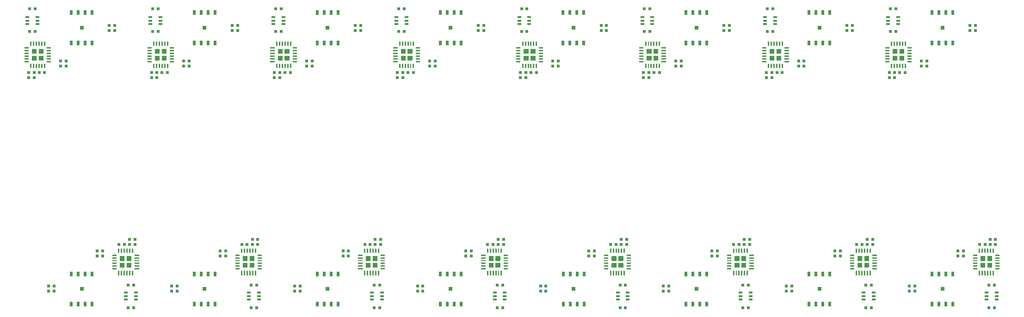
<source format=gbp>
G04 EAGLE Gerber RS-274X export*
G75*
%MOMM*%
%FSLAX34Y34*%
%LPD*%
%INSolderpaste Bottom*%
%IPPOS*%
%AMOC8*
5,1,8,0,0,1.08239X$1,22.5*%
G01*
%ADD10R,0.600000X0.600000*%
%ADD11R,0.660000X0.300000*%
%ADD12R,0.500000X0.850000*%
%ADD13R,0.800000X0.800000*%

G36*
X1165037Y540975D02*
X1165037Y540975D01*
X1165103Y540977D01*
X1165147Y540995D01*
X1165193Y541003D01*
X1165250Y541037D01*
X1165311Y541062D01*
X1165346Y541093D01*
X1165387Y541118D01*
X1165428Y541169D01*
X1165477Y541213D01*
X1165498Y541255D01*
X1165528Y541292D01*
X1165549Y541354D01*
X1165579Y541413D01*
X1165587Y541467D01*
X1165600Y541504D01*
X1165599Y541544D01*
X1165607Y541598D01*
X1165607Y549098D01*
X1165595Y549163D01*
X1165593Y549229D01*
X1165576Y549272D01*
X1165567Y549319D01*
X1165534Y549376D01*
X1165509Y549436D01*
X1165477Y549471D01*
X1165453Y549512D01*
X1165402Y549554D01*
X1165358Y549602D01*
X1165316Y549624D01*
X1165279Y549653D01*
X1165217Y549674D01*
X1165158Y549705D01*
X1165104Y549713D01*
X1165066Y549725D01*
X1165027Y549724D01*
X1164973Y549732D01*
X1157473Y549732D01*
X1157408Y549721D01*
X1157342Y549719D01*
X1157298Y549701D01*
X1157252Y549693D01*
X1157195Y549659D01*
X1157134Y549634D01*
X1157099Y549603D01*
X1157059Y549578D01*
X1157017Y549527D01*
X1156969Y549483D01*
X1156947Y549441D01*
X1156917Y549404D01*
X1156896Y549342D01*
X1156866Y549283D01*
X1156858Y549229D01*
X1156845Y549192D01*
X1156846Y549152D01*
X1156838Y549098D01*
X1156838Y541598D01*
X1156850Y541533D01*
X1156852Y541467D01*
X1156870Y541424D01*
X1156878Y541377D01*
X1156912Y541320D01*
X1156936Y541260D01*
X1156968Y541225D01*
X1156992Y541184D01*
X1157043Y541143D01*
X1157088Y541094D01*
X1157130Y541072D01*
X1157166Y541043D01*
X1157229Y541022D01*
X1157287Y540991D01*
X1157342Y540983D01*
X1157379Y540971D01*
X1157418Y540972D01*
X1157473Y540964D01*
X1164973Y540964D01*
X1165037Y540975D01*
G37*
G36*
X252209Y540975D02*
X252209Y540975D01*
X252275Y540977D01*
X252318Y540995D01*
X252365Y541003D01*
X252422Y541037D01*
X252483Y541062D01*
X252518Y541093D01*
X252558Y541118D01*
X252600Y541169D01*
X252648Y541213D01*
X252670Y541255D01*
X252700Y541292D01*
X252721Y541354D01*
X252751Y541413D01*
X252759Y541467D01*
X252771Y541504D01*
X252770Y541544D01*
X252778Y541598D01*
X252778Y549098D01*
X252767Y549163D01*
X252765Y549229D01*
X252747Y549272D01*
X252739Y549319D01*
X252705Y549376D01*
X252681Y549436D01*
X252649Y549471D01*
X252625Y549512D01*
X252574Y549554D01*
X252529Y549602D01*
X252487Y549624D01*
X252450Y549653D01*
X252388Y549674D01*
X252330Y549705D01*
X252275Y549713D01*
X252238Y549725D01*
X252199Y549724D01*
X252144Y549732D01*
X244644Y549732D01*
X244579Y549721D01*
X244514Y549719D01*
X244470Y549701D01*
X244423Y549693D01*
X244367Y549659D01*
X244306Y549634D01*
X244271Y549603D01*
X244230Y549578D01*
X244189Y549527D01*
X244140Y549483D01*
X244119Y549441D01*
X244089Y549404D01*
X244068Y549342D01*
X244038Y549283D01*
X244030Y549229D01*
X244017Y549192D01*
X244018Y549152D01*
X244010Y549098D01*
X244010Y541598D01*
X244022Y541533D01*
X244024Y541467D01*
X244041Y541424D01*
X244050Y541377D01*
X244083Y541320D01*
X244108Y541260D01*
X244140Y541225D01*
X244164Y541184D01*
X244215Y541143D01*
X244259Y541094D01*
X244301Y541072D01*
X244338Y541043D01*
X244400Y541022D01*
X244459Y540991D01*
X244513Y540983D01*
X244550Y540971D01*
X244590Y540972D01*
X244644Y540964D01*
X252144Y540964D01*
X252209Y540975D01*
G37*
G36*
X1615176Y540975D02*
X1615176Y540975D01*
X1615242Y540977D01*
X1615286Y540995D01*
X1615332Y541003D01*
X1615389Y541037D01*
X1615450Y541062D01*
X1615485Y541093D01*
X1615525Y541118D01*
X1615567Y541169D01*
X1615615Y541213D01*
X1615637Y541255D01*
X1615667Y541292D01*
X1615688Y541354D01*
X1615718Y541413D01*
X1615726Y541467D01*
X1615739Y541504D01*
X1615738Y541544D01*
X1615746Y541598D01*
X1615746Y549098D01*
X1615734Y549163D01*
X1615732Y549229D01*
X1615714Y549272D01*
X1615706Y549319D01*
X1615672Y549376D01*
X1615648Y549436D01*
X1615616Y549471D01*
X1615592Y549512D01*
X1615541Y549554D01*
X1615496Y549602D01*
X1615454Y549624D01*
X1615418Y549653D01*
X1615355Y549674D01*
X1615297Y549705D01*
X1615242Y549713D01*
X1615205Y549725D01*
X1615166Y549724D01*
X1615111Y549732D01*
X1607611Y549732D01*
X1607547Y549721D01*
X1607481Y549719D01*
X1607437Y549701D01*
X1607391Y549693D01*
X1607334Y549659D01*
X1607273Y549634D01*
X1607238Y549603D01*
X1607197Y549578D01*
X1607156Y549527D01*
X1607107Y549483D01*
X1607086Y549441D01*
X1607056Y549404D01*
X1607035Y549342D01*
X1607005Y549283D01*
X1606997Y549229D01*
X1606984Y549192D01*
X1606985Y549152D01*
X1606977Y549098D01*
X1606977Y541598D01*
X1606989Y541533D01*
X1606991Y541467D01*
X1607008Y541424D01*
X1607017Y541377D01*
X1607050Y541320D01*
X1607075Y541260D01*
X1607107Y541225D01*
X1607131Y541184D01*
X1607182Y541143D01*
X1607226Y541094D01*
X1607269Y541072D01*
X1607305Y541043D01*
X1607367Y541022D01*
X1607426Y540991D01*
X1607480Y540983D01*
X1607518Y540971D01*
X1607557Y540972D01*
X1607611Y540964D01*
X1615111Y540964D01*
X1615176Y540975D01*
G37*
G36*
X714873Y540975D02*
X714873Y540975D01*
X714939Y540977D01*
X714983Y540995D01*
X715029Y541003D01*
X715086Y541037D01*
X715147Y541062D01*
X715182Y541093D01*
X715222Y541118D01*
X715264Y541169D01*
X715312Y541213D01*
X715334Y541255D01*
X715364Y541292D01*
X715385Y541354D01*
X715415Y541413D01*
X715423Y541467D01*
X715436Y541504D01*
X715435Y541544D01*
X715443Y541598D01*
X715443Y549098D01*
X715431Y549163D01*
X715429Y549229D01*
X715411Y549272D01*
X715403Y549319D01*
X715369Y549376D01*
X715345Y549436D01*
X715313Y549471D01*
X715289Y549512D01*
X715238Y549554D01*
X715193Y549602D01*
X715151Y549624D01*
X715115Y549653D01*
X715052Y549674D01*
X714994Y549705D01*
X714939Y549713D01*
X714902Y549725D01*
X714863Y549724D01*
X714808Y549732D01*
X707308Y549732D01*
X707244Y549721D01*
X707178Y549719D01*
X707134Y549701D01*
X707088Y549693D01*
X707031Y549659D01*
X706970Y549634D01*
X706935Y549603D01*
X706894Y549578D01*
X706853Y549527D01*
X706804Y549483D01*
X706783Y549441D01*
X706753Y549404D01*
X706732Y549342D01*
X706702Y549283D01*
X706694Y549229D01*
X706681Y549192D01*
X706682Y549152D01*
X706674Y549098D01*
X706674Y541598D01*
X706686Y541533D01*
X706688Y541467D01*
X706705Y541424D01*
X706714Y541377D01*
X706747Y541320D01*
X706772Y541260D01*
X706804Y541225D01*
X706828Y541184D01*
X706879Y541143D01*
X706923Y541094D01*
X706966Y541072D01*
X707002Y541043D01*
X707064Y541022D01*
X707123Y540991D01*
X707177Y540983D01*
X707215Y540971D01*
X707254Y540972D01*
X707308Y540964D01*
X714808Y540964D01*
X714873Y540975D01*
G37*
G36*
X1152537Y540975D02*
X1152537Y540975D01*
X1152603Y540977D01*
X1152647Y540995D01*
X1152693Y541003D01*
X1152750Y541037D01*
X1152811Y541062D01*
X1152846Y541093D01*
X1152887Y541118D01*
X1152928Y541169D01*
X1152977Y541213D01*
X1152998Y541255D01*
X1153028Y541292D01*
X1153049Y541354D01*
X1153079Y541413D01*
X1153087Y541467D01*
X1153100Y541504D01*
X1153099Y541544D01*
X1153107Y541598D01*
X1153107Y549098D01*
X1153095Y549163D01*
X1153093Y549229D01*
X1153076Y549272D01*
X1153067Y549319D01*
X1153034Y549376D01*
X1153009Y549436D01*
X1152977Y549471D01*
X1152953Y549512D01*
X1152902Y549554D01*
X1152858Y549602D01*
X1152816Y549624D01*
X1152779Y549653D01*
X1152717Y549674D01*
X1152658Y549705D01*
X1152604Y549713D01*
X1152566Y549725D01*
X1152527Y549724D01*
X1152473Y549732D01*
X1144973Y549732D01*
X1144908Y549721D01*
X1144842Y549719D01*
X1144798Y549701D01*
X1144752Y549693D01*
X1144695Y549659D01*
X1144634Y549634D01*
X1144599Y549603D01*
X1144559Y549578D01*
X1144517Y549527D01*
X1144469Y549483D01*
X1144447Y549441D01*
X1144417Y549404D01*
X1144396Y549342D01*
X1144366Y549283D01*
X1144358Y549229D01*
X1144345Y549192D01*
X1144346Y549152D01*
X1144338Y549098D01*
X1144338Y541598D01*
X1144350Y541533D01*
X1144352Y541467D01*
X1144370Y541424D01*
X1144378Y541377D01*
X1144412Y541320D01*
X1144436Y541260D01*
X1144468Y541225D01*
X1144492Y541184D01*
X1144543Y541143D01*
X1144588Y541094D01*
X1144630Y541072D01*
X1144666Y541043D01*
X1144729Y541022D01*
X1144787Y540991D01*
X1144842Y540983D01*
X1144879Y540971D01*
X1144918Y540972D01*
X1144973Y540964D01*
X1152473Y540964D01*
X1152537Y540975D01*
G37*
G36*
X1602676Y540975D02*
X1602676Y540975D01*
X1602742Y540977D01*
X1602786Y540995D01*
X1602832Y541003D01*
X1602889Y541037D01*
X1602950Y541062D01*
X1602985Y541093D01*
X1603025Y541118D01*
X1603067Y541169D01*
X1603115Y541213D01*
X1603137Y541255D01*
X1603167Y541292D01*
X1603188Y541354D01*
X1603218Y541413D01*
X1603226Y541467D01*
X1603239Y541504D01*
X1603238Y541544D01*
X1603246Y541598D01*
X1603246Y549098D01*
X1603234Y549163D01*
X1603232Y549229D01*
X1603214Y549272D01*
X1603206Y549319D01*
X1603172Y549376D01*
X1603148Y549436D01*
X1603116Y549471D01*
X1603092Y549512D01*
X1603041Y549554D01*
X1602996Y549602D01*
X1602954Y549624D01*
X1602918Y549653D01*
X1602855Y549674D01*
X1602797Y549705D01*
X1602742Y549713D01*
X1602705Y549725D01*
X1602666Y549724D01*
X1602611Y549732D01*
X1595111Y549732D01*
X1595047Y549721D01*
X1594981Y549719D01*
X1594937Y549701D01*
X1594891Y549693D01*
X1594834Y549659D01*
X1594773Y549634D01*
X1594738Y549603D01*
X1594697Y549578D01*
X1594656Y549527D01*
X1594607Y549483D01*
X1594586Y549441D01*
X1594556Y549404D01*
X1594535Y549342D01*
X1594505Y549283D01*
X1594497Y549229D01*
X1594484Y549192D01*
X1594485Y549152D01*
X1594477Y549098D01*
X1594477Y541598D01*
X1594489Y541533D01*
X1594491Y541467D01*
X1594508Y541424D01*
X1594517Y541377D01*
X1594550Y541320D01*
X1594575Y541260D01*
X1594607Y541225D01*
X1594631Y541184D01*
X1594682Y541143D01*
X1594726Y541094D01*
X1594769Y541072D01*
X1594805Y541043D01*
X1594867Y541022D01*
X1594926Y540991D01*
X1594980Y540983D01*
X1595018Y540971D01*
X1595057Y540972D01*
X1595111Y540964D01*
X1602611Y540964D01*
X1602676Y540975D01*
G37*
G36*
X264709Y540975D02*
X264709Y540975D01*
X264775Y540977D01*
X264818Y540995D01*
X264865Y541003D01*
X264922Y541037D01*
X264983Y541062D01*
X265018Y541093D01*
X265058Y541118D01*
X265100Y541169D01*
X265148Y541213D01*
X265170Y541255D01*
X265200Y541292D01*
X265221Y541354D01*
X265251Y541413D01*
X265259Y541467D01*
X265271Y541504D01*
X265270Y541544D01*
X265278Y541598D01*
X265278Y549098D01*
X265267Y549163D01*
X265265Y549229D01*
X265247Y549272D01*
X265239Y549319D01*
X265205Y549376D01*
X265181Y549436D01*
X265149Y549471D01*
X265125Y549512D01*
X265074Y549554D01*
X265029Y549602D01*
X264987Y549624D01*
X264950Y549653D01*
X264888Y549674D01*
X264830Y549705D01*
X264775Y549713D01*
X264738Y549725D01*
X264699Y549724D01*
X264644Y549732D01*
X257144Y549732D01*
X257079Y549721D01*
X257014Y549719D01*
X256970Y549701D01*
X256923Y549693D01*
X256867Y549659D01*
X256806Y549634D01*
X256771Y549603D01*
X256730Y549578D01*
X256689Y549527D01*
X256640Y549483D01*
X256619Y549441D01*
X256589Y549404D01*
X256568Y549342D01*
X256538Y549283D01*
X256530Y549229D01*
X256517Y549192D01*
X256518Y549152D01*
X256510Y549098D01*
X256510Y541598D01*
X256522Y541533D01*
X256524Y541467D01*
X256541Y541424D01*
X256550Y541377D01*
X256583Y541320D01*
X256608Y541260D01*
X256640Y541225D01*
X256664Y541184D01*
X256715Y541143D01*
X256759Y541094D01*
X256801Y541072D01*
X256838Y541043D01*
X256900Y541022D01*
X256959Y540991D01*
X257013Y540983D01*
X257050Y540971D01*
X257090Y540972D01*
X257144Y540964D01*
X264644Y540964D01*
X264709Y540975D01*
G37*
G36*
X489778Y540975D02*
X489778Y540975D01*
X489844Y540977D01*
X489888Y540995D01*
X489934Y541003D01*
X489991Y541037D01*
X490052Y541062D01*
X490087Y541093D01*
X490128Y541118D01*
X490169Y541169D01*
X490218Y541213D01*
X490239Y541255D01*
X490269Y541292D01*
X490290Y541354D01*
X490320Y541413D01*
X490328Y541467D01*
X490341Y541504D01*
X490340Y541544D01*
X490348Y541598D01*
X490348Y549098D01*
X490336Y549163D01*
X490334Y549229D01*
X490317Y549272D01*
X490308Y549319D01*
X490275Y549376D01*
X490250Y549436D01*
X490218Y549471D01*
X490194Y549512D01*
X490143Y549554D01*
X490099Y549602D01*
X490057Y549624D01*
X490020Y549653D01*
X489958Y549674D01*
X489899Y549705D01*
X489845Y549713D01*
X489807Y549725D01*
X489768Y549724D01*
X489714Y549732D01*
X482214Y549732D01*
X482149Y549721D01*
X482083Y549719D01*
X482039Y549701D01*
X481993Y549693D01*
X481936Y549659D01*
X481875Y549634D01*
X481840Y549603D01*
X481800Y549578D01*
X481758Y549527D01*
X481710Y549483D01*
X481688Y549441D01*
X481658Y549404D01*
X481637Y549342D01*
X481607Y549283D01*
X481599Y549229D01*
X481586Y549192D01*
X481587Y549152D01*
X481579Y549098D01*
X481579Y541598D01*
X481591Y541533D01*
X481593Y541467D01*
X481611Y541424D01*
X481619Y541377D01*
X481653Y541320D01*
X481677Y541260D01*
X481709Y541225D01*
X481733Y541184D01*
X481784Y541143D01*
X481829Y541094D01*
X481871Y541072D01*
X481907Y541043D01*
X481970Y541022D01*
X482028Y540991D01*
X482083Y540983D01*
X482120Y540971D01*
X482159Y540972D01*
X482214Y540964D01*
X489714Y540964D01*
X489778Y540975D01*
G37*
G36*
X1390107Y540975D02*
X1390107Y540975D01*
X1390173Y540977D01*
X1390216Y540995D01*
X1390263Y541003D01*
X1390320Y541037D01*
X1390380Y541062D01*
X1390415Y541093D01*
X1390456Y541118D01*
X1390498Y541169D01*
X1390546Y541213D01*
X1390568Y541255D01*
X1390597Y541292D01*
X1390618Y541354D01*
X1390649Y541413D01*
X1390657Y541467D01*
X1390669Y541504D01*
X1390668Y541544D01*
X1390676Y541598D01*
X1390676Y549098D01*
X1390665Y549163D01*
X1390663Y549229D01*
X1390645Y549272D01*
X1390637Y549319D01*
X1390603Y549376D01*
X1390578Y549436D01*
X1390547Y549471D01*
X1390522Y549512D01*
X1390471Y549554D01*
X1390427Y549602D01*
X1390385Y549624D01*
X1390348Y549653D01*
X1390286Y549674D01*
X1390227Y549705D01*
X1390173Y549713D01*
X1390136Y549725D01*
X1390096Y549724D01*
X1390042Y549732D01*
X1382542Y549732D01*
X1382477Y549721D01*
X1382411Y549719D01*
X1382368Y549701D01*
X1382321Y549693D01*
X1382264Y549659D01*
X1382204Y549634D01*
X1382169Y549603D01*
X1382128Y549578D01*
X1382087Y549527D01*
X1382038Y549483D01*
X1382016Y549441D01*
X1381987Y549404D01*
X1381966Y549342D01*
X1381935Y549283D01*
X1381927Y549229D01*
X1381915Y549192D01*
X1381916Y549152D01*
X1381908Y549098D01*
X1381908Y541598D01*
X1381919Y541533D01*
X1381921Y541467D01*
X1381939Y541424D01*
X1381947Y541377D01*
X1381981Y541320D01*
X1382006Y541260D01*
X1382037Y541225D01*
X1382062Y541184D01*
X1382113Y541143D01*
X1382157Y541094D01*
X1382199Y541072D01*
X1382236Y541043D01*
X1382298Y541022D01*
X1382357Y540991D01*
X1382411Y540983D01*
X1382448Y540971D01*
X1382488Y540972D01*
X1382542Y540964D01*
X1390042Y540964D01*
X1390107Y540975D01*
G37*
G36*
X702373Y540975D02*
X702373Y540975D01*
X702439Y540977D01*
X702483Y540995D01*
X702529Y541003D01*
X702586Y541037D01*
X702647Y541062D01*
X702682Y541093D01*
X702722Y541118D01*
X702764Y541169D01*
X702812Y541213D01*
X702834Y541255D01*
X702864Y541292D01*
X702885Y541354D01*
X702915Y541413D01*
X702923Y541467D01*
X702936Y541504D01*
X702935Y541544D01*
X702943Y541598D01*
X702943Y549098D01*
X702931Y549163D01*
X702929Y549229D01*
X702911Y549272D01*
X702903Y549319D01*
X702869Y549376D01*
X702845Y549436D01*
X702813Y549471D01*
X702789Y549512D01*
X702738Y549554D01*
X702693Y549602D01*
X702651Y549624D01*
X702615Y549653D01*
X702552Y549674D01*
X702494Y549705D01*
X702439Y549713D01*
X702402Y549725D01*
X702363Y549724D01*
X702308Y549732D01*
X694808Y549732D01*
X694744Y549721D01*
X694678Y549719D01*
X694634Y549701D01*
X694588Y549693D01*
X694531Y549659D01*
X694470Y549634D01*
X694435Y549603D01*
X694394Y549578D01*
X694353Y549527D01*
X694304Y549483D01*
X694283Y549441D01*
X694253Y549404D01*
X694232Y549342D01*
X694202Y549283D01*
X694194Y549229D01*
X694181Y549192D01*
X694182Y549152D01*
X694174Y549098D01*
X694174Y541598D01*
X694186Y541533D01*
X694188Y541467D01*
X694205Y541424D01*
X694214Y541377D01*
X694247Y541320D01*
X694272Y541260D01*
X694304Y541225D01*
X694328Y541184D01*
X694379Y541143D01*
X694423Y541094D01*
X694466Y541072D01*
X694502Y541043D01*
X694564Y541022D01*
X694623Y540991D01*
X694677Y540983D01*
X694715Y540971D01*
X694754Y540972D01*
X694808Y540964D01*
X702308Y540964D01*
X702373Y540975D01*
G37*
G36*
X1377607Y540975D02*
X1377607Y540975D01*
X1377673Y540977D01*
X1377716Y540995D01*
X1377763Y541003D01*
X1377820Y541037D01*
X1377880Y541062D01*
X1377915Y541093D01*
X1377956Y541118D01*
X1377998Y541169D01*
X1378046Y541213D01*
X1378068Y541255D01*
X1378097Y541292D01*
X1378118Y541354D01*
X1378149Y541413D01*
X1378157Y541467D01*
X1378169Y541504D01*
X1378168Y541544D01*
X1378176Y541598D01*
X1378176Y549098D01*
X1378165Y549163D01*
X1378163Y549229D01*
X1378145Y549272D01*
X1378137Y549319D01*
X1378103Y549376D01*
X1378078Y549436D01*
X1378047Y549471D01*
X1378022Y549512D01*
X1377971Y549554D01*
X1377927Y549602D01*
X1377885Y549624D01*
X1377848Y549653D01*
X1377786Y549674D01*
X1377727Y549705D01*
X1377673Y549713D01*
X1377636Y549725D01*
X1377596Y549724D01*
X1377542Y549732D01*
X1370042Y549732D01*
X1369977Y549721D01*
X1369911Y549719D01*
X1369868Y549701D01*
X1369821Y549693D01*
X1369764Y549659D01*
X1369704Y549634D01*
X1369669Y549603D01*
X1369628Y549578D01*
X1369587Y549527D01*
X1369538Y549483D01*
X1369516Y549441D01*
X1369487Y549404D01*
X1369466Y549342D01*
X1369435Y549283D01*
X1369427Y549229D01*
X1369415Y549192D01*
X1369416Y549152D01*
X1369408Y549098D01*
X1369408Y541598D01*
X1369419Y541533D01*
X1369421Y541467D01*
X1369439Y541424D01*
X1369447Y541377D01*
X1369481Y541320D01*
X1369506Y541260D01*
X1369537Y541225D01*
X1369562Y541184D01*
X1369613Y541143D01*
X1369657Y541094D01*
X1369699Y541072D01*
X1369736Y541043D01*
X1369798Y541022D01*
X1369857Y540991D01*
X1369911Y540983D01*
X1369948Y540971D01*
X1369988Y540972D01*
X1370042Y540964D01*
X1377542Y540964D01*
X1377607Y540975D01*
G37*
G36*
X27114Y540975D02*
X27114Y540975D01*
X27180Y540977D01*
X27224Y540995D01*
X27270Y541003D01*
X27327Y541037D01*
X27388Y541062D01*
X27423Y541093D01*
X27463Y541118D01*
X27505Y541169D01*
X27553Y541213D01*
X27575Y541255D01*
X27605Y541292D01*
X27626Y541354D01*
X27656Y541413D01*
X27664Y541467D01*
X27677Y541504D01*
X27676Y541544D01*
X27684Y541598D01*
X27684Y549098D01*
X27672Y549163D01*
X27670Y549229D01*
X27652Y549272D01*
X27644Y549319D01*
X27610Y549376D01*
X27586Y549436D01*
X27554Y549471D01*
X27530Y549512D01*
X27479Y549554D01*
X27434Y549602D01*
X27392Y549624D01*
X27356Y549653D01*
X27293Y549674D01*
X27235Y549705D01*
X27180Y549713D01*
X27143Y549725D01*
X27104Y549724D01*
X27049Y549732D01*
X19549Y549732D01*
X19485Y549721D01*
X19419Y549719D01*
X19375Y549701D01*
X19329Y549693D01*
X19272Y549659D01*
X19211Y549634D01*
X19176Y549603D01*
X19135Y549578D01*
X19094Y549527D01*
X19045Y549483D01*
X19024Y549441D01*
X18994Y549404D01*
X18973Y549342D01*
X18943Y549283D01*
X18935Y549229D01*
X18922Y549192D01*
X18923Y549152D01*
X18915Y549098D01*
X18915Y541598D01*
X18927Y541533D01*
X18929Y541467D01*
X18946Y541424D01*
X18955Y541377D01*
X18988Y541320D01*
X19013Y541260D01*
X19045Y541225D01*
X19069Y541184D01*
X19120Y541143D01*
X19164Y541094D01*
X19207Y541072D01*
X19243Y541043D01*
X19305Y541022D01*
X19364Y540991D01*
X19418Y540983D01*
X19456Y540971D01*
X19495Y540972D01*
X19549Y540964D01*
X27049Y540964D01*
X27114Y540975D01*
G37*
G36*
X927443Y540975D02*
X927443Y540975D01*
X927508Y540977D01*
X927552Y540995D01*
X927599Y541003D01*
X927655Y541037D01*
X927716Y541062D01*
X927751Y541093D01*
X927792Y541118D01*
X927833Y541169D01*
X927882Y541213D01*
X927903Y541255D01*
X927933Y541292D01*
X927954Y541354D01*
X927984Y541413D01*
X927993Y541467D01*
X928005Y541504D01*
X928004Y541544D01*
X928012Y541598D01*
X928012Y549098D01*
X928000Y549163D01*
X927998Y549229D01*
X927981Y549272D01*
X927972Y549319D01*
X927939Y549376D01*
X927914Y549436D01*
X927882Y549471D01*
X927858Y549512D01*
X927807Y549554D01*
X927763Y549602D01*
X927721Y549624D01*
X927684Y549653D01*
X927622Y549674D01*
X927563Y549705D01*
X927509Y549713D01*
X927472Y549725D01*
X927432Y549724D01*
X927378Y549732D01*
X919878Y549732D01*
X919813Y549721D01*
X919747Y549719D01*
X919704Y549701D01*
X919657Y549693D01*
X919600Y549659D01*
X919539Y549634D01*
X919505Y549603D01*
X919464Y549578D01*
X919422Y549527D01*
X919374Y549483D01*
X919352Y549441D01*
X919322Y549404D01*
X919301Y549342D01*
X919271Y549283D01*
X919263Y549229D01*
X919251Y549192D01*
X919252Y549152D01*
X919244Y549098D01*
X919244Y541598D01*
X919255Y541533D01*
X919257Y541467D01*
X919275Y541424D01*
X919283Y541377D01*
X919317Y541320D01*
X919341Y541260D01*
X919373Y541225D01*
X919397Y541184D01*
X919448Y541143D01*
X919493Y541094D01*
X919535Y541072D01*
X919572Y541043D01*
X919634Y541022D01*
X919692Y540991D01*
X919747Y540983D01*
X919784Y540971D01*
X919823Y540972D01*
X919878Y540964D01*
X927378Y540964D01*
X927443Y540975D01*
G37*
G36*
X39614Y540975D02*
X39614Y540975D01*
X39680Y540977D01*
X39724Y540995D01*
X39770Y541003D01*
X39827Y541037D01*
X39888Y541062D01*
X39923Y541093D01*
X39963Y541118D01*
X40005Y541169D01*
X40053Y541213D01*
X40075Y541255D01*
X40105Y541292D01*
X40126Y541354D01*
X40156Y541413D01*
X40164Y541467D01*
X40177Y541504D01*
X40176Y541544D01*
X40184Y541598D01*
X40184Y549098D01*
X40172Y549163D01*
X40170Y549229D01*
X40152Y549272D01*
X40144Y549319D01*
X40110Y549376D01*
X40086Y549436D01*
X40054Y549471D01*
X40030Y549512D01*
X39979Y549554D01*
X39934Y549602D01*
X39892Y549624D01*
X39856Y549653D01*
X39793Y549674D01*
X39735Y549705D01*
X39680Y549713D01*
X39643Y549725D01*
X39604Y549724D01*
X39549Y549732D01*
X32049Y549732D01*
X31985Y549721D01*
X31919Y549719D01*
X31875Y549701D01*
X31829Y549693D01*
X31772Y549659D01*
X31711Y549634D01*
X31676Y549603D01*
X31635Y549578D01*
X31594Y549527D01*
X31545Y549483D01*
X31524Y549441D01*
X31494Y549404D01*
X31473Y549342D01*
X31443Y549283D01*
X31435Y549229D01*
X31422Y549192D01*
X31423Y549152D01*
X31415Y549098D01*
X31415Y541598D01*
X31427Y541533D01*
X31429Y541467D01*
X31446Y541424D01*
X31455Y541377D01*
X31488Y541320D01*
X31513Y541260D01*
X31545Y541225D01*
X31569Y541184D01*
X31620Y541143D01*
X31664Y541094D01*
X31707Y541072D01*
X31743Y541043D01*
X31805Y541022D01*
X31864Y540991D01*
X31918Y540983D01*
X31956Y540971D01*
X31995Y540972D01*
X32049Y540964D01*
X39549Y540964D01*
X39614Y540975D01*
G37*
G36*
X477278Y540975D02*
X477278Y540975D01*
X477344Y540977D01*
X477388Y540995D01*
X477434Y541003D01*
X477491Y541037D01*
X477552Y541062D01*
X477587Y541093D01*
X477628Y541118D01*
X477669Y541169D01*
X477718Y541213D01*
X477739Y541255D01*
X477769Y541292D01*
X477790Y541354D01*
X477820Y541413D01*
X477828Y541467D01*
X477841Y541504D01*
X477840Y541544D01*
X477848Y541598D01*
X477848Y549098D01*
X477836Y549163D01*
X477834Y549229D01*
X477817Y549272D01*
X477808Y549319D01*
X477775Y549376D01*
X477750Y549436D01*
X477718Y549471D01*
X477694Y549512D01*
X477643Y549554D01*
X477599Y549602D01*
X477557Y549624D01*
X477520Y549653D01*
X477458Y549674D01*
X477399Y549705D01*
X477345Y549713D01*
X477307Y549725D01*
X477268Y549724D01*
X477214Y549732D01*
X469714Y549732D01*
X469649Y549721D01*
X469583Y549719D01*
X469539Y549701D01*
X469493Y549693D01*
X469436Y549659D01*
X469375Y549634D01*
X469340Y549603D01*
X469300Y549578D01*
X469258Y549527D01*
X469210Y549483D01*
X469188Y549441D01*
X469158Y549404D01*
X469137Y549342D01*
X469107Y549283D01*
X469099Y549229D01*
X469086Y549192D01*
X469087Y549152D01*
X469079Y549098D01*
X469079Y541598D01*
X469091Y541533D01*
X469093Y541467D01*
X469111Y541424D01*
X469119Y541377D01*
X469153Y541320D01*
X469177Y541260D01*
X469209Y541225D01*
X469233Y541184D01*
X469284Y541143D01*
X469329Y541094D01*
X469371Y541072D01*
X469407Y541043D01*
X469470Y541022D01*
X469528Y540991D01*
X469583Y540983D01*
X469620Y540971D01*
X469659Y540972D01*
X469714Y540964D01*
X477214Y540964D01*
X477278Y540975D01*
G37*
G36*
X939943Y540975D02*
X939943Y540975D01*
X940008Y540977D01*
X940052Y540995D01*
X940099Y541003D01*
X940155Y541037D01*
X940216Y541062D01*
X940251Y541093D01*
X940292Y541118D01*
X940333Y541169D01*
X940382Y541213D01*
X940403Y541255D01*
X940433Y541292D01*
X940454Y541354D01*
X940484Y541413D01*
X940493Y541467D01*
X940505Y541504D01*
X940504Y541544D01*
X940512Y541598D01*
X940512Y549098D01*
X940500Y549163D01*
X940498Y549229D01*
X940481Y549272D01*
X940472Y549319D01*
X940439Y549376D01*
X940414Y549436D01*
X940382Y549471D01*
X940358Y549512D01*
X940307Y549554D01*
X940263Y549602D01*
X940221Y549624D01*
X940184Y549653D01*
X940122Y549674D01*
X940063Y549705D01*
X940009Y549713D01*
X939972Y549725D01*
X939932Y549724D01*
X939878Y549732D01*
X932378Y549732D01*
X932313Y549721D01*
X932247Y549719D01*
X932204Y549701D01*
X932157Y549693D01*
X932100Y549659D01*
X932039Y549634D01*
X932005Y549603D01*
X931964Y549578D01*
X931922Y549527D01*
X931874Y549483D01*
X931852Y549441D01*
X931822Y549404D01*
X931801Y549342D01*
X931771Y549283D01*
X931763Y549229D01*
X931751Y549192D01*
X931752Y549152D01*
X931744Y549098D01*
X931744Y541598D01*
X931755Y541533D01*
X931757Y541467D01*
X931775Y541424D01*
X931783Y541377D01*
X931817Y541320D01*
X931841Y541260D01*
X931873Y541225D01*
X931897Y541184D01*
X931948Y541143D01*
X931993Y541094D01*
X932035Y541072D01*
X932072Y541043D01*
X932134Y541022D01*
X932192Y540991D01*
X932247Y540983D01*
X932284Y540971D01*
X932323Y540972D01*
X932378Y540964D01*
X939878Y540964D01*
X939943Y540975D01*
G37*
G36*
X27114Y528475D02*
X27114Y528475D01*
X27180Y528477D01*
X27224Y528495D01*
X27270Y528503D01*
X27327Y528537D01*
X27388Y528562D01*
X27423Y528593D01*
X27463Y528618D01*
X27505Y528669D01*
X27553Y528713D01*
X27575Y528755D01*
X27605Y528792D01*
X27626Y528854D01*
X27656Y528913D01*
X27664Y528967D01*
X27677Y529004D01*
X27676Y529044D01*
X27684Y529098D01*
X27684Y536598D01*
X27672Y536663D01*
X27670Y536729D01*
X27652Y536772D01*
X27644Y536819D01*
X27610Y536876D01*
X27586Y536936D01*
X27554Y536971D01*
X27530Y537012D01*
X27479Y537054D01*
X27434Y537102D01*
X27392Y537124D01*
X27356Y537153D01*
X27293Y537174D01*
X27235Y537205D01*
X27180Y537213D01*
X27143Y537225D01*
X27104Y537224D01*
X27049Y537232D01*
X19549Y537232D01*
X19485Y537221D01*
X19419Y537219D01*
X19375Y537201D01*
X19329Y537193D01*
X19272Y537159D01*
X19211Y537134D01*
X19176Y537103D01*
X19135Y537078D01*
X19094Y537027D01*
X19045Y536983D01*
X19024Y536941D01*
X18994Y536904D01*
X18973Y536842D01*
X18943Y536783D01*
X18935Y536729D01*
X18922Y536692D01*
X18923Y536652D01*
X18915Y536598D01*
X18915Y529098D01*
X18927Y529033D01*
X18929Y528967D01*
X18946Y528924D01*
X18955Y528877D01*
X18988Y528820D01*
X19013Y528760D01*
X19045Y528725D01*
X19069Y528684D01*
X19120Y528643D01*
X19164Y528594D01*
X19207Y528572D01*
X19243Y528543D01*
X19305Y528522D01*
X19364Y528491D01*
X19418Y528483D01*
X19456Y528471D01*
X19495Y528472D01*
X19549Y528464D01*
X27049Y528464D01*
X27114Y528475D01*
G37*
G36*
X1377607Y528475D02*
X1377607Y528475D01*
X1377673Y528477D01*
X1377716Y528495D01*
X1377763Y528503D01*
X1377820Y528537D01*
X1377880Y528562D01*
X1377915Y528593D01*
X1377956Y528618D01*
X1377998Y528669D01*
X1378046Y528713D01*
X1378068Y528755D01*
X1378097Y528792D01*
X1378118Y528854D01*
X1378149Y528913D01*
X1378157Y528967D01*
X1378169Y529004D01*
X1378168Y529044D01*
X1378176Y529098D01*
X1378176Y536598D01*
X1378165Y536663D01*
X1378163Y536729D01*
X1378145Y536772D01*
X1378137Y536819D01*
X1378103Y536876D01*
X1378078Y536936D01*
X1378047Y536971D01*
X1378022Y537012D01*
X1377971Y537054D01*
X1377927Y537102D01*
X1377885Y537124D01*
X1377848Y537153D01*
X1377786Y537174D01*
X1377727Y537205D01*
X1377673Y537213D01*
X1377636Y537225D01*
X1377596Y537224D01*
X1377542Y537232D01*
X1370042Y537232D01*
X1369977Y537221D01*
X1369911Y537219D01*
X1369868Y537201D01*
X1369821Y537193D01*
X1369764Y537159D01*
X1369704Y537134D01*
X1369669Y537103D01*
X1369628Y537078D01*
X1369587Y537027D01*
X1369538Y536983D01*
X1369516Y536941D01*
X1369487Y536904D01*
X1369466Y536842D01*
X1369435Y536783D01*
X1369427Y536729D01*
X1369415Y536692D01*
X1369416Y536652D01*
X1369408Y536598D01*
X1369408Y529098D01*
X1369419Y529033D01*
X1369421Y528967D01*
X1369439Y528924D01*
X1369447Y528877D01*
X1369481Y528820D01*
X1369506Y528760D01*
X1369537Y528725D01*
X1369562Y528684D01*
X1369613Y528643D01*
X1369657Y528594D01*
X1369699Y528572D01*
X1369736Y528543D01*
X1369798Y528522D01*
X1369857Y528491D01*
X1369911Y528483D01*
X1369948Y528471D01*
X1369988Y528472D01*
X1370042Y528464D01*
X1377542Y528464D01*
X1377607Y528475D01*
G37*
G36*
X264709Y528475D02*
X264709Y528475D01*
X264775Y528477D01*
X264818Y528495D01*
X264865Y528503D01*
X264922Y528537D01*
X264983Y528562D01*
X265018Y528593D01*
X265058Y528618D01*
X265100Y528669D01*
X265148Y528713D01*
X265170Y528755D01*
X265200Y528792D01*
X265221Y528854D01*
X265251Y528913D01*
X265259Y528967D01*
X265271Y529004D01*
X265270Y529044D01*
X265278Y529098D01*
X265278Y536598D01*
X265267Y536663D01*
X265265Y536729D01*
X265247Y536772D01*
X265239Y536819D01*
X265205Y536876D01*
X265181Y536936D01*
X265149Y536971D01*
X265125Y537012D01*
X265074Y537054D01*
X265029Y537102D01*
X264987Y537124D01*
X264950Y537153D01*
X264888Y537174D01*
X264830Y537205D01*
X264775Y537213D01*
X264738Y537225D01*
X264699Y537224D01*
X264644Y537232D01*
X257144Y537232D01*
X257079Y537221D01*
X257014Y537219D01*
X256970Y537201D01*
X256923Y537193D01*
X256867Y537159D01*
X256806Y537134D01*
X256771Y537103D01*
X256730Y537078D01*
X256689Y537027D01*
X256640Y536983D01*
X256619Y536941D01*
X256589Y536904D01*
X256568Y536842D01*
X256538Y536783D01*
X256530Y536729D01*
X256517Y536692D01*
X256518Y536652D01*
X256510Y536598D01*
X256510Y529098D01*
X256522Y529033D01*
X256524Y528967D01*
X256541Y528924D01*
X256550Y528877D01*
X256583Y528820D01*
X256608Y528760D01*
X256640Y528725D01*
X256664Y528684D01*
X256715Y528643D01*
X256759Y528594D01*
X256801Y528572D01*
X256838Y528543D01*
X256900Y528522D01*
X256959Y528491D01*
X257013Y528483D01*
X257050Y528471D01*
X257090Y528472D01*
X257144Y528464D01*
X264644Y528464D01*
X264709Y528475D01*
G37*
G36*
X1390107Y528475D02*
X1390107Y528475D01*
X1390173Y528477D01*
X1390216Y528495D01*
X1390263Y528503D01*
X1390320Y528537D01*
X1390380Y528562D01*
X1390415Y528593D01*
X1390456Y528618D01*
X1390498Y528669D01*
X1390546Y528713D01*
X1390568Y528755D01*
X1390597Y528792D01*
X1390618Y528854D01*
X1390649Y528913D01*
X1390657Y528967D01*
X1390669Y529004D01*
X1390668Y529044D01*
X1390676Y529098D01*
X1390676Y536598D01*
X1390665Y536663D01*
X1390663Y536729D01*
X1390645Y536772D01*
X1390637Y536819D01*
X1390603Y536876D01*
X1390578Y536936D01*
X1390547Y536971D01*
X1390522Y537012D01*
X1390471Y537054D01*
X1390427Y537102D01*
X1390385Y537124D01*
X1390348Y537153D01*
X1390286Y537174D01*
X1390227Y537205D01*
X1390173Y537213D01*
X1390136Y537225D01*
X1390096Y537224D01*
X1390042Y537232D01*
X1382542Y537232D01*
X1382477Y537221D01*
X1382411Y537219D01*
X1382368Y537201D01*
X1382321Y537193D01*
X1382264Y537159D01*
X1382204Y537134D01*
X1382169Y537103D01*
X1382128Y537078D01*
X1382087Y537027D01*
X1382038Y536983D01*
X1382016Y536941D01*
X1381987Y536904D01*
X1381966Y536842D01*
X1381935Y536783D01*
X1381927Y536729D01*
X1381915Y536692D01*
X1381916Y536652D01*
X1381908Y536598D01*
X1381908Y529098D01*
X1381919Y529033D01*
X1381921Y528967D01*
X1381939Y528924D01*
X1381947Y528877D01*
X1381981Y528820D01*
X1382006Y528760D01*
X1382037Y528725D01*
X1382062Y528684D01*
X1382113Y528643D01*
X1382157Y528594D01*
X1382199Y528572D01*
X1382236Y528543D01*
X1382298Y528522D01*
X1382357Y528491D01*
X1382411Y528483D01*
X1382448Y528471D01*
X1382488Y528472D01*
X1382542Y528464D01*
X1390042Y528464D01*
X1390107Y528475D01*
G37*
G36*
X477278Y528475D02*
X477278Y528475D01*
X477344Y528477D01*
X477388Y528495D01*
X477434Y528503D01*
X477491Y528537D01*
X477552Y528562D01*
X477587Y528593D01*
X477628Y528618D01*
X477669Y528669D01*
X477718Y528713D01*
X477739Y528755D01*
X477769Y528792D01*
X477790Y528854D01*
X477820Y528913D01*
X477828Y528967D01*
X477841Y529004D01*
X477840Y529044D01*
X477848Y529098D01*
X477848Y536598D01*
X477836Y536663D01*
X477834Y536729D01*
X477817Y536772D01*
X477808Y536819D01*
X477775Y536876D01*
X477750Y536936D01*
X477718Y536971D01*
X477694Y537012D01*
X477643Y537054D01*
X477599Y537102D01*
X477557Y537124D01*
X477520Y537153D01*
X477458Y537174D01*
X477399Y537205D01*
X477345Y537213D01*
X477307Y537225D01*
X477268Y537224D01*
X477214Y537232D01*
X469714Y537232D01*
X469649Y537221D01*
X469583Y537219D01*
X469539Y537201D01*
X469493Y537193D01*
X469436Y537159D01*
X469375Y537134D01*
X469340Y537103D01*
X469300Y537078D01*
X469258Y537027D01*
X469210Y536983D01*
X469188Y536941D01*
X469158Y536904D01*
X469137Y536842D01*
X469107Y536783D01*
X469099Y536729D01*
X469086Y536692D01*
X469087Y536652D01*
X469079Y536598D01*
X469079Y529098D01*
X469091Y529033D01*
X469093Y528967D01*
X469111Y528924D01*
X469119Y528877D01*
X469153Y528820D01*
X469177Y528760D01*
X469209Y528725D01*
X469233Y528684D01*
X469284Y528643D01*
X469329Y528594D01*
X469371Y528572D01*
X469407Y528543D01*
X469470Y528522D01*
X469528Y528491D01*
X469583Y528483D01*
X469620Y528471D01*
X469659Y528472D01*
X469714Y528464D01*
X477214Y528464D01*
X477278Y528475D01*
G37*
G36*
X489778Y528475D02*
X489778Y528475D01*
X489844Y528477D01*
X489888Y528495D01*
X489934Y528503D01*
X489991Y528537D01*
X490052Y528562D01*
X490087Y528593D01*
X490128Y528618D01*
X490169Y528669D01*
X490218Y528713D01*
X490239Y528755D01*
X490269Y528792D01*
X490290Y528854D01*
X490320Y528913D01*
X490328Y528967D01*
X490341Y529004D01*
X490340Y529044D01*
X490348Y529098D01*
X490348Y536598D01*
X490336Y536663D01*
X490334Y536729D01*
X490317Y536772D01*
X490308Y536819D01*
X490275Y536876D01*
X490250Y536936D01*
X490218Y536971D01*
X490194Y537012D01*
X490143Y537054D01*
X490099Y537102D01*
X490057Y537124D01*
X490020Y537153D01*
X489958Y537174D01*
X489899Y537205D01*
X489845Y537213D01*
X489807Y537225D01*
X489768Y537224D01*
X489714Y537232D01*
X482214Y537232D01*
X482149Y537221D01*
X482083Y537219D01*
X482039Y537201D01*
X481993Y537193D01*
X481936Y537159D01*
X481875Y537134D01*
X481840Y537103D01*
X481800Y537078D01*
X481758Y537027D01*
X481710Y536983D01*
X481688Y536941D01*
X481658Y536904D01*
X481637Y536842D01*
X481607Y536783D01*
X481599Y536729D01*
X481586Y536692D01*
X481587Y536652D01*
X481579Y536598D01*
X481579Y529098D01*
X481591Y529033D01*
X481593Y528967D01*
X481611Y528924D01*
X481619Y528877D01*
X481653Y528820D01*
X481677Y528760D01*
X481709Y528725D01*
X481733Y528684D01*
X481784Y528643D01*
X481829Y528594D01*
X481871Y528572D01*
X481907Y528543D01*
X481970Y528522D01*
X482028Y528491D01*
X482083Y528483D01*
X482120Y528471D01*
X482159Y528472D01*
X482214Y528464D01*
X489714Y528464D01*
X489778Y528475D01*
G37*
G36*
X702373Y528475D02*
X702373Y528475D01*
X702439Y528477D01*
X702483Y528495D01*
X702529Y528503D01*
X702586Y528537D01*
X702647Y528562D01*
X702682Y528593D01*
X702722Y528618D01*
X702764Y528669D01*
X702812Y528713D01*
X702834Y528755D01*
X702864Y528792D01*
X702885Y528854D01*
X702915Y528913D01*
X702923Y528967D01*
X702936Y529004D01*
X702935Y529044D01*
X702943Y529098D01*
X702943Y536598D01*
X702931Y536663D01*
X702929Y536729D01*
X702911Y536772D01*
X702903Y536819D01*
X702869Y536876D01*
X702845Y536936D01*
X702813Y536971D01*
X702789Y537012D01*
X702738Y537054D01*
X702693Y537102D01*
X702651Y537124D01*
X702615Y537153D01*
X702552Y537174D01*
X702494Y537205D01*
X702439Y537213D01*
X702402Y537225D01*
X702363Y537224D01*
X702308Y537232D01*
X694808Y537232D01*
X694744Y537221D01*
X694678Y537219D01*
X694634Y537201D01*
X694588Y537193D01*
X694531Y537159D01*
X694470Y537134D01*
X694435Y537103D01*
X694394Y537078D01*
X694353Y537027D01*
X694304Y536983D01*
X694283Y536941D01*
X694253Y536904D01*
X694232Y536842D01*
X694202Y536783D01*
X694194Y536729D01*
X694181Y536692D01*
X694182Y536652D01*
X694174Y536598D01*
X694174Y529098D01*
X694186Y529033D01*
X694188Y528967D01*
X694205Y528924D01*
X694214Y528877D01*
X694247Y528820D01*
X694272Y528760D01*
X694304Y528725D01*
X694328Y528684D01*
X694379Y528643D01*
X694423Y528594D01*
X694466Y528572D01*
X694502Y528543D01*
X694564Y528522D01*
X694623Y528491D01*
X694677Y528483D01*
X694715Y528471D01*
X694754Y528472D01*
X694808Y528464D01*
X702308Y528464D01*
X702373Y528475D01*
G37*
G36*
X939943Y528475D02*
X939943Y528475D01*
X940008Y528477D01*
X940052Y528495D01*
X940099Y528503D01*
X940155Y528537D01*
X940216Y528562D01*
X940251Y528593D01*
X940292Y528618D01*
X940333Y528669D01*
X940382Y528713D01*
X940403Y528755D01*
X940433Y528792D01*
X940454Y528854D01*
X940484Y528913D01*
X940493Y528967D01*
X940505Y529004D01*
X940504Y529044D01*
X940512Y529098D01*
X940512Y536598D01*
X940500Y536663D01*
X940498Y536729D01*
X940481Y536772D01*
X940472Y536819D01*
X940439Y536876D01*
X940414Y536936D01*
X940382Y536971D01*
X940358Y537012D01*
X940307Y537054D01*
X940263Y537102D01*
X940221Y537124D01*
X940184Y537153D01*
X940122Y537174D01*
X940063Y537205D01*
X940009Y537213D01*
X939972Y537225D01*
X939932Y537224D01*
X939878Y537232D01*
X932378Y537232D01*
X932313Y537221D01*
X932247Y537219D01*
X932204Y537201D01*
X932157Y537193D01*
X932100Y537159D01*
X932039Y537134D01*
X932005Y537103D01*
X931964Y537078D01*
X931922Y537027D01*
X931874Y536983D01*
X931852Y536941D01*
X931822Y536904D01*
X931801Y536842D01*
X931771Y536783D01*
X931763Y536729D01*
X931751Y536692D01*
X931752Y536652D01*
X931744Y536598D01*
X931744Y529098D01*
X931755Y529033D01*
X931757Y528967D01*
X931775Y528924D01*
X931783Y528877D01*
X931817Y528820D01*
X931841Y528760D01*
X931873Y528725D01*
X931897Y528684D01*
X931948Y528643D01*
X931993Y528594D01*
X932035Y528572D01*
X932072Y528543D01*
X932134Y528522D01*
X932192Y528491D01*
X932247Y528483D01*
X932284Y528471D01*
X932323Y528472D01*
X932378Y528464D01*
X939878Y528464D01*
X939943Y528475D01*
G37*
G36*
X1152537Y528475D02*
X1152537Y528475D01*
X1152603Y528477D01*
X1152647Y528495D01*
X1152693Y528503D01*
X1152750Y528537D01*
X1152811Y528562D01*
X1152846Y528593D01*
X1152887Y528618D01*
X1152928Y528669D01*
X1152977Y528713D01*
X1152998Y528755D01*
X1153028Y528792D01*
X1153049Y528854D01*
X1153079Y528913D01*
X1153087Y528967D01*
X1153100Y529004D01*
X1153099Y529044D01*
X1153107Y529098D01*
X1153107Y536598D01*
X1153095Y536663D01*
X1153093Y536729D01*
X1153076Y536772D01*
X1153067Y536819D01*
X1153034Y536876D01*
X1153009Y536936D01*
X1152977Y536971D01*
X1152953Y537012D01*
X1152902Y537054D01*
X1152858Y537102D01*
X1152816Y537124D01*
X1152779Y537153D01*
X1152717Y537174D01*
X1152658Y537205D01*
X1152604Y537213D01*
X1152566Y537225D01*
X1152527Y537224D01*
X1152473Y537232D01*
X1144973Y537232D01*
X1144908Y537221D01*
X1144842Y537219D01*
X1144798Y537201D01*
X1144752Y537193D01*
X1144695Y537159D01*
X1144634Y537134D01*
X1144599Y537103D01*
X1144559Y537078D01*
X1144517Y537027D01*
X1144469Y536983D01*
X1144447Y536941D01*
X1144417Y536904D01*
X1144396Y536842D01*
X1144366Y536783D01*
X1144358Y536729D01*
X1144345Y536692D01*
X1144346Y536652D01*
X1144338Y536598D01*
X1144338Y529098D01*
X1144350Y529033D01*
X1144352Y528967D01*
X1144370Y528924D01*
X1144378Y528877D01*
X1144412Y528820D01*
X1144436Y528760D01*
X1144468Y528725D01*
X1144492Y528684D01*
X1144543Y528643D01*
X1144588Y528594D01*
X1144630Y528572D01*
X1144666Y528543D01*
X1144729Y528522D01*
X1144787Y528491D01*
X1144842Y528483D01*
X1144879Y528471D01*
X1144918Y528472D01*
X1144973Y528464D01*
X1152473Y528464D01*
X1152537Y528475D01*
G37*
G36*
X252209Y528475D02*
X252209Y528475D01*
X252275Y528477D01*
X252318Y528495D01*
X252365Y528503D01*
X252422Y528537D01*
X252483Y528562D01*
X252518Y528593D01*
X252558Y528618D01*
X252600Y528669D01*
X252648Y528713D01*
X252670Y528755D01*
X252700Y528792D01*
X252721Y528854D01*
X252751Y528913D01*
X252759Y528967D01*
X252771Y529004D01*
X252770Y529044D01*
X252778Y529098D01*
X252778Y536598D01*
X252767Y536663D01*
X252765Y536729D01*
X252747Y536772D01*
X252739Y536819D01*
X252705Y536876D01*
X252681Y536936D01*
X252649Y536971D01*
X252625Y537012D01*
X252574Y537054D01*
X252529Y537102D01*
X252487Y537124D01*
X252450Y537153D01*
X252388Y537174D01*
X252330Y537205D01*
X252275Y537213D01*
X252238Y537225D01*
X252199Y537224D01*
X252144Y537232D01*
X244644Y537232D01*
X244579Y537221D01*
X244514Y537219D01*
X244470Y537201D01*
X244423Y537193D01*
X244367Y537159D01*
X244306Y537134D01*
X244271Y537103D01*
X244230Y537078D01*
X244189Y537027D01*
X244140Y536983D01*
X244119Y536941D01*
X244089Y536904D01*
X244068Y536842D01*
X244038Y536783D01*
X244030Y536729D01*
X244017Y536692D01*
X244018Y536652D01*
X244010Y536598D01*
X244010Y529098D01*
X244022Y529033D01*
X244024Y528967D01*
X244041Y528924D01*
X244050Y528877D01*
X244083Y528820D01*
X244108Y528760D01*
X244140Y528725D01*
X244164Y528684D01*
X244215Y528643D01*
X244259Y528594D01*
X244301Y528572D01*
X244338Y528543D01*
X244400Y528522D01*
X244459Y528491D01*
X244513Y528483D01*
X244550Y528471D01*
X244590Y528472D01*
X244644Y528464D01*
X252144Y528464D01*
X252209Y528475D01*
G37*
G36*
X39614Y528475D02*
X39614Y528475D01*
X39680Y528477D01*
X39724Y528495D01*
X39770Y528503D01*
X39827Y528537D01*
X39888Y528562D01*
X39923Y528593D01*
X39963Y528618D01*
X40005Y528669D01*
X40053Y528713D01*
X40075Y528755D01*
X40105Y528792D01*
X40126Y528854D01*
X40156Y528913D01*
X40164Y528967D01*
X40177Y529004D01*
X40176Y529044D01*
X40184Y529098D01*
X40184Y536598D01*
X40172Y536663D01*
X40170Y536729D01*
X40152Y536772D01*
X40144Y536819D01*
X40110Y536876D01*
X40086Y536936D01*
X40054Y536971D01*
X40030Y537012D01*
X39979Y537054D01*
X39934Y537102D01*
X39892Y537124D01*
X39856Y537153D01*
X39793Y537174D01*
X39735Y537205D01*
X39680Y537213D01*
X39643Y537225D01*
X39604Y537224D01*
X39549Y537232D01*
X32049Y537232D01*
X31985Y537221D01*
X31919Y537219D01*
X31875Y537201D01*
X31829Y537193D01*
X31772Y537159D01*
X31711Y537134D01*
X31676Y537103D01*
X31635Y537078D01*
X31594Y537027D01*
X31545Y536983D01*
X31524Y536941D01*
X31494Y536904D01*
X31473Y536842D01*
X31443Y536783D01*
X31435Y536729D01*
X31422Y536692D01*
X31423Y536652D01*
X31415Y536598D01*
X31415Y529098D01*
X31427Y529033D01*
X31429Y528967D01*
X31446Y528924D01*
X31455Y528877D01*
X31488Y528820D01*
X31513Y528760D01*
X31545Y528725D01*
X31569Y528684D01*
X31620Y528643D01*
X31664Y528594D01*
X31707Y528572D01*
X31743Y528543D01*
X31805Y528522D01*
X31864Y528491D01*
X31918Y528483D01*
X31956Y528471D01*
X31995Y528472D01*
X32049Y528464D01*
X39549Y528464D01*
X39614Y528475D01*
G37*
G36*
X1165037Y528475D02*
X1165037Y528475D01*
X1165103Y528477D01*
X1165147Y528495D01*
X1165193Y528503D01*
X1165250Y528537D01*
X1165311Y528562D01*
X1165346Y528593D01*
X1165387Y528618D01*
X1165428Y528669D01*
X1165477Y528713D01*
X1165498Y528755D01*
X1165528Y528792D01*
X1165549Y528854D01*
X1165579Y528913D01*
X1165587Y528967D01*
X1165600Y529004D01*
X1165599Y529044D01*
X1165607Y529098D01*
X1165607Y536598D01*
X1165595Y536663D01*
X1165593Y536729D01*
X1165576Y536772D01*
X1165567Y536819D01*
X1165534Y536876D01*
X1165509Y536936D01*
X1165477Y536971D01*
X1165453Y537012D01*
X1165402Y537054D01*
X1165358Y537102D01*
X1165316Y537124D01*
X1165279Y537153D01*
X1165217Y537174D01*
X1165158Y537205D01*
X1165104Y537213D01*
X1165066Y537225D01*
X1165027Y537224D01*
X1164973Y537232D01*
X1157473Y537232D01*
X1157408Y537221D01*
X1157342Y537219D01*
X1157298Y537201D01*
X1157252Y537193D01*
X1157195Y537159D01*
X1157134Y537134D01*
X1157099Y537103D01*
X1157059Y537078D01*
X1157017Y537027D01*
X1156969Y536983D01*
X1156947Y536941D01*
X1156917Y536904D01*
X1156896Y536842D01*
X1156866Y536783D01*
X1156858Y536729D01*
X1156845Y536692D01*
X1156846Y536652D01*
X1156838Y536598D01*
X1156838Y529098D01*
X1156850Y529033D01*
X1156852Y528967D01*
X1156870Y528924D01*
X1156878Y528877D01*
X1156912Y528820D01*
X1156936Y528760D01*
X1156968Y528725D01*
X1156992Y528684D01*
X1157043Y528643D01*
X1157088Y528594D01*
X1157130Y528572D01*
X1157166Y528543D01*
X1157229Y528522D01*
X1157287Y528491D01*
X1157342Y528483D01*
X1157379Y528471D01*
X1157418Y528472D01*
X1157473Y528464D01*
X1164973Y528464D01*
X1165037Y528475D01*
G37*
G36*
X714873Y528475D02*
X714873Y528475D01*
X714939Y528477D01*
X714983Y528495D01*
X715029Y528503D01*
X715086Y528537D01*
X715147Y528562D01*
X715182Y528593D01*
X715222Y528618D01*
X715264Y528669D01*
X715312Y528713D01*
X715334Y528755D01*
X715364Y528792D01*
X715385Y528854D01*
X715415Y528913D01*
X715423Y528967D01*
X715436Y529004D01*
X715435Y529044D01*
X715443Y529098D01*
X715443Y536598D01*
X715431Y536663D01*
X715429Y536729D01*
X715411Y536772D01*
X715403Y536819D01*
X715369Y536876D01*
X715345Y536936D01*
X715313Y536971D01*
X715289Y537012D01*
X715238Y537054D01*
X715193Y537102D01*
X715151Y537124D01*
X715115Y537153D01*
X715052Y537174D01*
X714994Y537205D01*
X714939Y537213D01*
X714902Y537225D01*
X714863Y537224D01*
X714808Y537232D01*
X707308Y537232D01*
X707244Y537221D01*
X707178Y537219D01*
X707134Y537201D01*
X707088Y537193D01*
X707031Y537159D01*
X706970Y537134D01*
X706935Y537103D01*
X706894Y537078D01*
X706853Y537027D01*
X706804Y536983D01*
X706783Y536941D01*
X706753Y536904D01*
X706732Y536842D01*
X706702Y536783D01*
X706694Y536729D01*
X706681Y536692D01*
X706682Y536652D01*
X706674Y536598D01*
X706674Y529098D01*
X706686Y529033D01*
X706688Y528967D01*
X706705Y528924D01*
X706714Y528877D01*
X706747Y528820D01*
X706772Y528760D01*
X706804Y528725D01*
X706828Y528684D01*
X706879Y528643D01*
X706923Y528594D01*
X706966Y528572D01*
X707002Y528543D01*
X707064Y528522D01*
X707123Y528491D01*
X707177Y528483D01*
X707215Y528471D01*
X707254Y528472D01*
X707308Y528464D01*
X714808Y528464D01*
X714873Y528475D01*
G37*
G36*
X1602676Y528475D02*
X1602676Y528475D01*
X1602742Y528477D01*
X1602786Y528495D01*
X1602832Y528503D01*
X1602889Y528537D01*
X1602950Y528562D01*
X1602985Y528593D01*
X1603025Y528618D01*
X1603067Y528669D01*
X1603115Y528713D01*
X1603137Y528755D01*
X1603167Y528792D01*
X1603188Y528854D01*
X1603218Y528913D01*
X1603226Y528967D01*
X1603239Y529004D01*
X1603238Y529044D01*
X1603246Y529098D01*
X1603246Y536598D01*
X1603234Y536663D01*
X1603232Y536729D01*
X1603214Y536772D01*
X1603206Y536819D01*
X1603172Y536876D01*
X1603148Y536936D01*
X1603116Y536971D01*
X1603092Y537012D01*
X1603041Y537054D01*
X1602996Y537102D01*
X1602954Y537124D01*
X1602918Y537153D01*
X1602855Y537174D01*
X1602797Y537205D01*
X1602742Y537213D01*
X1602705Y537225D01*
X1602666Y537224D01*
X1602611Y537232D01*
X1595111Y537232D01*
X1595047Y537221D01*
X1594981Y537219D01*
X1594937Y537201D01*
X1594891Y537193D01*
X1594834Y537159D01*
X1594773Y537134D01*
X1594738Y537103D01*
X1594697Y537078D01*
X1594656Y537027D01*
X1594607Y536983D01*
X1594586Y536941D01*
X1594556Y536904D01*
X1594535Y536842D01*
X1594505Y536783D01*
X1594497Y536729D01*
X1594484Y536692D01*
X1594485Y536652D01*
X1594477Y536598D01*
X1594477Y529098D01*
X1594489Y529033D01*
X1594491Y528967D01*
X1594508Y528924D01*
X1594517Y528877D01*
X1594550Y528820D01*
X1594575Y528760D01*
X1594607Y528725D01*
X1594631Y528684D01*
X1594682Y528643D01*
X1594726Y528594D01*
X1594769Y528572D01*
X1594805Y528543D01*
X1594867Y528522D01*
X1594926Y528491D01*
X1594980Y528483D01*
X1595018Y528471D01*
X1595057Y528472D01*
X1595111Y528464D01*
X1602611Y528464D01*
X1602676Y528475D01*
G37*
G36*
X1615176Y528475D02*
X1615176Y528475D01*
X1615242Y528477D01*
X1615286Y528495D01*
X1615332Y528503D01*
X1615389Y528537D01*
X1615450Y528562D01*
X1615485Y528593D01*
X1615525Y528618D01*
X1615567Y528669D01*
X1615615Y528713D01*
X1615637Y528755D01*
X1615667Y528792D01*
X1615688Y528854D01*
X1615718Y528913D01*
X1615726Y528967D01*
X1615739Y529004D01*
X1615738Y529044D01*
X1615746Y529098D01*
X1615746Y536598D01*
X1615734Y536663D01*
X1615732Y536729D01*
X1615714Y536772D01*
X1615706Y536819D01*
X1615672Y536876D01*
X1615648Y536936D01*
X1615616Y536971D01*
X1615592Y537012D01*
X1615541Y537054D01*
X1615496Y537102D01*
X1615454Y537124D01*
X1615418Y537153D01*
X1615355Y537174D01*
X1615297Y537205D01*
X1615242Y537213D01*
X1615205Y537225D01*
X1615166Y537224D01*
X1615111Y537232D01*
X1607611Y537232D01*
X1607547Y537221D01*
X1607481Y537219D01*
X1607437Y537201D01*
X1607391Y537193D01*
X1607334Y537159D01*
X1607273Y537134D01*
X1607238Y537103D01*
X1607197Y537078D01*
X1607156Y537027D01*
X1607107Y536983D01*
X1607086Y536941D01*
X1607056Y536904D01*
X1607035Y536842D01*
X1607005Y536783D01*
X1606997Y536729D01*
X1606984Y536692D01*
X1606985Y536652D01*
X1606977Y536598D01*
X1606977Y529098D01*
X1606989Y529033D01*
X1606991Y528967D01*
X1607008Y528924D01*
X1607017Y528877D01*
X1607050Y528820D01*
X1607075Y528760D01*
X1607107Y528725D01*
X1607131Y528684D01*
X1607182Y528643D01*
X1607226Y528594D01*
X1607269Y528572D01*
X1607305Y528543D01*
X1607367Y528522D01*
X1607426Y528491D01*
X1607480Y528483D01*
X1607518Y528471D01*
X1607557Y528472D01*
X1607611Y528464D01*
X1615111Y528464D01*
X1615176Y528475D01*
G37*
G36*
X927443Y528475D02*
X927443Y528475D01*
X927508Y528477D01*
X927552Y528495D01*
X927599Y528503D01*
X927655Y528537D01*
X927716Y528562D01*
X927751Y528593D01*
X927792Y528618D01*
X927833Y528669D01*
X927882Y528713D01*
X927903Y528755D01*
X927933Y528792D01*
X927954Y528854D01*
X927984Y528913D01*
X927993Y528967D01*
X928005Y529004D01*
X928004Y529044D01*
X928012Y529098D01*
X928012Y536598D01*
X928000Y536663D01*
X927998Y536729D01*
X927981Y536772D01*
X927972Y536819D01*
X927939Y536876D01*
X927914Y536936D01*
X927882Y536971D01*
X927858Y537012D01*
X927807Y537054D01*
X927763Y537102D01*
X927721Y537124D01*
X927684Y537153D01*
X927622Y537174D01*
X927563Y537205D01*
X927509Y537213D01*
X927472Y537225D01*
X927432Y537224D01*
X927378Y537232D01*
X919878Y537232D01*
X919813Y537221D01*
X919747Y537219D01*
X919704Y537201D01*
X919657Y537193D01*
X919600Y537159D01*
X919539Y537134D01*
X919505Y537103D01*
X919464Y537078D01*
X919422Y537027D01*
X919374Y536983D01*
X919352Y536941D01*
X919322Y536904D01*
X919301Y536842D01*
X919271Y536783D01*
X919263Y536729D01*
X919251Y536692D01*
X919252Y536652D01*
X919244Y536598D01*
X919244Y529098D01*
X919255Y529033D01*
X919257Y528967D01*
X919275Y528924D01*
X919283Y528877D01*
X919317Y528820D01*
X919341Y528760D01*
X919373Y528725D01*
X919397Y528684D01*
X919448Y528643D01*
X919493Y528594D01*
X919535Y528572D01*
X919572Y528543D01*
X919634Y528522D01*
X919692Y528491D01*
X919747Y528483D01*
X919784Y528471D01*
X919823Y528472D01*
X919878Y528464D01*
X927378Y528464D01*
X927443Y528475D01*
G37*
G36*
X1763567Y161279D02*
X1763567Y161279D01*
X1763633Y161281D01*
X1763676Y161299D01*
X1763723Y161307D01*
X1763780Y161341D01*
X1763840Y161366D01*
X1763875Y161397D01*
X1763916Y161422D01*
X1763958Y161473D01*
X1764006Y161517D01*
X1764028Y161559D01*
X1764057Y161596D01*
X1764078Y161658D01*
X1764109Y161717D01*
X1764117Y161771D01*
X1764129Y161808D01*
X1764128Y161848D01*
X1764136Y161902D01*
X1764136Y169402D01*
X1764125Y169467D01*
X1764123Y169533D01*
X1764105Y169576D01*
X1764097Y169623D01*
X1764063Y169680D01*
X1764038Y169740D01*
X1764007Y169775D01*
X1763982Y169816D01*
X1763931Y169858D01*
X1763887Y169906D01*
X1763845Y169928D01*
X1763808Y169957D01*
X1763746Y169978D01*
X1763687Y170009D01*
X1763633Y170017D01*
X1763596Y170029D01*
X1763556Y170028D01*
X1763502Y170036D01*
X1756002Y170036D01*
X1755937Y170025D01*
X1755871Y170023D01*
X1755828Y170005D01*
X1755781Y169997D01*
X1755724Y169963D01*
X1755664Y169938D01*
X1755629Y169907D01*
X1755588Y169882D01*
X1755547Y169831D01*
X1755498Y169787D01*
X1755476Y169745D01*
X1755447Y169708D01*
X1755426Y169646D01*
X1755395Y169587D01*
X1755387Y169533D01*
X1755375Y169496D01*
X1755376Y169456D01*
X1755368Y169402D01*
X1755368Y161902D01*
X1755379Y161837D01*
X1755381Y161771D01*
X1755399Y161728D01*
X1755407Y161681D01*
X1755441Y161624D01*
X1755466Y161564D01*
X1755497Y161529D01*
X1755522Y161488D01*
X1755573Y161447D01*
X1755617Y161398D01*
X1755659Y161376D01*
X1755696Y161347D01*
X1755758Y161326D01*
X1755817Y161295D01*
X1755871Y161287D01*
X1755908Y161275D01*
X1755948Y161276D01*
X1756002Y161268D01*
X1763502Y161268D01*
X1763567Y161279D01*
G37*
G36*
X188005Y161279D02*
X188005Y161279D01*
X188071Y161281D01*
X188114Y161299D01*
X188161Y161307D01*
X188218Y161341D01*
X188278Y161366D01*
X188313Y161397D01*
X188354Y161422D01*
X188396Y161473D01*
X188444Y161517D01*
X188466Y161559D01*
X188495Y161596D01*
X188516Y161658D01*
X188547Y161717D01*
X188555Y161771D01*
X188567Y161808D01*
X188566Y161848D01*
X188574Y161902D01*
X188574Y169402D01*
X188563Y169467D01*
X188561Y169533D01*
X188543Y169576D01*
X188535Y169623D01*
X188501Y169680D01*
X188476Y169740D01*
X188445Y169775D01*
X188420Y169816D01*
X188369Y169858D01*
X188325Y169906D01*
X188283Y169928D01*
X188246Y169957D01*
X188184Y169978D01*
X188125Y170009D01*
X188071Y170017D01*
X188034Y170029D01*
X187994Y170028D01*
X187940Y170036D01*
X180440Y170036D01*
X180375Y170025D01*
X180309Y170023D01*
X180266Y170005D01*
X180219Y169997D01*
X180162Y169963D01*
X180102Y169938D01*
X180067Y169907D01*
X180026Y169882D01*
X179985Y169831D01*
X179936Y169787D01*
X179914Y169745D01*
X179885Y169708D01*
X179864Y169646D01*
X179833Y169587D01*
X179825Y169533D01*
X179813Y169496D01*
X179814Y169456D01*
X179806Y169402D01*
X179806Y161902D01*
X179817Y161837D01*
X179819Y161771D01*
X179837Y161728D01*
X179845Y161681D01*
X179879Y161624D01*
X179904Y161564D01*
X179935Y161529D01*
X179960Y161488D01*
X180011Y161447D01*
X180055Y161398D01*
X180097Y161376D01*
X180134Y161347D01*
X180196Y161326D01*
X180255Y161295D01*
X180309Y161287D01*
X180346Y161275D01*
X180386Y161276D01*
X180440Y161268D01*
X187940Y161268D01*
X188005Y161279D01*
G37*
G36*
X1538497Y161279D02*
X1538497Y161279D01*
X1538563Y161281D01*
X1538607Y161299D01*
X1538653Y161307D01*
X1538710Y161341D01*
X1538771Y161366D01*
X1538806Y161397D01*
X1538847Y161422D01*
X1538888Y161473D01*
X1538937Y161517D01*
X1538958Y161559D01*
X1538988Y161596D01*
X1539009Y161658D01*
X1539039Y161717D01*
X1539047Y161771D01*
X1539060Y161808D01*
X1539059Y161848D01*
X1539067Y161902D01*
X1539067Y169402D01*
X1539055Y169467D01*
X1539053Y169533D01*
X1539036Y169576D01*
X1539027Y169623D01*
X1538994Y169680D01*
X1538969Y169740D01*
X1538937Y169775D01*
X1538913Y169816D01*
X1538862Y169858D01*
X1538818Y169906D01*
X1538776Y169928D01*
X1538739Y169957D01*
X1538677Y169978D01*
X1538618Y170009D01*
X1538564Y170017D01*
X1538526Y170029D01*
X1538487Y170028D01*
X1538433Y170036D01*
X1530933Y170036D01*
X1530868Y170025D01*
X1530802Y170023D01*
X1530758Y170005D01*
X1530712Y169997D01*
X1530655Y169963D01*
X1530594Y169938D01*
X1530559Y169907D01*
X1530519Y169882D01*
X1530477Y169831D01*
X1530429Y169787D01*
X1530407Y169745D01*
X1530377Y169708D01*
X1530356Y169646D01*
X1530326Y169587D01*
X1530318Y169533D01*
X1530305Y169496D01*
X1530306Y169456D01*
X1530298Y169402D01*
X1530298Y161902D01*
X1530310Y161837D01*
X1530312Y161771D01*
X1530330Y161728D01*
X1530338Y161681D01*
X1530372Y161624D01*
X1530396Y161564D01*
X1530428Y161529D01*
X1530452Y161488D01*
X1530503Y161447D01*
X1530548Y161398D01*
X1530590Y161376D01*
X1530626Y161347D01*
X1530689Y161326D01*
X1530747Y161295D01*
X1530802Y161287D01*
X1530839Y161275D01*
X1530878Y161276D01*
X1530933Y161268D01*
X1538433Y161268D01*
X1538497Y161279D01*
G37*
G36*
X1550997Y161279D02*
X1550997Y161279D01*
X1551063Y161281D01*
X1551107Y161299D01*
X1551153Y161307D01*
X1551210Y161341D01*
X1551271Y161366D01*
X1551306Y161397D01*
X1551347Y161422D01*
X1551388Y161473D01*
X1551437Y161517D01*
X1551458Y161559D01*
X1551488Y161596D01*
X1551509Y161658D01*
X1551539Y161717D01*
X1551547Y161771D01*
X1551560Y161808D01*
X1551559Y161848D01*
X1551567Y161902D01*
X1551567Y169402D01*
X1551555Y169467D01*
X1551553Y169533D01*
X1551536Y169576D01*
X1551527Y169623D01*
X1551494Y169680D01*
X1551469Y169740D01*
X1551437Y169775D01*
X1551413Y169816D01*
X1551362Y169858D01*
X1551318Y169906D01*
X1551276Y169928D01*
X1551239Y169957D01*
X1551177Y169978D01*
X1551118Y170009D01*
X1551064Y170017D01*
X1551026Y170029D01*
X1550987Y170028D01*
X1550933Y170036D01*
X1543433Y170036D01*
X1543368Y170025D01*
X1543302Y170023D01*
X1543258Y170005D01*
X1543212Y169997D01*
X1543155Y169963D01*
X1543094Y169938D01*
X1543059Y169907D01*
X1543019Y169882D01*
X1542977Y169831D01*
X1542929Y169787D01*
X1542907Y169745D01*
X1542877Y169708D01*
X1542856Y169646D01*
X1542826Y169587D01*
X1542818Y169533D01*
X1542805Y169496D01*
X1542806Y169456D01*
X1542798Y169402D01*
X1542798Y161902D01*
X1542810Y161837D01*
X1542812Y161771D01*
X1542830Y161728D01*
X1542838Y161681D01*
X1542872Y161624D01*
X1542896Y161564D01*
X1542928Y161529D01*
X1542952Y161488D01*
X1543003Y161447D01*
X1543048Y161398D01*
X1543090Y161376D01*
X1543126Y161347D01*
X1543189Y161326D01*
X1543247Y161295D01*
X1543302Y161287D01*
X1543339Y161275D01*
X1543378Y161276D01*
X1543433Y161268D01*
X1550933Y161268D01*
X1550997Y161279D01*
G37*
G36*
X875738Y161279D02*
X875738Y161279D01*
X875804Y161281D01*
X875848Y161299D01*
X875894Y161307D01*
X875951Y161341D01*
X876012Y161366D01*
X876047Y161397D01*
X876088Y161422D01*
X876129Y161473D01*
X876178Y161517D01*
X876199Y161559D01*
X876229Y161596D01*
X876250Y161658D01*
X876280Y161717D01*
X876288Y161771D01*
X876301Y161808D01*
X876300Y161848D01*
X876308Y161902D01*
X876308Y169402D01*
X876296Y169467D01*
X876294Y169533D01*
X876277Y169576D01*
X876268Y169623D01*
X876235Y169680D01*
X876210Y169740D01*
X876178Y169775D01*
X876154Y169816D01*
X876103Y169858D01*
X876059Y169906D01*
X876017Y169928D01*
X875980Y169957D01*
X875918Y169978D01*
X875859Y170009D01*
X875805Y170017D01*
X875767Y170029D01*
X875728Y170028D01*
X875674Y170036D01*
X868174Y170036D01*
X868109Y170025D01*
X868043Y170023D01*
X867999Y170005D01*
X867953Y169997D01*
X867896Y169963D01*
X867835Y169938D01*
X867800Y169907D01*
X867760Y169882D01*
X867718Y169831D01*
X867670Y169787D01*
X867648Y169745D01*
X867618Y169708D01*
X867597Y169646D01*
X867567Y169587D01*
X867559Y169533D01*
X867546Y169496D01*
X867547Y169456D01*
X867539Y169402D01*
X867539Y161902D01*
X867551Y161837D01*
X867553Y161771D01*
X867571Y161728D01*
X867579Y161681D01*
X867613Y161624D01*
X867637Y161564D01*
X867669Y161529D01*
X867693Y161488D01*
X867744Y161447D01*
X867789Y161398D01*
X867831Y161376D01*
X867867Y161347D01*
X867930Y161326D01*
X867988Y161295D01*
X868043Y161287D01*
X868080Y161275D01*
X868119Y161276D01*
X868174Y161268D01*
X875674Y161268D01*
X875738Y161279D01*
G37*
G36*
X1776067Y161279D02*
X1776067Y161279D01*
X1776133Y161281D01*
X1776176Y161299D01*
X1776223Y161307D01*
X1776280Y161341D01*
X1776340Y161366D01*
X1776375Y161397D01*
X1776416Y161422D01*
X1776458Y161473D01*
X1776506Y161517D01*
X1776528Y161559D01*
X1776557Y161596D01*
X1776578Y161658D01*
X1776609Y161717D01*
X1776617Y161771D01*
X1776629Y161808D01*
X1776628Y161848D01*
X1776636Y161902D01*
X1776636Y169402D01*
X1776625Y169467D01*
X1776623Y169533D01*
X1776605Y169576D01*
X1776597Y169623D01*
X1776563Y169680D01*
X1776538Y169740D01*
X1776507Y169775D01*
X1776482Y169816D01*
X1776431Y169858D01*
X1776387Y169906D01*
X1776345Y169928D01*
X1776308Y169957D01*
X1776246Y169978D01*
X1776187Y170009D01*
X1776133Y170017D01*
X1776096Y170029D01*
X1776056Y170028D01*
X1776002Y170036D01*
X1768502Y170036D01*
X1768437Y170025D01*
X1768371Y170023D01*
X1768328Y170005D01*
X1768281Y169997D01*
X1768224Y169963D01*
X1768164Y169938D01*
X1768129Y169907D01*
X1768088Y169882D01*
X1768047Y169831D01*
X1767998Y169787D01*
X1767976Y169745D01*
X1767947Y169708D01*
X1767926Y169646D01*
X1767895Y169587D01*
X1767887Y169533D01*
X1767875Y169496D01*
X1767876Y169456D01*
X1767868Y169402D01*
X1767868Y161902D01*
X1767879Y161837D01*
X1767881Y161771D01*
X1767899Y161728D01*
X1767907Y161681D01*
X1767941Y161624D01*
X1767966Y161564D01*
X1767997Y161529D01*
X1768022Y161488D01*
X1768073Y161447D01*
X1768117Y161398D01*
X1768159Y161376D01*
X1768196Y161347D01*
X1768258Y161326D01*
X1768317Y161295D01*
X1768371Y161287D01*
X1768408Y161275D01*
X1768448Y161276D01*
X1768502Y161268D01*
X1776002Y161268D01*
X1776067Y161279D01*
G37*
G36*
X863238Y161279D02*
X863238Y161279D01*
X863304Y161281D01*
X863348Y161299D01*
X863394Y161307D01*
X863451Y161341D01*
X863512Y161366D01*
X863547Y161397D01*
X863588Y161422D01*
X863629Y161473D01*
X863678Y161517D01*
X863699Y161559D01*
X863729Y161596D01*
X863750Y161658D01*
X863780Y161717D01*
X863788Y161771D01*
X863801Y161808D01*
X863800Y161848D01*
X863808Y161902D01*
X863808Y169402D01*
X863796Y169467D01*
X863794Y169533D01*
X863777Y169576D01*
X863768Y169623D01*
X863735Y169680D01*
X863710Y169740D01*
X863678Y169775D01*
X863654Y169816D01*
X863603Y169858D01*
X863559Y169906D01*
X863517Y169928D01*
X863480Y169957D01*
X863418Y169978D01*
X863359Y170009D01*
X863305Y170017D01*
X863267Y170029D01*
X863228Y170028D01*
X863174Y170036D01*
X855674Y170036D01*
X855609Y170025D01*
X855543Y170023D01*
X855499Y170005D01*
X855453Y169997D01*
X855396Y169963D01*
X855335Y169938D01*
X855300Y169907D01*
X855260Y169882D01*
X855218Y169831D01*
X855170Y169787D01*
X855148Y169745D01*
X855118Y169708D01*
X855097Y169646D01*
X855067Y169587D01*
X855059Y169533D01*
X855046Y169496D01*
X855047Y169456D01*
X855039Y169402D01*
X855039Y161902D01*
X855051Y161837D01*
X855053Y161771D01*
X855071Y161728D01*
X855079Y161681D01*
X855113Y161624D01*
X855137Y161564D01*
X855169Y161529D01*
X855193Y161488D01*
X855244Y161447D01*
X855289Y161398D01*
X855331Y161376D01*
X855367Y161347D01*
X855430Y161326D01*
X855488Y161295D01*
X855543Y161287D01*
X855580Y161275D01*
X855619Y161276D01*
X855674Y161268D01*
X863174Y161268D01*
X863238Y161279D01*
G37*
G36*
X1325903Y161279D02*
X1325903Y161279D01*
X1325968Y161281D01*
X1326012Y161299D01*
X1326059Y161307D01*
X1326115Y161341D01*
X1326176Y161366D01*
X1326211Y161397D01*
X1326252Y161422D01*
X1326293Y161473D01*
X1326342Y161517D01*
X1326363Y161559D01*
X1326393Y161596D01*
X1326414Y161658D01*
X1326444Y161717D01*
X1326453Y161771D01*
X1326465Y161808D01*
X1326464Y161848D01*
X1326472Y161902D01*
X1326472Y169402D01*
X1326460Y169467D01*
X1326458Y169533D01*
X1326441Y169576D01*
X1326432Y169623D01*
X1326399Y169680D01*
X1326374Y169740D01*
X1326342Y169775D01*
X1326318Y169816D01*
X1326267Y169858D01*
X1326223Y169906D01*
X1326181Y169928D01*
X1326144Y169957D01*
X1326082Y169978D01*
X1326023Y170009D01*
X1325969Y170017D01*
X1325932Y170029D01*
X1325892Y170028D01*
X1325838Y170036D01*
X1318338Y170036D01*
X1318273Y170025D01*
X1318207Y170023D01*
X1318164Y170005D01*
X1318117Y169997D01*
X1318060Y169963D01*
X1317999Y169938D01*
X1317965Y169907D01*
X1317924Y169882D01*
X1317882Y169831D01*
X1317834Y169787D01*
X1317812Y169745D01*
X1317782Y169708D01*
X1317761Y169646D01*
X1317731Y169587D01*
X1317723Y169533D01*
X1317711Y169496D01*
X1317712Y169456D01*
X1317704Y169402D01*
X1317704Y161902D01*
X1317715Y161837D01*
X1317717Y161771D01*
X1317735Y161728D01*
X1317743Y161681D01*
X1317777Y161624D01*
X1317801Y161564D01*
X1317833Y161529D01*
X1317857Y161488D01*
X1317908Y161447D01*
X1317953Y161398D01*
X1317995Y161376D01*
X1318032Y161347D01*
X1318094Y161326D01*
X1318152Y161295D01*
X1318207Y161287D01*
X1318244Y161275D01*
X1318283Y161276D01*
X1318338Y161268D01*
X1325838Y161268D01*
X1325903Y161279D01*
G37*
G36*
X1088333Y161279D02*
X1088333Y161279D01*
X1088399Y161281D01*
X1088443Y161299D01*
X1088489Y161307D01*
X1088546Y161341D01*
X1088607Y161366D01*
X1088642Y161397D01*
X1088682Y161422D01*
X1088724Y161473D01*
X1088772Y161517D01*
X1088794Y161559D01*
X1088824Y161596D01*
X1088845Y161658D01*
X1088875Y161717D01*
X1088883Y161771D01*
X1088896Y161808D01*
X1088895Y161848D01*
X1088903Y161902D01*
X1088903Y169402D01*
X1088891Y169467D01*
X1088889Y169533D01*
X1088871Y169576D01*
X1088863Y169623D01*
X1088829Y169680D01*
X1088805Y169740D01*
X1088773Y169775D01*
X1088749Y169816D01*
X1088698Y169858D01*
X1088653Y169906D01*
X1088611Y169928D01*
X1088575Y169957D01*
X1088512Y169978D01*
X1088454Y170009D01*
X1088399Y170017D01*
X1088362Y170029D01*
X1088323Y170028D01*
X1088268Y170036D01*
X1080768Y170036D01*
X1080704Y170025D01*
X1080638Y170023D01*
X1080594Y170005D01*
X1080548Y169997D01*
X1080491Y169963D01*
X1080430Y169938D01*
X1080395Y169907D01*
X1080354Y169882D01*
X1080313Y169831D01*
X1080264Y169787D01*
X1080243Y169745D01*
X1080213Y169708D01*
X1080192Y169646D01*
X1080162Y169587D01*
X1080154Y169533D01*
X1080141Y169496D01*
X1080142Y169456D01*
X1080134Y169402D01*
X1080134Y161902D01*
X1080146Y161837D01*
X1080148Y161771D01*
X1080165Y161728D01*
X1080174Y161681D01*
X1080207Y161624D01*
X1080232Y161564D01*
X1080264Y161529D01*
X1080288Y161488D01*
X1080339Y161447D01*
X1080383Y161398D01*
X1080426Y161376D01*
X1080462Y161347D01*
X1080524Y161326D01*
X1080583Y161295D01*
X1080637Y161287D01*
X1080675Y161275D01*
X1080714Y161276D01*
X1080768Y161268D01*
X1088268Y161268D01*
X1088333Y161279D01*
G37*
G36*
X638169Y161279D02*
X638169Y161279D01*
X638235Y161281D01*
X638278Y161299D01*
X638325Y161307D01*
X638382Y161341D01*
X638443Y161366D01*
X638478Y161397D01*
X638518Y161422D01*
X638560Y161473D01*
X638608Y161517D01*
X638630Y161559D01*
X638660Y161596D01*
X638681Y161658D01*
X638711Y161717D01*
X638719Y161771D01*
X638731Y161808D01*
X638730Y161848D01*
X638738Y161902D01*
X638738Y169402D01*
X638727Y169467D01*
X638725Y169533D01*
X638707Y169576D01*
X638699Y169623D01*
X638665Y169680D01*
X638641Y169740D01*
X638609Y169775D01*
X638585Y169816D01*
X638534Y169858D01*
X638489Y169906D01*
X638447Y169928D01*
X638410Y169957D01*
X638348Y169978D01*
X638290Y170009D01*
X638235Y170017D01*
X638198Y170029D01*
X638159Y170028D01*
X638104Y170036D01*
X630604Y170036D01*
X630539Y170025D01*
X630474Y170023D01*
X630430Y170005D01*
X630383Y169997D01*
X630327Y169963D01*
X630266Y169938D01*
X630231Y169907D01*
X630190Y169882D01*
X630149Y169831D01*
X630100Y169787D01*
X630079Y169745D01*
X630049Y169708D01*
X630028Y169646D01*
X629998Y169587D01*
X629990Y169533D01*
X629977Y169496D01*
X629978Y169456D01*
X629970Y169402D01*
X629970Y161902D01*
X629982Y161837D01*
X629984Y161771D01*
X630001Y161728D01*
X630010Y161681D01*
X630043Y161624D01*
X630068Y161564D01*
X630100Y161529D01*
X630124Y161488D01*
X630175Y161447D01*
X630219Y161398D01*
X630261Y161376D01*
X630298Y161347D01*
X630360Y161326D01*
X630419Y161295D01*
X630473Y161287D01*
X630510Y161275D01*
X630550Y161276D01*
X630604Y161268D01*
X638104Y161268D01*
X638169Y161279D01*
G37*
G36*
X200505Y161279D02*
X200505Y161279D01*
X200571Y161281D01*
X200614Y161299D01*
X200661Y161307D01*
X200718Y161341D01*
X200778Y161366D01*
X200813Y161397D01*
X200854Y161422D01*
X200896Y161473D01*
X200944Y161517D01*
X200966Y161559D01*
X200995Y161596D01*
X201016Y161658D01*
X201047Y161717D01*
X201055Y161771D01*
X201067Y161808D01*
X201066Y161848D01*
X201074Y161902D01*
X201074Y169402D01*
X201063Y169467D01*
X201061Y169533D01*
X201043Y169576D01*
X201035Y169623D01*
X201001Y169680D01*
X200976Y169740D01*
X200945Y169775D01*
X200920Y169816D01*
X200869Y169858D01*
X200825Y169906D01*
X200783Y169928D01*
X200746Y169957D01*
X200684Y169978D01*
X200625Y170009D01*
X200571Y170017D01*
X200534Y170029D01*
X200494Y170028D01*
X200440Y170036D01*
X192940Y170036D01*
X192875Y170025D01*
X192809Y170023D01*
X192766Y170005D01*
X192719Y169997D01*
X192662Y169963D01*
X192602Y169938D01*
X192567Y169907D01*
X192526Y169882D01*
X192485Y169831D01*
X192436Y169787D01*
X192414Y169745D01*
X192385Y169708D01*
X192364Y169646D01*
X192333Y169587D01*
X192325Y169533D01*
X192313Y169496D01*
X192314Y169456D01*
X192306Y169402D01*
X192306Y161902D01*
X192317Y161837D01*
X192319Y161771D01*
X192337Y161728D01*
X192345Y161681D01*
X192379Y161624D01*
X192404Y161564D01*
X192435Y161529D01*
X192460Y161488D01*
X192511Y161447D01*
X192555Y161398D01*
X192597Y161376D01*
X192634Y161347D01*
X192696Y161326D01*
X192755Y161295D01*
X192809Y161287D01*
X192846Y161275D01*
X192886Y161276D01*
X192940Y161268D01*
X200440Y161268D01*
X200505Y161279D01*
G37*
G36*
X1100833Y161279D02*
X1100833Y161279D01*
X1100899Y161281D01*
X1100943Y161299D01*
X1100989Y161307D01*
X1101046Y161341D01*
X1101107Y161366D01*
X1101142Y161397D01*
X1101182Y161422D01*
X1101224Y161473D01*
X1101272Y161517D01*
X1101294Y161559D01*
X1101324Y161596D01*
X1101345Y161658D01*
X1101375Y161717D01*
X1101383Y161771D01*
X1101396Y161808D01*
X1101395Y161848D01*
X1101403Y161902D01*
X1101403Y169402D01*
X1101391Y169467D01*
X1101389Y169533D01*
X1101371Y169576D01*
X1101363Y169623D01*
X1101329Y169680D01*
X1101305Y169740D01*
X1101273Y169775D01*
X1101249Y169816D01*
X1101198Y169858D01*
X1101153Y169906D01*
X1101111Y169928D01*
X1101075Y169957D01*
X1101012Y169978D01*
X1100954Y170009D01*
X1100899Y170017D01*
X1100862Y170029D01*
X1100823Y170028D01*
X1100768Y170036D01*
X1093268Y170036D01*
X1093204Y170025D01*
X1093138Y170023D01*
X1093094Y170005D01*
X1093048Y169997D01*
X1092991Y169963D01*
X1092930Y169938D01*
X1092895Y169907D01*
X1092854Y169882D01*
X1092813Y169831D01*
X1092764Y169787D01*
X1092743Y169745D01*
X1092713Y169708D01*
X1092692Y169646D01*
X1092662Y169587D01*
X1092654Y169533D01*
X1092641Y169496D01*
X1092642Y169456D01*
X1092634Y169402D01*
X1092634Y161902D01*
X1092646Y161837D01*
X1092648Y161771D01*
X1092665Y161728D01*
X1092674Y161681D01*
X1092707Y161624D01*
X1092732Y161564D01*
X1092764Y161529D01*
X1092788Y161488D01*
X1092839Y161447D01*
X1092883Y161398D01*
X1092926Y161376D01*
X1092962Y161347D01*
X1093024Y161326D01*
X1093083Y161295D01*
X1093137Y161287D01*
X1093175Y161275D01*
X1093214Y161276D01*
X1093268Y161268D01*
X1100768Y161268D01*
X1100833Y161279D01*
G37*
G36*
X413074Y161279D02*
X413074Y161279D01*
X413140Y161281D01*
X413184Y161299D01*
X413230Y161307D01*
X413287Y161341D01*
X413348Y161366D01*
X413383Y161397D01*
X413423Y161422D01*
X413465Y161473D01*
X413513Y161517D01*
X413535Y161559D01*
X413565Y161596D01*
X413586Y161658D01*
X413616Y161717D01*
X413624Y161771D01*
X413637Y161808D01*
X413636Y161848D01*
X413644Y161902D01*
X413644Y169402D01*
X413632Y169467D01*
X413630Y169533D01*
X413612Y169576D01*
X413604Y169623D01*
X413570Y169680D01*
X413546Y169740D01*
X413514Y169775D01*
X413490Y169816D01*
X413439Y169858D01*
X413394Y169906D01*
X413352Y169928D01*
X413316Y169957D01*
X413253Y169978D01*
X413195Y170009D01*
X413140Y170017D01*
X413103Y170029D01*
X413064Y170028D01*
X413009Y170036D01*
X405509Y170036D01*
X405445Y170025D01*
X405379Y170023D01*
X405335Y170005D01*
X405289Y169997D01*
X405232Y169963D01*
X405171Y169938D01*
X405136Y169907D01*
X405095Y169882D01*
X405054Y169831D01*
X405005Y169787D01*
X404984Y169745D01*
X404954Y169708D01*
X404933Y169646D01*
X404903Y169587D01*
X404895Y169533D01*
X404882Y169496D01*
X404883Y169456D01*
X404875Y169402D01*
X404875Y161902D01*
X404887Y161837D01*
X404889Y161771D01*
X404906Y161728D01*
X404915Y161681D01*
X404948Y161624D01*
X404973Y161564D01*
X405005Y161529D01*
X405029Y161488D01*
X405080Y161447D01*
X405124Y161398D01*
X405167Y161376D01*
X405203Y161347D01*
X405265Y161326D01*
X405324Y161295D01*
X405378Y161287D01*
X405416Y161275D01*
X405455Y161276D01*
X405509Y161268D01*
X413009Y161268D01*
X413074Y161279D01*
G37*
G36*
X425574Y161279D02*
X425574Y161279D01*
X425640Y161281D01*
X425684Y161299D01*
X425730Y161307D01*
X425787Y161341D01*
X425848Y161366D01*
X425883Y161397D01*
X425923Y161422D01*
X425965Y161473D01*
X426013Y161517D01*
X426035Y161559D01*
X426065Y161596D01*
X426086Y161658D01*
X426116Y161717D01*
X426124Y161771D01*
X426137Y161808D01*
X426136Y161848D01*
X426144Y161902D01*
X426144Y169402D01*
X426132Y169467D01*
X426130Y169533D01*
X426112Y169576D01*
X426104Y169623D01*
X426070Y169680D01*
X426046Y169740D01*
X426014Y169775D01*
X425990Y169816D01*
X425939Y169858D01*
X425894Y169906D01*
X425852Y169928D01*
X425816Y169957D01*
X425753Y169978D01*
X425695Y170009D01*
X425640Y170017D01*
X425603Y170029D01*
X425564Y170028D01*
X425509Y170036D01*
X418009Y170036D01*
X417945Y170025D01*
X417879Y170023D01*
X417835Y170005D01*
X417789Y169997D01*
X417732Y169963D01*
X417671Y169938D01*
X417636Y169907D01*
X417595Y169882D01*
X417554Y169831D01*
X417505Y169787D01*
X417484Y169745D01*
X417454Y169708D01*
X417433Y169646D01*
X417403Y169587D01*
X417395Y169533D01*
X417382Y169496D01*
X417383Y169456D01*
X417375Y169402D01*
X417375Y161902D01*
X417387Y161837D01*
X417389Y161771D01*
X417406Y161728D01*
X417415Y161681D01*
X417448Y161624D01*
X417473Y161564D01*
X417505Y161529D01*
X417529Y161488D01*
X417580Y161447D01*
X417624Y161398D01*
X417667Y161376D01*
X417703Y161347D01*
X417765Y161326D01*
X417824Y161295D01*
X417878Y161287D01*
X417916Y161275D01*
X417955Y161276D01*
X418009Y161268D01*
X425509Y161268D01*
X425574Y161279D01*
G37*
G36*
X1313403Y161279D02*
X1313403Y161279D01*
X1313468Y161281D01*
X1313512Y161299D01*
X1313559Y161307D01*
X1313615Y161341D01*
X1313676Y161366D01*
X1313711Y161397D01*
X1313752Y161422D01*
X1313793Y161473D01*
X1313842Y161517D01*
X1313863Y161559D01*
X1313893Y161596D01*
X1313914Y161658D01*
X1313944Y161717D01*
X1313953Y161771D01*
X1313965Y161808D01*
X1313964Y161848D01*
X1313972Y161902D01*
X1313972Y169402D01*
X1313960Y169467D01*
X1313958Y169533D01*
X1313941Y169576D01*
X1313932Y169623D01*
X1313899Y169680D01*
X1313874Y169740D01*
X1313842Y169775D01*
X1313818Y169816D01*
X1313767Y169858D01*
X1313723Y169906D01*
X1313681Y169928D01*
X1313644Y169957D01*
X1313582Y169978D01*
X1313523Y170009D01*
X1313469Y170017D01*
X1313432Y170029D01*
X1313392Y170028D01*
X1313338Y170036D01*
X1305838Y170036D01*
X1305773Y170025D01*
X1305707Y170023D01*
X1305664Y170005D01*
X1305617Y169997D01*
X1305560Y169963D01*
X1305499Y169938D01*
X1305465Y169907D01*
X1305424Y169882D01*
X1305382Y169831D01*
X1305334Y169787D01*
X1305312Y169745D01*
X1305282Y169708D01*
X1305261Y169646D01*
X1305231Y169587D01*
X1305223Y169533D01*
X1305211Y169496D01*
X1305212Y169456D01*
X1305204Y169402D01*
X1305204Y161902D01*
X1305215Y161837D01*
X1305217Y161771D01*
X1305235Y161728D01*
X1305243Y161681D01*
X1305277Y161624D01*
X1305301Y161564D01*
X1305333Y161529D01*
X1305357Y161488D01*
X1305408Y161447D01*
X1305453Y161398D01*
X1305495Y161376D01*
X1305532Y161347D01*
X1305594Y161326D01*
X1305652Y161295D01*
X1305707Y161287D01*
X1305744Y161275D01*
X1305783Y161276D01*
X1305838Y161268D01*
X1313338Y161268D01*
X1313403Y161279D01*
G37*
G36*
X650669Y161279D02*
X650669Y161279D01*
X650735Y161281D01*
X650778Y161299D01*
X650825Y161307D01*
X650882Y161341D01*
X650943Y161366D01*
X650978Y161397D01*
X651018Y161422D01*
X651060Y161473D01*
X651108Y161517D01*
X651130Y161559D01*
X651160Y161596D01*
X651181Y161658D01*
X651211Y161717D01*
X651219Y161771D01*
X651231Y161808D01*
X651230Y161848D01*
X651238Y161902D01*
X651238Y169402D01*
X651227Y169467D01*
X651225Y169533D01*
X651207Y169576D01*
X651199Y169623D01*
X651165Y169680D01*
X651141Y169740D01*
X651109Y169775D01*
X651085Y169816D01*
X651034Y169858D01*
X650989Y169906D01*
X650947Y169928D01*
X650910Y169957D01*
X650848Y169978D01*
X650790Y170009D01*
X650735Y170017D01*
X650698Y170029D01*
X650659Y170028D01*
X650604Y170036D01*
X643104Y170036D01*
X643039Y170025D01*
X642974Y170023D01*
X642930Y170005D01*
X642883Y169997D01*
X642827Y169963D01*
X642766Y169938D01*
X642731Y169907D01*
X642690Y169882D01*
X642649Y169831D01*
X642600Y169787D01*
X642579Y169745D01*
X642549Y169708D01*
X642528Y169646D01*
X642498Y169587D01*
X642490Y169533D01*
X642477Y169496D01*
X642478Y169456D01*
X642470Y169402D01*
X642470Y161902D01*
X642482Y161837D01*
X642484Y161771D01*
X642501Y161728D01*
X642510Y161681D01*
X642543Y161624D01*
X642568Y161564D01*
X642600Y161529D01*
X642624Y161488D01*
X642675Y161447D01*
X642719Y161398D01*
X642761Y161376D01*
X642798Y161347D01*
X642860Y161326D01*
X642919Y161295D01*
X642973Y161287D01*
X643010Y161275D01*
X643050Y161276D01*
X643104Y161268D01*
X650604Y161268D01*
X650669Y161279D01*
G37*
G36*
X188005Y148779D02*
X188005Y148779D01*
X188071Y148781D01*
X188114Y148799D01*
X188161Y148807D01*
X188218Y148841D01*
X188278Y148866D01*
X188313Y148897D01*
X188354Y148922D01*
X188396Y148973D01*
X188444Y149017D01*
X188466Y149059D01*
X188495Y149096D01*
X188516Y149158D01*
X188547Y149217D01*
X188555Y149271D01*
X188567Y149308D01*
X188566Y149348D01*
X188574Y149402D01*
X188574Y156902D01*
X188563Y156967D01*
X188561Y157033D01*
X188543Y157076D01*
X188535Y157123D01*
X188501Y157180D01*
X188476Y157240D01*
X188445Y157275D01*
X188420Y157316D01*
X188369Y157358D01*
X188325Y157406D01*
X188283Y157428D01*
X188246Y157457D01*
X188184Y157478D01*
X188125Y157509D01*
X188071Y157517D01*
X188034Y157529D01*
X187994Y157528D01*
X187940Y157536D01*
X180440Y157536D01*
X180375Y157525D01*
X180309Y157523D01*
X180266Y157505D01*
X180219Y157497D01*
X180162Y157463D01*
X180102Y157438D01*
X180067Y157407D01*
X180026Y157382D01*
X179985Y157331D01*
X179936Y157287D01*
X179914Y157245D01*
X179885Y157208D01*
X179864Y157146D01*
X179833Y157087D01*
X179825Y157033D01*
X179813Y156996D01*
X179814Y156956D01*
X179806Y156902D01*
X179806Y149402D01*
X179817Y149337D01*
X179819Y149271D01*
X179837Y149228D01*
X179845Y149181D01*
X179879Y149124D01*
X179904Y149064D01*
X179935Y149029D01*
X179960Y148988D01*
X180011Y148947D01*
X180055Y148898D01*
X180097Y148876D01*
X180134Y148847D01*
X180196Y148826D01*
X180255Y148795D01*
X180309Y148787D01*
X180346Y148775D01*
X180386Y148776D01*
X180440Y148768D01*
X187940Y148768D01*
X188005Y148779D01*
G37*
G36*
X1763567Y148779D02*
X1763567Y148779D01*
X1763633Y148781D01*
X1763676Y148799D01*
X1763723Y148807D01*
X1763780Y148841D01*
X1763840Y148866D01*
X1763875Y148897D01*
X1763916Y148922D01*
X1763958Y148973D01*
X1764006Y149017D01*
X1764028Y149059D01*
X1764057Y149096D01*
X1764078Y149158D01*
X1764109Y149217D01*
X1764117Y149271D01*
X1764129Y149308D01*
X1764128Y149348D01*
X1764136Y149402D01*
X1764136Y156902D01*
X1764125Y156967D01*
X1764123Y157033D01*
X1764105Y157076D01*
X1764097Y157123D01*
X1764063Y157180D01*
X1764038Y157240D01*
X1764007Y157275D01*
X1763982Y157316D01*
X1763931Y157358D01*
X1763887Y157406D01*
X1763845Y157428D01*
X1763808Y157457D01*
X1763746Y157478D01*
X1763687Y157509D01*
X1763633Y157517D01*
X1763596Y157529D01*
X1763556Y157528D01*
X1763502Y157536D01*
X1756002Y157536D01*
X1755937Y157525D01*
X1755871Y157523D01*
X1755828Y157505D01*
X1755781Y157497D01*
X1755724Y157463D01*
X1755664Y157438D01*
X1755629Y157407D01*
X1755588Y157382D01*
X1755547Y157331D01*
X1755498Y157287D01*
X1755476Y157245D01*
X1755447Y157208D01*
X1755426Y157146D01*
X1755395Y157087D01*
X1755387Y157033D01*
X1755375Y156996D01*
X1755376Y156956D01*
X1755368Y156902D01*
X1755368Y149402D01*
X1755379Y149337D01*
X1755381Y149271D01*
X1755399Y149228D01*
X1755407Y149181D01*
X1755441Y149124D01*
X1755466Y149064D01*
X1755497Y149029D01*
X1755522Y148988D01*
X1755573Y148947D01*
X1755617Y148898D01*
X1755659Y148876D01*
X1755696Y148847D01*
X1755758Y148826D01*
X1755817Y148795D01*
X1755871Y148787D01*
X1755908Y148775D01*
X1755948Y148776D01*
X1756002Y148768D01*
X1763502Y148768D01*
X1763567Y148779D01*
G37*
G36*
X1088333Y148779D02*
X1088333Y148779D01*
X1088399Y148781D01*
X1088443Y148799D01*
X1088489Y148807D01*
X1088546Y148841D01*
X1088607Y148866D01*
X1088642Y148897D01*
X1088682Y148922D01*
X1088724Y148973D01*
X1088772Y149017D01*
X1088794Y149059D01*
X1088824Y149096D01*
X1088845Y149158D01*
X1088875Y149217D01*
X1088883Y149271D01*
X1088896Y149308D01*
X1088895Y149348D01*
X1088903Y149402D01*
X1088903Y156902D01*
X1088891Y156967D01*
X1088889Y157033D01*
X1088871Y157076D01*
X1088863Y157123D01*
X1088829Y157180D01*
X1088805Y157240D01*
X1088773Y157275D01*
X1088749Y157316D01*
X1088698Y157358D01*
X1088653Y157406D01*
X1088611Y157428D01*
X1088575Y157457D01*
X1088512Y157478D01*
X1088454Y157509D01*
X1088399Y157517D01*
X1088362Y157529D01*
X1088323Y157528D01*
X1088268Y157536D01*
X1080768Y157536D01*
X1080704Y157525D01*
X1080638Y157523D01*
X1080594Y157505D01*
X1080548Y157497D01*
X1080491Y157463D01*
X1080430Y157438D01*
X1080395Y157407D01*
X1080354Y157382D01*
X1080313Y157331D01*
X1080264Y157287D01*
X1080243Y157245D01*
X1080213Y157208D01*
X1080192Y157146D01*
X1080162Y157087D01*
X1080154Y157033D01*
X1080141Y156996D01*
X1080142Y156956D01*
X1080134Y156902D01*
X1080134Y149402D01*
X1080146Y149337D01*
X1080148Y149271D01*
X1080165Y149228D01*
X1080174Y149181D01*
X1080207Y149124D01*
X1080232Y149064D01*
X1080264Y149029D01*
X1080288Y148988D01*
X1080339Y148947D01*
X1080383Y148898D01*
X1080426Y148876D01*
X1080462Y148847D01*
X1080524Y148826D01*
X1080583Y148795D01*
X1080637Y148787D01*
X1080675Y148775D01*
X1080714Y148776D01*
X1080768Y148768D01*
X1088268Y148768D01*
X1088333Y148779D01*
G37*
G36*
X425574Y148779D02*
X425574Y148779D01*
X425640Y148781D01*
X425684Y148799D01*
X425730Y148807D01*
X425787Y148841D01*
X425848Y148866D01*
X425883Y148897D01*
X425923Y148922D01*
X425965Y148973D01*
X426013Y149017D01*
X426035Y149059D01*
X426065Y149096D01*
X426086Y149158D01*
X426116Y149217D01*
X426124Y149271D01*
X426137Y149308D01*
X426136Y149348D01*
X426144Y149402D01*
X426144Y156902D01*
X426132Y156967D01*
X426130Y157033D01*
X426112Y157076D01*
X426104Y157123D01*
X426070Y157180D01*
X426046Y157240D01*
X426014Y157275D01*
X425990Y157316D01*
X425939Y157358D01*
X425894Y157406D01*
X425852Y157428D01*
X425816Y157457D01*
X425753Y157478D01*
X425695Y157509D01*
X425640Y157517D01*
X425603Y157529D01*
X425564Y157528D01*
X425509Y157536D01*
X418009Y157536D01*
X417945Y157525D01*
X417879Y157523D01*
X417835Y157505D01*
X417789Y157497D01*
X417732Y157463D01*
X417671Y157438D01*
X417636Y157407D01*
X417595Y157382D01*
X417554Y157331D01*
X417505Y157287D01*
X417484Y157245D01*
X417454Y157208D01*
X417433Y157146D01*
X417403Y157087D01*
X417395Y157033D01*
X417382Y156996D01*
X417383Y156956D01*
X417375Y156902D01*
X417375Y149402D01*
X417387Y149337D01*
X417389Y149271D01*
X417406Y149228D01*
X417415Y149181D01*
X417448Y149124D01*
X417473Y149064D01*
X417505Y149029D01*
X417529Y148988D01*
X417580Y148947D01*
X417624Y148898D01*
X417667Y148876D01*
X417703Y148847D01*
X417765Y148826D01*
X417824Y148795D01*
X417878Y148787D01*
X417916Y148775D01*
X417955Y148776D01*
X418009Y148768D01*
X425509Y148768D01*
X425574Y148779D01*
G37*
G36*
X875738Y148779D02*
X875738Y148779D01*
X875804Y148781D01*
X875848Y148799D01*
X875894Y148807D01*
X875951Y148841D01*
X876012Y148866D01*
X876047Y148897D01*
X876088Y148922D01*
X876129Y148973D01*
X876178Y149017D01*
X876199Y149059D01*
X876229Y149096D01*
X876250Y149158D01*
X876280Y149217D01*
X876288Y149271D01*
X876301Y149308D01*
X876300Y149348D01*
X876308Y149402D01*
X876308Y156902D01*
X876296Y156967D01*
X876294Y157033D01*
X876277Y157076D01*
X876268Y157123D01*
X876235Y157180D01*
X876210Y157240D01*
X876178Y157275D01*
X876154Y157316D01*
X876103Y157358D01*
X876059Y157406D01*
X876017Y157428D01*
X875980Y157457D01*
X875918Y157478D01*
X875859Y157509D01*
X875805Y157517D01*
X875767Y157529D01*
X875728Y157528D01*
X875674Y157536D01*
X868174Y157536D01*
X868109Y157525D01*
X868043Y157523D01*
X867999Y157505D01*
X867953Y157497D01*
X867896Y157463D01*
X867835Y157438D01*
X867800Y157407D01*
X867760Y157382D01*
X867718Y157331D01*
X867670Y157287D01*
X867648Y157245D01*
X867618Y157208D01*
X867597Y157146D01*
X867567Y157087D01*
X867559Y157033D01*
X867546Y156996D01*
X867547Y156956D01*
X867539Y156902D01*
X867539Y149402D01*
X867551Y149337D01*
X867553Y149271D01*
X867571Y149228D01*
X867579Y149181D01*
X867613Y149124D01*
X867637Y149064D01*
X867669Y149029D01*
X867693Y148988D01*
X867744Y148947D01*
X867789Y148898D01*
X867831Y148876D01*
X867867Y148847D01*
X867930Y148826D01*
X867988Y148795D01*
X868043Y148787D01*
X868080Y148775D01*
X868119Y148776D01*
X868174Y148768D01*
X875674Y148768D01*
X875738Y148779D01*
G37*
G36*
X638169Y148779D02*
X638169Y148779D01*
X638235Y148781D01*
X638278Y148799D01*
X638325Y148807D01*
X638382Y148841D01*
X638443Y148866D01*
X638478Y148897D01*
X638518Y148922D01*
X638560Y148973D01*
X638608Y149017D01*
X638630Y149059D01*
X638660Y149096D01*
X638681Y149158D01*
X638711Y149217D01*
X638719Y149271D01*
X638731Y149308D01*
X638730Y149348D01*
X638738Y149402D01*
X638738Y156902D01*
X638727Y156967D01*
X638725Y157033D01*
X638707Y157076D01*
X638699Y157123D01*
X638665Y157180D01*
X638641Y157240D01*
X638609Y157275D01*
X638585Y157316D01*
X638534Y157358D01*
X638489Y157406D01*
X638447Y157428D01*
X638410Y157457D01*
X638348Y157478D01*
X638290Y157509D01*
X638235Y157517D01*
X638198Y157529D01*
X638159Y157528D01*
X638104Y157536D01*
X630604Y157536D01*
X630539Y157525D01*
X630474Y157523D01*
X630430Y157505D01*
X630383Y157497D01*
X630327Y157463D01*
X630266Y157438D01*
X630231Y157407D01*
X630190Y157382D01*
X630149Y157331D01*
X630100Y157287D01*
X630079Y157245D01*
X630049Y157208D01*
X630028Y157146D01*
X629998Y157087D01*
X629990Y157033D01*
X629977Y156996D01*
X629978Y156956D01*
X629970Y156902D01*
X629970Y149402D01*
X629982Y149337D01*
X629984Y149271D01*
X630001Y149228D01*
X630010Y149181D01*
X630043Y149124D01*
X630068Y149064D01*
X630100Y149029D01*
X630124Y148988D01*
X630175Y148947D01*
X630219Y148898D01*
X630261Y148876D01*
X630298Y148847D01*
X630360Y148826D01*
X630419Y148795D01*
X630473Y148787D01*
X630510Y148775D01*
X630550Y148776D01*
X630604Y148768D01*
X638104Y148768D01*
X638169Y148779D01*
G37*
G36*
X1550997Y148779D02*
X1550997Y148779D01*
X1551063Y148781D01*
X1551107Y148799D01*
X1551153Y148807D01*
X1551210Y148841D01*
X1551271Y148866D01*
X1551306Y148897D01*
X1551347Y148922D01*
X1551388Y148973D01*
X1551437Y149017D01*
X1551458Y149059D01*
X1551488Y149096D01*
X1551509Y149158D01*
X1551539Y149217D01*
X1551547Y149271D01*
X1551560Y149308D01*
X1551559Y149348D01*
X1551567Y149402D01*
X1551567Y156902D01*
X1551555Y156967D01*
X1551553Y157033D01*
X1551536Y157076D01*
X1551527Y157123D01*
X1551494Y157180D01*
X1551469Y157240D01*
X1551437Y157275D01*
X1551413Y157316D01*
X1551362Y157358D01*
X1551318Y157406D01*
X1551276Y157428D01*
X1551239Y157457D01*
X1551177Y157478D01*
X1551118Y157509D01*
X1551064Y157517D01*
X1551026Y157529D01*
X1550987Y157528D01*
X1550933Y157536D01*
X1543433Y157536D01*
X1543368Y157525D01*
X1543302Y157523D01*
X1543258Y157505D01*
X1543212Y157497D01*
X1543155Y157463D01*
X1543094Y157438D01*
X1543059Y157407D01*
X1543019Y157382D01*
X1542977Y157331D01*
X1542929Y157287D01*
X1542907Y157245D01*
X1542877Y157208D01*
X1542856Y157146D01*
X1542826Y157087D01*
X1542818Y157033D01*
X1542805Y156996D01*
X1542806Y156956D01*
X1542798Y156902D01*
X1542798Y149402D01*
X1542810Y149337D01*
X1542812Y149271D01*
X1542830Y149228D01*
X1542838Y149181D01*
X1542872Y149124D01*
X1542896Y149064D01*
X1542928Y149029D01*
X1542952Y148988D01*
X1543003Y148947D01*
X1543048Y148898D01*
X1543090Y148876D01*
X1543126Y148847D01*
X1543189Y148826D01*
X1543247Y148795D01*
X1543302Y148787D01*
X1543339Y148775D01*
X1543378Y148776D01*
X1543433Y148768D01*
X1550933Y148768D01*
X1550997Y148779D01*
G37*
G36*
X1325903Y148779D02*
X1325903Y148779D01*
X1325968Y148781D01*
X1326012Y148799D01*
X1326059Y148807D01*
X1326115Y148841D01*
X1326176Y148866D01*
X1326211Y148897D01*
X1326252Y148922D01*
X1326293Y148973D01*
X1326342Y149017D01*
X1326363Y149059D01*
X1326393Y149096D01*
X1326414Y149158D01*
X1326444Y149217D01*
X1326453Y149271D01*
X1326465Y149308D01*
X1326464Y149348D01*
X1326472Y149402D01*
X1326472Y156902D01*
X1326460Y156967D01*
X1326458Y157033D01*
X1326441Y157076D01*
X1326432Y157123D01*
X1326399Y157180D01*
X1326374Y157240D01*
X1326342Y157275D01*
X1326318Y157316D01*
X1326267Y157358D01*
X1326223Y157406D01*
X1326181Y157428D01*
X1326144Y157457D01*
X1326082Y157478D01*
X1326023Y157509D01*
X1325969Y157517D01*
X1325932Y157529D01*
X1325892Y157528D01*
X1325838Y157536D01*
X1318338Y157536D01*
X1318273Y157525D01*
X1318207Y157523D01*
X1318164Y157505D01*
X1318117Y157497D01*
X1318060Y157463D01*
X1317999Y157438D01*
X1317965Y157407D01*
X1317924Y157382D01*
X1317882Y157331D01*
X1317834Y157287D01*
X1317812Y157245D01*
X1317782Y157208D01*
X1317761Y157146D01*
X1317731Y157087D01*
X1317723Y157033D01*
X1317711Y156996D01*
X1317712Y156956D01*
X1317704Y156902D01*
X1317704Y149402D01*
X1317715Y149337D01*
X1317717Y149271D01*
X1317735Y149228D01*
X1317743Y149181D01*
X1317777Y149124D01*
X1317801Y149064D01*
X1317833Y149029D01*
X1317857Y148988D01*
X1317908Y148947D01*
X1317953Y148898D01*
X1317995Y148876D01*
X1318032Y148847D01*
X1318094Y148826D01*
X1318152Y148795D01*
X1318207Y148787D01*
X1318244Y148775D01*
X1318283Y148776D01*
X1318338Y148768D01*
X1325838Y148768D01*
X1325903Y148779D01*
G37*
G36*
X413074Y148779D02*
X413074Y148779D01*
X413140Y148781D01*
X413184Y148799D01*
X413230Y148807D01*
X413287Y148841D01*
X413348Y148866D01*
X413383Y148897D01*
X413423Y148922D01*
X413465Y148973D01*
X413513Y149017D01*
X413535Y149059D01*
X413565Y149096D01*
X413586Y149158D01*
X413616Y149217D01*
X413624Y149271D01*
X413637Y149308D01*
X413636Y149348D01*
X413644Y149402D01*
X413644Y156902D01*
X413632Y156967D01*
X413630Y157033D01*
X413612Y157076D01*
X413604Y157123D01*
X413570Y157180D01*
X413546Y157240D01*
X413514Y157275D01*
X413490Y157316D01*
X413439Y157358D01*
X413394Y157406D01*
X413352Y157428D01*
X413316Y157457D01*
X413253Y157478D01*
X413195Y157509D01*
X413140Y157517D01*
X413103Y157529D01*
X413064Y157528D01*
X413009Y157536D01*
X405509Y157536D01*
X405445Y157525D01*
X405379Y157523D01*
X405335Y157505D01*
X405289Y157497D01*
X405232Y157463D01*
X405171Y157438D01*
X405136Y157407D01*
X405095Y157382D01*
X405054Y157331D01*
X405005Y157287D01*
X404984Y157245D01*
X404954Y157208D01*
X404933Y157146D01*
X404903Y157087D01*
X404895Y157033D01*
X404882Y156996D01*
X404883Y156956D01*
X404875Y156902D01*
X404875Y149402D01*
X404887Y149337D01*
X404889Y149271D01*
X404906Y149228D01*
X404915Y149181D01*
X404948Y149124D01*
X404973Y149064D01*
X405005Y149029D01*
X405029Y148988D01*
X405080Y148947D01*
X405124Y148898D01*
X405167Y148876D01*
X405203Y148847D01*
X405265Y148826D01*
X405324Y148795D01*
X405378Y148787D01*
X405416Y148775D01*
X405455Y148776D01*
X405509Y148768D01*
X413009Y148768D01*
X413074Y148779D01*
G37*
G36*
X863238Y148779D02*
X863238Y148779D01*
X863304Y148781D01*
X863348Y148799D01*
X863394Y148807D01*
X863451Y148841D01*
X863512Y148866D01*
X863547Y148897D01*
X863588Y148922D01*
X863629Y148973D01*
X863678Y149017D01*
X863699Y149059D01*
X863729Y149096D01*
X863750Y149158D01*
X863780Y149217D01*
X863788Y149271D01*
X863801Y149308D01*
X863800Y149348D01*
X863808Y149402D01*
X863808Y156902D01*
X863796Y156967D01*
X863794Y157033D01*
X863777Y157076D01*
X863768Y157123D01*
X863735Y157180D01*
X863710Y157240D01*
X863678Y157275D01*
X863654Y157316D01*
X863603Y157358D01*
X863559Y157406D01*
X863517Y157428D01*
X863480Y157457D01*
X863418Y157478D01*
X863359Y157509D01*
X863305Y157517D01*
X863267Y157529D01*
X863228Y157528D01*
X863174Y157536D01*
X855674Y157536D01*
X855609Y157525D01*
X855543Y157523D01*
X855499Y157505D01*
X855453Y157497D01*
X855396Y157463D01*
X855335Y157438D01*
X855300Y157407D01*
X855260Y157382D01*
X855218Y157331D01*
X855170Y157287D01*
X855148Y157245D01*
X855118Y157208D01*
X855097Y157146D01*
X855067Y157087D01*
X855059Y157033D01*
X855046Y156996D01*
X855047Y156956D01*
X855039Y156902D01*
X855039Y149402D01*
X855051Y149337D01*
X855053Y149271D01*
X855071Y149228D01*
X855079Y149181D01*
X855113Y149124D01*
X855137Y149064D01*
X855169Y149029D01*
X855193Y148988D01*
X855244Y148947D01*
X855289Y148898D01*
X855331Y148876D01*
X855367Y148847D01*
X855430Y148826D01*
X855488Y148795D01*
X855543Y148787D01*
X855580Y148775D01*
X855619Y148776D01*
X855674Y148768D01*
X863174Y148768D01*
X863238Y148779D01*
G37*
G36*
X1776067Y148779D02*
X1776067Y148779D01*
X1776133Y148781D01*
X1776176Y148799D01*
X1776223Y148807D01*
X1776280Y148841D01*
X1776340Y148866D01*
X1776375Y148897D01*
X1776416Y148922D01*
X1776458Y148973D01*
X1776506Y149017D01*
X1776528Y149059D01*
X1776557Y149096D01*
X1776578Y149158D01*
X1776609Y149217D01*
X1776617Y149271D01*
X1776629Y149308D01*
X1776628Y149348D01*
X1776636Y149402D01*
X1776636Y156902D01*
X1776625Y156967D01*
X1776623Y157033D01*
X1776605Y157076D01*
X1776597Y157123D01*
X1776563Y157180D01*
X1776538Y157240D01*
X1776507Y157275D01*
X1776482Y157316D01*
X1776431Y157358D01*
X1776387Y157406D01*
X1776345Y157428D01*
X1776308Y157457D01*
X1776246Y157478D01*
X1776187Y157509D01*
X1776133Y157517D01*
X1776096Y157529D01*
X1776056Y157528D01*
X1776002Y157536D01*
X1768502Y157536D01*
X1768437Y157525D01*
X1768371Y157523D01*
X1768328Y157505D01*
X1768281Y157497D01*
X1768224Y157463D01*
X1768164Y157438D01*
X1768129Y157407D01*
X1768088Y157382D01*
X1768047Y157331D01*
X1767998Y157287D01*
X1767976Y157245D01*
X1767947Y157208D01*
X1767926Y157146D01*
X1767895Y157087D01*
X1767887Y157033D01*
X1767875Y156996D01*
X1767876Y156956D01*
X1767868Y156902D01*
X1767868Y149402D01*
X1767879Y149337D01*
X1767881Y149271D01*
X1767899Y149228D01*
X1767907Y149181D01*
X1767941Y149124D01*
X1767966Y149064D01*
X1767997Y149029D01*
X1768022Y148988D01*
X1768073Y148947D01*
X1768117Y148898D01*
X1768159Y148876D01*
X1768196Y148847D01*
X1768258Y148826D01*
X1768317Y148795D01*
X1768371Y148787D01*
X1768408Y148775D01*
X1768448Y148776D01*
X1768502Y148768D01*
X1776002Y148768D01*
X1776067Y148779D01*
G37*
G36*
X1100833Y148779D02*
X1100833Y148779D01*
X1100899Y148781D01*
X1100943Y148799D01*
X1100989Y148807D01*
X1101046Y148841D01*
X1101107Y148866D01*
X1101142Y148897D01*
X1101182Y148922D01*
X1101224Y148973D01*
X1101272Y149017D01*
X1101294Y149059D01*
X1101324Y149096D01*
X1101345Y149158D01*
X1101375Y149217D01*
X1101383Y149271D01*
X1101396Y149308D01*
X1101395Y149348D01*
X1101403Y149402D01*
X1101403Y156902D01*
X1101391Y156967D01*
X1101389Y157033D01*
X1101371Y157076D01*
X1101363Y157123D01*
X1101329Y157180D01*
X1101305Y157240D01*
X1101273Y157275D01*
X1101249Y157316D01*
X1101198Y157358D01*
X1101153Y157406D01*
X1101111Y157428D01*
X1101075Y157457D01*
X1101012Y157478D01*
X1100954Y157509D01*
X1100899Y157517D01*
X1100862Y157529D01*
X1100823Y157528D01*
X1100768Y157536D01*
X1093268Y157536D01*
X1093204Y157525D01*
X1093138Y157523D01*
X1093094Y157505D01*
X1093048Y157497D01*
X1092991Y157463D01*
X1092930Y157438D01*
X1092895Y157407D01*
X1092854Y157382D01*
X1092813Y157331D01*
X1092764Y157287D01*
X1092743Y157245D01*
X1092713Y157208D01*
X1092692Y157146D01*
X1092662Y157087D01*
X1092654Y157033D01*
X1092641Y156996D01*
X1092642Y156956D01*
X1092634Y156902D01*
X1092634Y149402D01*
X1092646Y149337D01*
X1092648Y149271D01*
X1092665Y149228D01*
X1092674Y149181D01*
X1092707Y149124D01*
X1092732Y149064D01*
X1092764Y149029D01*
X1092788Y148988D01*
X1092839Y148947D01*
X1092883Y148898D01*
X1092926Y148876D01*
X1092962Y148847D01*
X1093024Y148826D01*
X1093083Y148795D01*
X1093137Y148787D01*
X1093175Y148775D01*
X1093214Y148776D01*
X1093268Y148768D01*
X1100768Y148768D01*
X1100833Y148779D01*
G37*
G36*
X650669Y148779D02*
X650669Y148779D01*
X650735Y148781D01*
X650778Y148799D01*
X650825Y148807D01*
X650882Y148841D01*
X650943Y148866D01*
X650978Y148897D01*
X651018Y148922D01*
X651060Y148973D01*
X651108Y149017D01*
X651130Y149059D01*
X651160Y149096D01*
X651181Y149158D01*
X651211Y149217D01*
X651219Y149271D01*
X651231Y149308D01*
X651230Y149348D01*
X651238Y149402D01*
X651238Y156902D01*
X651227Y156967D01*
X651225Y157033D01*
X651207Y157076D01*
X651199Y157123D01*
X651165Y157180D01*
X651141Y157240D01*
X651109Y157275D01*
X651085Y157316D01*
X651034Y157358D01*
X650989Y157406D01*
X650947Y157428D01*
X650910Y157457D01*
X650848Y157478D01*
X650790Y157509D01*
X650735Y157517D01*
X650698Y157529D01*
X650659Y157528D01*
X650604Y157536D01*
X643104Y157536D01*
X643039Y157525D01*
X642974Y157523D01*
X642930Y157505D01*
X642883Y157497D01*
X642827Y157463D01*
X642766Y157438D01*
X642731Y157407D01*
X642690Y157382D01*
X642649Y157331D01*
X642600Y157287D01*
X642579Y157245D01*
X642549Y157208D01*
X642528Y157146D01*
X642498Y157087D01*
X642490Y157033D01*
X642477Y156996D01*
X642478Y156956D01*
X642470Y156902D01*
X642470Y149402D01*
X642482Y149337D01*
X642484Y149271D01*
X642501Y149228D01*
X642510Y149181D01*
X642543Y149124D01*
X642568Y149064D01*
X642600Y149029D01*
X642624Y148988D01*
X642675Y148947D01*
X642719Y148898D01*
X642761Y148876D01*
X642798Y148847D01*
X642860Y148826D01*
X642919Y148795D01*
X642973Y148787D01*
X643010Y148775D01*
X643050Y148776D01*
X643104Y148768D01*
X650604Y148768D01*
X650669Y148779D01*
G37*
G36*
X1538497Y148779D02*
X1538497Y148779D01*
X1538563Y148781D01*
X1538607Y148799D01*
X1538653Y148807D01*
X1538710Y148841D01*
X1538771Y148866D01*
X1538806Y148897D01*
X1538847Y148922D01*
X1538888Y148973D01*
X1538937Y149017D01*
X1538958Y149059D01*
X1538988Y149096D01*
X1539009Y149158D01*
X1539039Y149217D01*
X1539047Y149271D01*
X1539060Y149308D01*
X1539059Y149348D01*
X1539067Y149402D01*
X1539067Y156902D01*
X1539055Y156967D01*
X1539053Y157033D01*
X1539036Y157076D01*
X1539027Y157123D01*
X1538994Y157180D01*
X1538969Y157240D01*
X1538937Y157275D01*
X1538913Y157316D01*
X1538862Y157358D01*
X1538818Y157406D01*
X1538776Y157428D01*
X1538739Y157457D01*
X1538677Y157478D01*
X1538618Y157509D01*
X1538564Y157517D01*
X1538526Y157529D01*
X1538487Y157528D01*
X1538433Y157536D01*
X1530933Y157536D01*
X1530868Y157525D01*
X1530802Y157523D01*
X1530758Y157505D01*
X1530712Y157497D01*
X1530655Y157463D01*
X1530594Y157438D01*
X1530559Y157407D01*
X1530519Y157382D01*
X1530477Y157331D01*
X1530429Y157287D01*
X1530407Y157245D01*
X1530377Y157208D01*
X1530356Y157146D01*
X1530326Y157087D01*
X1530318Y157033D01*
X1530305Y156996D01*
X1530306Y156956D01*
X1530298Y156902D01*
X1530298Y149402D01*
X1530310Y149337D01*
X1530312Y149271D01*
X1530330Y149228D01*
X1530338Y149181D01*
X1530372Y149124D01*
X1530396Y149064D01*
X1530428Y149029D01*
X1530452Y148988D01*
X1530503Y148947D01*
X1530548Y148898D01*
X1530590Y148876D01*
X1530626Y148847D01*
X1530689Y148826D01*
X1530747Y148795D01*
X1530802Y148787D01*
X1530839Y148775D01*
X1530878Y148776D01*
X1530933Y148768D01*
X1538433Y148768D01*
X1538497Y148779D01*
G37*
G36*
X1313403Y148779D02*
X1313403Y148779D01*
X1313468Y148781D01*
X1313512Y148799D01*
X1313559Y148807D01*
X1313615Y148841D01*
X1313676Y148866D01*
X1313711Y148897D01*
X1313752Y148922D01*
X1313793Y148973D01*
X1313842Y149017D01*
X1313863Y149059D01*
X1313893Y149096D01*
X1313914Y149158D01*
X1313944Y149217D01*
X1313953Y149271D01*
X1313965Y149308D01*
X1313964Y149348D01*
X1313972Y149402D01*
X1313972Y156902D01*
X1313960Y156967D01*
X1313958Y157033D01*
X1313941Y157076D01*
X1313932Y157123D01*
X1313899Y157180D01*
X1313874Y157240D01*
X1313842Y157275D01*
X1313818Y157316D01*
X1313767Y157358D01*
X1313723Y157406D01*
X1313681Y157428D01*
X1313644Y157457D01*
X1313582Y157478D01*
X1313523Y157509D01*
X1313469Y157517D01*
X1313432Y157529D01*
X1313392Y157528D01*
X1313338Y157536D01*
X1305838Y157536D01*
X1305773Y157525D01*
X1305707Y157523D01*
X1305664Y157505D01*
X1305617Y157497D01*
X1305560Y157463D01*
X1305499Y157438D01*
X1305465Y157407D01*
X1305424Y157382D01*
X1305382Y157331D01*
X1305334Y157287D01*
X1305312Y157245D01*
X1305282Y157208D01*
X1305261Y157146D01*
X1305231Y157087D01*
X1305223Y157033D01*
X1305211Y156996D01*
X1305212Y156956D01*
X1305204Y156902D01*
X1305204Y149402D01*
X1305215Y149337D01*
X1305217Y149271D01*
X1305235Y149228D01*
X1305243Y149181D01*
X1305277Y149124D01*
X1305301Y149064D01*
X1305333Y149029D01*
X1305357Y148988D01*
X1305408Y148947D01*
X1305453Y148898D01*
X1305495Y148876D01*
X1305532Y148847D01*
X1305594Y148826D01*
X1305652Y148795D01*
X1305707Y148787D01*
X1305744Y148775D01*
X1305783Y148776D01*
X1305838Y148768D01*
X1313338Y148768D01*
X1313403Y148779D01*
G37*
G36*
X200505Y148779D02*
X200505Y148779D01*
X200571Y148781D01*
X200614Y148799D01*
X200661Y148807D01*
X200718Y148841D01*
X200778Y148866D01*
X200813Y148897D01*
X200854Y148922D01*
X200896Y148973D01*
X200944Y149017D01*
X200966Y149059D01*
X200995Y149096D01*
X201016Y149158D01*
X201047Y149217D01*
X201055Y149271D01*
X201067Y149308D01*
X201066Y149348D01*
X201074Y149402D01*
X201074Y156902D01*
X201063Y156967D01*
X201061Y157033D01*
X201043Y157076D01*
X201035Y157123D01*
X201001Y157180D01*
X200976Y157240D01*
X200945Y157275D01*
X200920Y157316D01*
X200869Y157358D01*
X200825Y157406D01*
X200783Y157428D01*
X200746Y157457D01*
X200684Y157478D01*
X200625Y157509D01*
X200571Y157517D01*
X200534Y157529D01*
X200494Y157528D01*
X200440Y157536D01*
X192940Y157536D01*
X192875Y157525D01*
X192809Y157523D01*
X192766Y157505D01*
X192719Y157497D01*
X192662Y157463D01*
X192602Y157438D01*
X192567Y157407D01*
X192526Y157382D01*
X192485Y157331D01*
X192436Y157287D01*
X192414Y157245D01*
X192385Y157208D01*
X192364Y157146D01*
X192333Y157087D01*
X192325Y157033D01*
X192313Y156996D01*
X192314Y156956D01*
X192306Y156902D01*
X192306Y149402D01*
X192317Y149337D01*
X192319Y149271D01*
X192337Y149228D01*
X192345Y149181D01*
X192379Y149124D01*
X192404Y149064D01*
X192435Y149029D01*
X192460Y148988D01*
X192511Y148947D01*
X192555Y148898D01*
X192597Y148876D01*
X192634Y148847D01*
X192696Y148826D01*
X192755Y148795D01*
X192809Y148787D01*
X192846Y148775D01*
X192886Y148776D01*
X192940Y148768D01*
X200440Y148768D01*
X200505Y148779D01*
G37*
G36*
X43297Y555685D02*
X43297Y555685D01*
X43291Y555692D01*
X43299Y555698D01*
X43299Y563498D01*
X43263Y563545D01*
X43255Y563540D01*
X43249Y563547D01*
X40849Y563547D01*
X40802Y563511D01*
X40808Y563504D01*
X40800Y563498D01*
X40800Y555698D01*
X40836Y555651D01*
X40844Y555656D01*
X40849Y555649D01*
X43249Y555649D01*
X43297Y555685D01*
G37*
G36*
X258392Y555685D02*
X258392Y555685D01*
X258386Y555692D01*
X258393Y555698D01*
X258393Y563498D01*
X258358Y563545D01*
X258350Y563540D01*
X258344Y563547D01*
X255944Y563547D01*
X255897Y563511D01*
X255903Y563504D01*
X255895Y563498D01*
X255895Y555698D01*
X255931Y555651D01*
X255938Y555656D01*
X255944Y555649D01*
X258344Y555649D01*
X258392Y555685D01*
G37*
G36*
X1603859Y555685D02*
X1603859Y555685D01*
X1603853Y555692D01*
X1603861Y555698D01*
X1603861Y563498D01*
X1603825Y563545D01*
X1603817Y563540D01*
X1603811Y563547D01*
X1601411Y563547D01*
X1601364Y563511D01*
X1601370Y563504D01*
X1601362Y563498D01*
X1601362Y555698D01*
X1601398Y555651D01*
X1601406Y555656D01*
X1601411Y555649D01*
X1603811Y555649D01*
X1603859Y555685D01*
G37*
G36*
X23297Y555685D02*
X23297Y555685D01*
X23291Y555692D01*
X23299Y555698D01*
X23299Y563498D01*
X23263Y563545D01*
X23255Y563540D01*
X23249Y563547D01*
X20849Y563547D01*
X20802Y563511D01*
X20808Y563504D01*
X20800Y563498D01*
X20800Y555698D01*
X20836Y555651D01*
X20844Y555656D01*
X20849Y555649D01*
X23249Y555649D01*
X23297Y555685D01*
G37*
G36*
X943625Y555685D02*
X943625Y555685D01*
X943619Y555692D01*
X943627Y555698D01*
X943627Y563498D01*
X943591Y563545D01*
X943584Y563540D01*
X943578Y563547D01*
X941178Y563547D01*
X941130Y563511D01*
X941136Y563504D01*
X941129Y563498D01*
X941129Y555698D01*
X941165Y555651D01*
X941172Y555656D01*
X941178Y555649D01*
X943578Y555649D01*
X943625Y555685D01*
G37*
G36*
X1143720Y555685D02*
X1143720Y555685D01*
X1143714Y555692D01*
X1143722Y555698D01*
X1143722Y563498D01*
X1143686Y563545D01*
X1143678Y563540D01*
X1143673Y563547D01*
X1141273Y563547D01*
X1141225Y563511D01*
X1141231Y563504D01*
X1141223Y563498D01*
X1141223Y555698D01*
X1141259Y555651D01*
X1141267Y555656D01*
X1141273Y555649D01*
X1143673Y555649D01*
X1143720Y555685D01*
G37*
G36*
X483461Y555685D02*
X483461Y555685D01*
X483455Y555692D01*
X483463Y555698D01*
X483463Y563498D01*
X483427Y563545D01*
X483419Y563540D01*
X483414Y563547D01*
X481014Y563547D01*
X480966Y563511D01*
X480972Y563504D01*
X480964Y563498D01*
X480964Y555698D01*
X481000Y555651D01*
X481008Y555656D01*
X481014Y555649D01*
X483414Y555649D01*
X483461Y555685D01*
G37*
G36*
X38297Y555685D02*
X38297Y555685D01*
X38291Y555692D01*
X38299Y555698D01*
X38299Y563498D01*
X38263Y563545D01*
X38255Y563540D01*
X38249Y563547D01*
X35849Y563547D01*
X35802Y563511D01*
X35808Y563504D01*
X35800Y563498D01*
X35800Y555698D01*
X35836Y555651D01*
X35844Y555656D01*
X35849Y555649D01*
X38249Y555649D01*
X38297Y555685D01*
G37*
G36*
X918625Y555685D02*
X918625Y555685D01*
X918619Y555692D01*
X918627Y555698D01*
X918627Y563498D01*
X918591Y563545D01*
X918584Y563540D01*
X918578Y563547D01*
X916178Y563547D01*
X916130Y563511D01*
X916136Y563504D01*
X916129Y563498D01*
X916129Y555698D01*
X916165Y555651D01*
X916172Y555656D01*
X916178Y555649D01*
X918578Y555649D01*
X918625Y555685D01*
G37*
G36*
X1598859Y555685D02*
X1598859Y555685D01*
X1598853Y555692D01*
X1598861Y555698D01*
X1598861Y563498D01*
X1598825Y563545D01*
X1598817Y563540D01*
X1598811Y563547D01*
X1596411Y563547D01*
X1596364Y563511D01*
X1596370Y563504D01*
X1596362Y563498D01*
X1596362Y555698D01*
X1596398Y555651D01*
X1596406Y555656D01*
X1596411Y555649D01*
X1598811Y555649D01*
X1598859Y555685D01*
G37*
G36*
X1383789Y555685D02*
X1383789Y555685D01*
X1383784Y555692D01*
X1383791Y555698D01*
X1383791Y563498D01*
X1383755Y563545D01*
X1383748Y563540D01*
X1383742Y563547D01*
X1381342Y563547D01*
X1381295Y563511D01*
X1381300Y563504D01*
X1381293Y563498D01*
X1381293Y555698D01*
X1381329Y555651D01*
X1381336Y555656D01*
X1381342Y555649D01*
X1383742Y555649D01*
X1383789Y555685D01*
G37*
G36*
X923625Y555685D02*
X923625Y555685D01*
X923619Y555692D01*
X923627Y555698D01*
X923627Y563498D01*
X923591Y563545D01*
X923584Y563540D01*
X923578Y563547D01*
X921178Y563547D01*
X921130Y563511D01*
X921136Y563504D01*
X921129Y563498D01*
X921129Y555698D01*
X921165Y555651D01*
X921172Y555656D01*
X921178Y555649D01*
X923578Y555649D01*
X923625Y555685D01*
G37*
G36*
X18297Y555685D02*
X18297Y555685D01*
X18291Y555692D01*
X18299Y555698D01*
X18299Y563498D01*
X18263Y563545D01*
X18255Y563540D01*
X18249Y563547D01*
X15849Y563547D01*
X15802Y563511D01*
X15808Y563504D01*
X15800Y563498D01*
X15800Y555698D01*
X15836Y555651D01*
X15844Y555656D01*
X15849Y555649D01*
X18249Y555649D01*
X18297Y555685D01*
G37*
G36*
X1373789Y555685D02*
X1373789Y555685D01*
X1373784Y555692D01*
X1373791Y555698D01*
X1373791Y563498D01*
X1373755Y563545D01*
X1373748Y563540D01*
X1373742Y563547D01*
X1371342Y563547D01*
X1371295Y563511D01*
X1371300Y563504D01*
X1371293Y563498D01*
X1371293Y555698D01*
X1371329Y555651D01*
X1371336Y555656D01*
X1371342Y555649D01*
X1373742Y555649D01*
X1373789Y555685D01*
G37*
G36*
X1618859Y555685D02*
X1618859Y555685D01*
X1618853Y555692D01*
X1618861Y555698D01*
X1618861Y563498D01*
X1618825Y563545D01*
X1618817Y563540D01*
X1618811Y563547D01*
X1616411Y563547D01*
X1616364Y563511D01*
X1616370Y563504D01*
X1616362Y563498D01*
X1616362Y555698D01*
X1616398Y555651D01*
X1616406Y555656D01*
X1616411Y555649D01*
X1618811Y555649D01*
X1618859Y555685D01*
G37*
G36*
X718556Y555685D02*
X718556Y555685D01*
X718550Y555692D01*
X718558Y555698D01*
X718558Y563498D01*
X718522Y563545D01*
X718514Y563540D01*
X718508Y563547D01*
X716108Y563547D01*
X716061Y563511D01*
X716067Y563504D01*
X716059Y563498D01*
X716059Y555698D01*
X716095Y555651D01*
X716103Y555656D01*
X716108Y555649D01*
X718508Y555649D01*
X718556Y555685D01*
G37*
G36*
X729256Y550385D02*
X729256Y550385D01*
X729250Y550392D01*
X729258Y550398D01*
X729258Y552798D01*
X729222Y552845D01*
X729214Y552840D01*
X729208Y552847D01*
X721408Y552847D01*
X721361Y552811D01*
X721367Y552804D01*
X721359Y552798D01*
X721359Y550398D01*
X721395Y550351D01*
X721403Y550356D01*
X721408Y550349D01*
X729208Y550349D01*
X729256Y550385D01*
G37*
G36*
X1588559Y550385D02*
X1588559Y550385D01*
X1588553Y550392D01*
X1588561Y550398D01*
X1588561Y552798D01*
X1588525Y552845D01*
X1588517Y552840D01*
X1588511Y552847D01*
X1580711Y552847D01*
X1580664Y552811D01*
X1580670Y552804D01*
X1580662Y552798D01*
X1580662Y550398D01*
X1580698Y550351D01*
X1580706Y550356D01*
X1580711Y550349D01*
X1588511Y550349D01*
X1588559Y550385D01*
G37*
G36*
X463161Y550385D02*
X463161Y550385D01*
X463155Y550392D01*
X463163Y550398D01*
X463163Y552798D01*
X463127Y552845D01*
X463119Y552840D01*
X463114Y552847D01*
X455314Y552847D01*
X455266Y552811D01*
X455272Y552804D01*
X455264Y552798D01*
X455264Y550398D01*
X455300Y550351D01*
X455308Y550356D01*
X455314Y550349D01*
X463114Y550349D01*
X463161Y550385D01*
G37*
G36*
X238092Y550385D02*
X238092Y550385D01*
X238086Y550392D01*
X238093Y550398D01*
X238093Y552798D01*
X238058Y552845D01*
X238050Y552840D01*
X238044Y552847D01*
X230244Y552847D01*
X230197Y552811D01*
X230203Y552804D01*
X230195Y552798D01*
X230195Y550398D01*
X230231Y550351D01*
X230238Y550356D01*
X230244Y550349D01*
X238044Y550349D01*
X238092Y550385D01*
G37*
G36*
X1179420Y550385D02*
X1179420Y550385D01*
X1179414Y550392D01*
X1179422Y550398D01*
X1179422Y552798D01*
X1179386Y552845D01*
X1179378Y552840D01*
X1179373Y552847D01*
X1171573Y552847D01*
X1171525Y552811D01*
X1171531Y552804D01*
X1171523Y552798D01*
X1171523Y550398D01*
X1171559Y550351D01*
X1171567Y550356D01*
X1171573Y550349D01*
X1179373Y550349D01*
X1179420Y550385D01*
G37*
G36*
X1138420Y550385D02*
X1138420Y550385D01*
X1138414Y550392D01*
X1138422Y550398D01*
X1138422Y552798D01*
X1138386Y552845D01*
X1138378Y552840D01*
X1138373Y552847D01*
X1130573Y552847D01*
X1130525Y552811D01*
X1130531Y552804D01*
X1130523Y552798D01*
X1130523Y550398D01*
X1130559Y550351D01*
X1130567Y550356D01*
X1130573Y550349D01*
X1138373Y550349D01*
X1138420Y550385D01*
G37*
G36*
X279092Y550385D02*
X279092Y550385D01*
X279086Y550392D01*
X279093Y550398D01*
X279093Y552798D01*
X279058Y552845D01*
X279050Y552840D01*
X279044Y552847D01*
X271244Y552847D01*
X271197Y552811D01*
X271203Y552804D01*
X271195Y552798D01*
X271195Y550398D01*
X271231Y550351D01*
X271238Y550356D01*
X271244Y550349D01*
X279044Y550349D01*
X279092Y550385D01*
G37*
G36*
X913325Y550385D02*
X913325Y550385D01*
X913319Y550392D01*
X913327Y550398D01*
X913327Y552798D01*
X913291Y552845D01*
X913284Y552840D01*
X913278Y552847D01*
X905478Y552847D01*
X905430Y552811D01*
X905436Y552804D01*
X905429Y552798D01*
X905429Y550398D01*
X905465Y550351D01*
X905472Y550356D01*
X905478Y550349D01*
X913278Y550349D01*
X913325Y550385D01*
G37*
G36*
X1404489Y550385D02*
X1404489Y550385D01*
X1404484Y550392D01*
X1404491Y550398D01*
X1404491Y552798D01*
X1404455Y552845D01*
X1404448Y552840D01*
X1404442Y552847D01*
X1396642Y552847D01*
X1396595Y552811D01*
X1396600Y552804D01*
X1396593Y552798D01*
X1396593Y550398D01*
X1396629Y550351D01*
X1396636Y550356D01*
X1396642Y550349D01*
X1404442Y550349D01*
X1404489Y550385D01*
G37*
G36*
X12997Y550385D02*
X12997Y550385D01*
X12991Y550392D01*
X12999Y550398D01*
X12999Y552798D01*
X12963Y552845D01*
X12955Y552840D01*
X12949Y552847D01*
X5149Y552847D01*
X5102Y552811D01*
X5108Y552804D01*
X5100Y552798D01*
X5100Y550398D01*
X5136Y550351D01*
X5144Y550356D01*
X5149Y550349D01*
X12949Y550349D01*
X12997Y550385D01*
G37*
G36*
X1363489Y550385D02*
X1363489Y550385D01*
X1363484Y550392D01*
X1363491Y550398D01*
X1363491Y552798D01*
X1363455Y552845D01*
X1363448Y552840D01*
X1363442Y552847D01*
X1355642Y552847D01*
X1355595Y552811D01*
X1355600Y552804D01*
X1355593Y552798D01*
X1355593Y550398D01*
X1355629Y550351D01*
X1355636Y550356D01*
X1355642Y550349D01*
X1363442Y550349D01*
X1363489Y550385D01*
G37*
G36*
X688256Y550385D02*
X688256Y550385D01*
X688250Y550392D01*
X688258Y550398D01*
X688258Y552798D01*
X688222Y552845D01*
X688214Y552840D01*
X688208Y552847D01*
X680408Y552847D01*
X680361Y552811D01*
X680367Y552804D01*
X680359Y552798D01*
X680359Y550398D01*
X680395Y550351D01*
X680403Y550356D01*
X680408Y550349D01*
X688208Y550349D01*
X688256Y550385D01*
G37*
G36*
X954325Y550385D02*
X954325Y550385D01*
X954319Y550392D01*
X954327Y550398D01*
X954327Y552798D01*
X954291Y552845D01*
X954284Y552840D01*
X954278Y552847D01*
X946478Y552847D01*
X946430Y552811D01*
X946436Y552804D01*
X946429Y552798D01*
X946429Y550398D01*
X946465Y550351D01*
X946472Y550356D01*
X946478Y550349D01*
X954278Y550349D01*
X954325Y550385D01*
G37*
G36*
X1629559Y550385D02*
X1629559Y550385D01*
X1629553Y550392D01*
X1629561Y550398D01*
X1629561Y552798D01*
X1629525Y552845D01*
X1629517Y552840D01*
X1629511Y552847D01*
X1621711Y552847D01*
X1621664Y552811D01*
X1621670Y552804D01*
X1621662Y552798D01*
X1621662Y550398D01*
X1621698Y550351D01*
X1621706Y550356D01*
X1621711Y550349D01*
X1629511Y550349D01*
X1629559Y550385D01*
G37*
G36*
X504161Y550385D02*
X504161Y550385D01*
X504155Y550392D01*
X504163Y550398D01*
X504163Y552798D01*
X504127Y552845D01*
X504119Y552840D01*
X504114Y552847D01*
X496314Y552847D01*
X496266Y552811D01*
X496272Y552804D01*
X496264Y552798D01*
X496264Y550398D01*
X496300Y550351D01*
X496308Y550356D01*
X496314Y550349D01*
X504114Y550349D01*
X504161Y550385D01*
G37*
G36*
X53997Y550385D02*
X53997Y550385D01*
X53991Y550392D01*
X53999Y550398D01*
X53999Y552798D01*
X53963Y552845D01*
X53955Y552840D01*
X53949Y552847D01*
X46149Y552847D01*
X46102Y552811D01*
X46108Y552804D01*
X46100Y552798D01*
X46100Y550398D01*
X46136Y550351D01*
X46144Y550356D01*
X46149Y550349D01*
X53949Y550349D01*
X53997Y550385D01*
G37*
G36*
X12997Y545385D02*
X12997Y545385D01*
X12991Y545392D01*
X12999Y545398D01*
X12999Y547798D01*
X12963Y547845D01*
X12955Y547840D01*
X12949Y547847D01*
X5149Y547847D01*
X5102Y547811D01*
X5108Y547804D01*
X5100Y547798D01*
X5100Y545398D01*
X5136Y545351D01*
X5144Y545356D01*
X5149Y545349D01*
X12949Y545349D01*
X12997Y545385D01*
G37*
G36*
X1179420Y545385D02*
X1179420Y545385D01*
X1179414Y545392D01*
X1179422Y545398D01*
X1179422Y547798D01*
X1179386Y547845D01*
X1179378Y547840D01*
X1179373Y547847D01*
X1171573Y547847D01*
X1171525Y547811D01*
X1171531Y547804D01*
X1171523Y547798D01*
X1171523Y545398D01*
X1171559Y545351D01*
X1171567Y545356D01*
X1171573Y545349D01*
X1179373Y545349D01*
X1179420Y545385D01*
G37*
G36*
X688256Y545385D02*
X688256Y545385D01*
X688250Y545392D01*
X688258Y545398D01*
X688258Y547798D01*
X688222Y547845D01*
X688214Y547840D01*
X688208Y547847D01*
X680408Y547847D01*
X680361Y547811D01*
X680367Y547804D01*
X680359Y547798D01*
X680359Y545398D01*
X680395Y545351D01*
X680403Y545356D01*
X680408Y545349D01*
X688208Y545349D01*
X688256Y545385D01*
G37*
G36*
X1138420Y545385D02*
X1138420Y545385D01*
X1138414Y545392D01*
X1138422Y545398D01*
X1138422Y547798D01*
X1138386Y547845D01*
X1138378Y547840D01*
X1138373Y547847D01*
X1130573Y547847D01*
X1130525Y547811D01*
X1130531Y547804D01*
X1130523Y547798D01*
X1130523Y545398D01*
X1130559Y545351D01*
X1130567Y545356D01*
X1130573Y545349D01*
X1138373Y545349D01*
X1138420Y545385D01*
G37*
G36*
X913325Y545385D02*
X913325Y545385D01*
X913319Y545392D01*
X913327Y545398D01*
X913327Y547798D01*
X913291Y547845D01*
X913284Y547840D01*
X913278Y547847D01*
X905478Y547847D01*
X905430Y547811D01*
X905436Y547804D01*
X905429Y547798D01*
X905429Y545398D01*
X905465Y545351D01*
X905472Y545356D01*
X905478Y545349D01*
X913278Y545349D01*
X913325Y545385D01*
G37*
G36*
X1363489Y545385D02*
X1363489Y545385D01*
X1363484Y545392D01*
X1363491Y545398D01*
X1363491Y547798D01*
X1363455Y547845D01*
X1363448Y547840D01*
X1363442Y547847D01*
X1355642Y547847D01*
X1355595Y547811D01*
X1355600Y547804D01*
X1355593Y547798D01*
X1355593Y545398D01*
X1355629Y545351D01*
X1355636Y545356D01*
X1355642Y545349D01*
X1363442Y545349D01*
X1363489Y545385D01*
G37*
G36*
X279092Y545385D02*
X279092Y545385D01*
X279086Y545392D01*
X279093Y545398D01*
X279093Y547798D01*
X279058Y547845D01*
X279050Y547840D01*
X279044Y547847D01*
X271244Y547847D01*
X271197Y547811D01*
X271203Y547804D01*
X271195Y547798D01*
X271195Y545398D01*
X271231Y545351D01*
X271238Y545356D01*
X271244Y545349D01*
X279044Y545349D01*
X279092Y545385D01*
G37*
G36*
X504161Y545385D02*
X504161Y545385D01*
X504155Y545392D01*
X504163Y545398D01*
X504163Y547798D01*
X504127Y547845D01*
X504119Y547840D01*
X504114Y547847D01*
X496314Y547847D01*
X496266Y547811D01*
X496272Y547804D01*
X496264Y547798D01*
X496264Y545398D01*
X496300Y545351D01*
X496308Y545356D01*
X496314Y545349D01*
X504114Y545349D01*
X504161Y545385D01*
G37*
G36*
X53997Y545385D02*
X53997Y545385D01*
X53991Y545392D01*
X53999Y545398D01*
X53999Y547798D01*
X53963Y547845D01*
X53955Y547840D01*
X53949Y547847D01*
X46149Y547847D01*
X46102Y547811D01*
X46108Y547804D01*
X46100Y547798D01*
X46100Y545398D01*
X46136Y545351D01*
X46144Y545356D01*
X46149Y545349D01*
X53949Y545349D01*
X53997Y545385D01*
G37*
G36*
X238092Y545385D02*
X238092Y545385D01*
X238086Y545392D01*
X238093Y545398D01*
X238093Y547798D01*
X238058Y547845D01*
X238050Y547840D01*
X238044Y547847D01*
X230244Y547847D01*
X230197Y547811D01*
X230203Y547804D01*
X230195Y547798D01*
X230195Y545398D01*
X230231Y545351D01*
X230238Y545356D01*
X230244Y545349D01*
X238044Y545349D01*
X238092Y545385D01*
G37*
G36*
X954325Y545385D02*
X954325Y545385D01*
X954319Y545392D01*
X954327Y545398D01*
X954327Y547798D01*
X954291Y547845D01*
X954284Y547840D01*
X954278Y547847D01*
X946478Y547847D01*
X946430Y547811D01*
X946436Y547804D01*
X946429Y547798D01*
X946429Y545398D01*
X946465Y545351D01*
X946472Y545356D01*
X946478Y545349D01*
X954278Y545349D01*
X954325Y545385D01*
G37*
G36*
X1629559Y545385D02*
X1629559Y545385D01*
X1629553Y545392D01*
X1629561Y545398D01*
X1629561Y547798D01*
X1629525Y547845D01*
X1629517Y547840D01*
X1629511Y547847D01*
X1621711Y547847D01*
X1621664Y547811D01*
X1621670Y547804D01*
X1621662Y547798D01*
X1621662Y545398D01*
X1621698Y545351D01*
X1621706Y545356D01*
X1621711Y545349D01*
X1629511Y545349D01*
X1629559Y545385D01*
G37*
G36*
X1588559Y545385D02*
X1588559Y545385D01*
X1588553Y545392D01*
X1588561Y545398D01*
X1588561Y547798D01*
X1588525Y547845D01*
X1588517Y547840D01*
X1588511Y547847D01*
X1580711Y547847D01*
X1580664Y547811D01*
X1580670Y547804D01*
X1580662Y547798D01*
X1580662Y545398D01*
X1580698Y545351D01*
X1580706Y545356D01*
X1580711Y545349D01*
X1588511Y545349D01*
X1588559Y545385D01*
G37*
G36*
X729256Y545385D02*
X729256Y545385D01*
X729250Y545392D01*
X729258Y545398D01*
X729258Y547798D01*
X729222Y547845D01*
X729214Y547840D01*
X729208Y547847D01*
X721408Y547847D01*
X721361Y547811D01*
X721367Y547804D01*
X721359Y547798D01*
X721359Y545398D01*
X721395Y545351D01*
X721403Y545356D01*
X721408Y545349D01*
X729208Y545349D01*
X729256Y545385D01*
G37*
G36*
X1404489Y545385D02*
X1404489Y545385D01*
X1404484Y545392D01*
X1404491Y545398D01*
X1404491Y547798D01*
X1404455Y547845D01*
X1404448Y547840D01*
X1404442Y547847D01*
X1396642Y547847D01*
X1396595Y547811D01*
X1396600Y547804D01*
X1396593Y547798D01*
X1396593Y545398D01*
X1396629Y545351D01*
X1396636Y545356D01*
X1396642Y545349D01*
X1404442Y545349D01*
X1404489Y545385D01*
G37*
G36*
X463161Y545385D02*
X463161Y545385D01*
X463155Y545392D01*
X463163Y545398D01*
X463163Y547798D01*
X463127Y547845D01*
X463119Y547840D01*
X463114Y547847D01*
X455314Y547847D01*
X455266Y547811D01*
X455272Y547804D01*
X455264Y547798D01*
X455264Y545398D01*
X455300Y545351D01*
X455308Y545356D01*
X455314Y545349D01*
X463114Y545349D01*
X463161Y545385D01*
G37*
G36*
X279092Y540385D02*
X279092Y540385D01*
X279086Y540392D01*
X279093Y540398D01*
X279093Y542798D01*
X279058Y542845D01*
X279050Y542840D01*
X279044Y542847D01*
X271244Y542847D01*
X271197Y542811D01*
X271203Y542804D01*
X271195Y542798D01*
X271195Y540398D01*
X271231Y540351D01*
X271238Y540356D01*
X271244Y540349D01*
X279044Y540349D01*
X279092Y540385D01*
G37*
G36*
X954325Y540385D02*
X954325Y540385D01*
X954319Y540392D01*
X954327Y540398D01*
X954327Y542798D01*
X954291Y542845D01*
X954284Y542840D01*
X954278Y542847D01*
X946478Y542847D01*
X946430Y542811D01*
X946436Y542804D01*
X946429Y542798D01*
X946429Y540398D01*
X946465Y540351D01*
X946472Y540356D01*
X946478Y540349D01*
X954278Y540349D01*
X954325Y540385D01*
G37*
G36*
X53997Y540385D02*
X53997Y540385D01*
X53991Y540392D01*
X53999Y540398D01*
X53999Y542798D01*
X53963Y542845D01*
X53955Y542840D01*
X53949Y542847D01*
X46149Y542847D01*
X46102Y542811D01*
X46108Y542804D01*
X46100Y542798D01*
X46100Y540398D01*
X46136Y540351D01*
X46144Y540356D01*
X46149Y540349D01*
X53949Y540349D01*
X53997Y540385D01*
G37*
G36*
X1138420Y540385D02*
X1138420Y540385D01*
X1138414Y540392D01*
X1138422Y540398D01*
X1138422Y542798D01*
X1138386Y542845D01*
X1138378Y542840D01*
X1138373Y542847D01*
X1130573Y542847D01*
X1130525Y542811D01*
X1130531Y542804D01*
X1130523Y542798D01*
X1130523Y540398D01*
X1130559Y540351D01*
X1130567Y540356D01*
X1130573Y540349D01*
X1138373Y540349D01*
X1138420Y540385D01*
G37*
G36*
X688256Y540385D02*
X688256Y540385D01*
X688250Y540392D01*
X688258Y540398D01*
X688258Y542798D01*
X688222Y542845D01*
X688214Y542840D01*
X688208Y542847D01*
X680408Y542847D01*
X680361Y542811D01*
X680367Y542804D01*
X680359Y542798D01*
X680359Y540398D01*
X680395Y540351D01*
X680403Y540356D01*
X680408Y540349D01*
X688208Y540349D01*
X688256Y540385D01*
G37*
G36*
X463161Y540385D02*
X463161Y540385D01*
X463155Y540392D01*
X463163Y540398D01*
X463163Y542798D01*
X463127Y542845D01*
X463119Y542840D01*
X463114Y542847D01*
X455314Y542847D01*
X455266Y542811D01*
X455272Y542804D01*
X455264Y542798D01*
X455264Y540398D01*
X455300Y540351D01*
X455308Y540356D01*
X455314Y540349D01*
X463114Y540349D01*
X463161Y540385D01*
G37*
G36*
X1629559Y540385D02*
X1629559Y540385D01*
X1629553Y540392D01*
X1629561Y540398D01*
X1629561Y542798D01*
X1629525Y542845D01*
X1629517Y542840D01*
X1629511Y542847D01*
X1621711Y542847D01*
X1621664Y542811D01*
X1621670Y542804D01*
X1621662Y542798D01*
X1621662Y540398D01*
X1621698Y540351D01*
X1621706Y540356D01*
X1621711Y540349D01*
X1629511Y540349D01*
X1629559Y540385D01*
G37*
G36*
X238092Y540385D02*
X238092Y540385D01*
X238086Y540392D01*
X238093Y540398D01*
X238093Y542798D01*
X238058Y542845D01*
X238050Y542840D01*
X238044Y542847D01*
X230244Y542847D01*
X230197Y542811D01*
X230203Y542804D01*
X230195Y542798D01*
X230195Y540398D01*
X230231Y540351D01*
X230238Y540356D01*
X230244Y540349D01*
X238044Y540349D01*
X238092Y540385D01*
G37*
G36*
X1588559Y540385D02*
X1588559Y540385D01*
X1588553Y540392D01*
X1588561Y540398D01*
X1588561Y542798D01*
X1588525Y542845D01*
X1588517Y542840D01*
X1588511Y542847D01*
X1580711Y542847D01*
X1580664Y542811D01*
X1580670Y542804D01*
X1580662Y542798D01*
X1580662Y540398D01*
X1580698Y540351D01*
X1580706Y540356D01*
X1580711Y540349D01*
X1588511Y540349D01*
X1588559Y540385D01*
G37*
G36*
X1404489Y540385D02*
X1404489Y540385D01*
X1404484Y540392D01*
X1404491Y540398D01*
X1404491Y542798D01*
X1404455Y542845D01*
X1404448Y542840D01*
X1404442Y542847D01*
X1396642Y542847D01*
X1396595Y542811D01*
X1396600Y542804D01*
X1396593Y542798D01*
X1396593Y540398D01*
X1396629Y540351D01*
X1396636Y540356D01*
X1396642Y540349D01*
X1404442Y540349D01*
X1404489Y540385D01*
G37*
G36*
X913325Y540385D02*
X913325Y540385D01*
X913319Y540392D01*
X913327Y540398D01*
X913327Y542798D01*
X913291Y542845D01*
X913284Y542840D01*
X913278Y542847D01*
X905478Y542847D01*
X905430Y542811D01*
X905436Y542804D01*
X905429Y542798D01*
X905429Y540398D01*
X905465Y540351D01*
X905472Y540356D01*
X905478Y540349D01*
X913278Y540349D01*
X913325Y540385D01*
G37*
G36*
X729256Y540385D02*
X729256Y540385D01*
X729250Y540392D01*
X729258Y540398D01*
X729258Y542798D01*
X729222Y542845D01*
X729214Y542840D01*
X729208Y542847D01*
X721408Y542847D01*
X721361Y542811D01*
X721367Y542804D01*
X721359Y542798D01*
X721359Y540398D01*
X721395Y540351D01*
X721403Y540356D01*
X721408Y540349D01*
X729208Y540349D01*
X729256Y540385D01*
G37*
G36*
X1363489Y540385D02*
X1363489Y540385D01*
X1363484Y540392D01*
X1363491Y540398D01*
X1363491Y542798D01*
X1363455Y542845D01*
X1363448Y542840D01*
X1363442Y542847D01*
X1355642Y542847D01*
X1355595Y542811D01*
X1355600Y542804D01*
X1355593Y542798D01*
X1355593Y540398D01*
X1355629Y540351D01*
X1355636Y540356D01*
X1355642Y540349D01*
X1363442Y540349D01*
X1363489Y540385D01*
G37*
G36*
X1179420Y540385D02*
X1179420Y540385D01*
X1179414Y540392D01*
X1179422Y540398D01*
X1179422Y542798D01*
X1179386Y542845D01*
X1179378Y542840D01*
X1179373Y542847D01*
X1171573Y542847D01*
X1171525Y542811D01*
X1171531Y542804D01*
X1171523Y542798D01*
X1171523Y540398D01*
X1171559Y540351D01*
X1171567Y540356D01*
X1171573Y540349D01*
X1179373Y540349D01*
X1179420Y540385D01*
G37*
G36*
X12997Y540385D02*
X12997Y540385D01*
X12991Y540392D01*
X12999Y540398D01*
X12999Y542798D01*
X12963Y542845D01*
X12955Y542840D01*
X12949Y542847D01*
X5149Y542847D01*
X5102Y542811D01*
X5108Y542804D01*
X5100Y542798D01*
X5100Y540398D01*
X5136Y540351D01*
X5144Y540356D01*
X5149Y540349D01*
X12949Y540349D01*
X12997Y540385D01*
G37*
G36*
X504161Y540385D02*
X504161Y540385D01*
X504155Y540392D01*
X504163Y540398D01*
X504163Y542798D01*
X504127Y542845D01*
X504119Y542840D01*
X504114Y542847D01*
X496314Y542847D01*
X496266Y542811D01*
X496272Y542804D01*
X496264Y542798D01*
X496264Y540398D01*
X496300Y540351D01*
X496308Y540356D01*
X496314Y540349D01*
X504114Y540349D01*
X504161Y540385D01*
G37*
G36*
X1179420Y535385D02*
X1179420Y535385D01*
X1179414Y535392D01*
X1179422Y535398D01*
X1179422Y537798D01*
X1179386Y537845D01*
X1179378Y537840D01*
X1179373Y537847D01*
X1171573Y537847D01*
X1171525Y537811D01*
X1171531Y537804D01*
X1171523Y537798D01*
X1171523Y535398D01*
X1171559Y535351D01*
X1171567Y535356D01*
X1171573Y535349D01*
X1179373Y535349D01*
X1179420Y535385D01*
G37*
G36*
X1629559Y535385D02*
X1629559Y535385D01*
X1629553Y535392D01*
X1629561Y535398D01*
X1629561Y537798D01*
X1629525Y537845D01*
X1629517Y537840D01*
X1629511Y537847D01*
X1621711Y537847D01*
X1621664Y537811D01*
X1621670Y537804D01*
X1621662Y537798D01*
X1621662Y535398D01*
X1621698Y535351D01*
X1621706Y535356D01*
X1621711Y535349D01*
X1629511Y535349D01*
X1629559Y535385D01*
G37*
G36*
X1588559Y535385D02*
X1588559Y535385D01*
X1588553Y535392D01*
X1588561Y535398D01*
X1588561Y537798D01*
X1588525Y537845D01*
X1588517Y537840D01*
X1588511Y537847D01*
X1580711Y537847D01*
X1580664Y537811D01*
X1580670Y537804D01*
X1580662Y537798D01*
X1580662Y535398D01*
X1580698Y535351D01*
X1580706Y535356D01*
X1580711Y535349D01*
X1588511Y535349D01*
X1588559Y535385D01*
G37*
G36*
X954325Y535385D02*
X954325Y535385D01*
X954319Y535392D01*
X954327Y535398D01*
X954327Y537798D01*
X954291Y537845D01*
X954284Y537840D01*
X954278Y537847D01*
X946478Y537847D01*
X946430Y537811D01*
X946436Y537804D01*
X946429Y537798D01*
X946429Y535398D01*
X946465Y535351D01*
X946472Y535356D01*
X946478Y535349D01*
X954278Y535349D01*
X954325Y535385D01*
G37*
G36*
X463161Y535385D02*
X463161Y535385D01*
X463155Y535392D01*
X463163Y535398D01*
X463163Y537798D01*
X463127Y537845D01*
X463119Y537840D01*
X463114Y537847D01*
X455314Y537847D01*
X455266Y537811D01*
X455272Y537804D01*
X455264Y537798D01*
X455264Y535398D01*
X455300Y535351D01*
X455308Y535356D01*
X455314Y535349D01*
X463114Y535349D01*
X463161Y535385D01*
G37*
G36*
X1404489Y535385D02*
X1404489Y535385D01*
X1404484Y535392D01*
X1404491Y535398D01*
X1404491Y537798D01*
X1404455Y537845D01*
X1404448Y537840D01*
X1404442Y537847D01*
X1396642Y537847D01*
X1396595Y537811D01*
X1396600Y537804D01*
X1396593Y537798D01*
X1396593Y535398D01*
X1396629Y535351D01*
X1396636Y535356D01*
X1396642Y535349D01*
X1404442Y535349D01*
X1404489Y535385D01*
G37*
G36*
X913325Y535385D02*
X913325Y535385D01*
X913319Y535392D01*
X913327Y535398D01*
X913327Y537798D01*
X913291Y537845D01*
X913284Y537840D01*
X913278Y537847D01*
X905478Y537847D01*
X905430Y537811D01*
X905436Y537804D01*
X905429Y537798D01*
X905429Y535398D01*
X905465Y535351D01*
X905472Y535356D01*
X905478Y535349D01*
X913278Y535349D01*
X913325Y535385D01*
G37*
G36*
X279092Y535385D02*
X279092Y535385D01*
X279086Y535392D01*
X279093Y535398D01*
X279093Y537798D01*
X279058Y537845D01*
X279050Y537840D01*
X279044Y537847D01*
X271244Y537847D01*
X271197Y537811D01*
X271203Y537804D01*
X271195Y537798D01*
X271195Y535398D01*
X271231Y535351D01*
X271238Y535356D01*
X271244Y535349D01*
X279044Y535349D01*
X279092Y535385D01*
G37*
G36*
X1138420Y535385D02*
X1138420Y535385D01*
X1138414Y535392D01*
X1138422Y535398D01*
X1138422Y537798D01*
X1138386Y537845D01*
X1138378Y537840D01*
X1138373Y537847D01*
X1130573Y537847D01*
X1130525Y537811D01*
X1130531Y537804D01*
X1130523Y537798D01*
X1130523Y535398D01*
X1130559Y535351D01*
X1130567Y535356D01*
X1130573Y535349D01*
X1138373Y535349D01*
X1138420Y535385D01*
G37*
G36*
X53997Y535385D02*
X53997Y535385D01*
X53991Y535392D01*
X53999Y535398D01*
X53999Y537798D01*
X53963Y537845D01*
X53955Y537840D01*
X53949Y537847D01*
X46149Y537847D01*
X46102Y537811D01*
X46108Y537804D01*
X46100Y537798D01*
X46100Y535398D01*
X46136Y535351D01*
X46144Y535356D01*
X46149Y535349D01*
X53949Y535349D01*
X53997Y535385D01*
G37*
G36*
X504161Y535385D02*
X504161Y535385D01*
X504155Y535392D01*
X504163Y535398D01*
X504163Y537798D01*
X504127Y537845D01*
X504119Y537840D01*
X504114Y537847D01*
X496314Y537847D01*
X496266Y537811D01*
X496272Y537804D01*
X496264Y537798D01*
X496264Y535398D01*
X496300Y535351D01*
X496308Y535356D01*
X496314Y535349D01*
X504114Y535349D01*
X504161Y535385D01*
G37*
G36*
X238092Y535385D02*
X238092Y535385D01*
X238086Y535392D01*
X238093Y535398D01*
X238093Y537798D01*
X238058Y537845D01*
X238050Y537840D01*
X238044Y537847D01*
X230244Y537847D01*
X230197Y537811D01*
X230203Y537804D01*
X230195Y537798D01*
X230195Y535398D01*
X230231Y535351D01*
X230238Y535356D01*
X230244Y535349D01*
X238044Y535349D01*
X238092Y535385D01*
G37*
G36*
X12997Y535385D02*
X12997Y535385D01*
X12991Y535392D01*
X12999Y535398D01*
X12999Y537798D01*
X12963Y537845D01*
X12955Y537840D01*
X12949Y537847D01*
X5149Y537847D01*
X5102Y537811D01*
X5108Y537804D01*
X5100Y537798D01*
X5100Y535398D01*
X5136Y535351D01*
X5144Y535356D01*
X5149Y535349D01*
X12949Y535349D01*
X12997Y535385D01*
G37*
G36*
X729256Y535385D02*
X729256Y535385D01*
X729250Y535392D01*
X729258Y535398D01*
X729258Y537798D01*
X729222Y537845D01*
X729214Y537840D01*
X729208Y537847D01*
X721408Y537847D01*
X721361Y537811D01*
X721367Y537804D01*
X721359Y537798D01*
X721359Y535398D01*
X721395Y535351D01*
X721403Y535356D01*
X721408Y535349D01*
X729208Y535349D01*
X729256Y535385D01*
G37*
G36*
X1363489Y535385D02*
X1363489Y535385D01*
X1363484Y535392D01*
X1363491Y535398D01*
X1363491Y537798D01*
X1363455Y537845D01*
X1363448Y537840D01*
X1363442Y537847D01*
X1355642Y537847D01*
X1355595Y537811D01*
X1355600Y537804D01*
X1355593Y537798D01*
X1355593Y535398D01*
X1355629Y535351D01*
X1355636Y535356D01*
X1355642Y535349D01*
X1363442Y535349D01*
X1363489Y535385D01*
G37*
G36*
X688256Y535385D02*
X688256Y535385D01*
X688250Y535392D01*
X688258Y535398D01*
X688258Y537798D01*
X688222Y537845D01*
X688214Y537840D01*
X688208Y537847D01*
X680408Y537847D01*
X680361Y537811D01*
X680367Y537804D01*
X680359Y537798D01*
X680359Y535398D01*
X680395Y535351D01*
X680403Y535356D01*
X680408Y535349D01*
X688208Y535349D01*
X688256Y535385D01*
G37*
G36*
X53997Y530385D02*
X53997Y530385D01*
X53991Y530392D01*
X53999Y530398D01*
X53999Y532798D01*
X53963Y532845D01*
X53955Y532840D01*
X53949Y532847D01*
X46149Y532847D01*
X46102Y532811D01*
X46108Y532804D01*
X46100Y532798D01*
X46100Y530398D01*
X46136Y530351D01*
X46144Y530356D01*
X46149Y530349D01*
X53949Y530349D01*
X53997Y530385D01*
G37*
G36*
X238092Y530385D02*
X238092Y530385D01*
X238086Y530392D01*
X238093Y530398D01*
X238093Y532798D01*
X238058Y532845D01*
X238050Y532840D01*
X238044Y532847D01*
X230244Y532847D01*
X230197Y532811D01*
X230203Y532804D01*
X230195Y532798D01*
X230195Y530398D01*
X230231Y530351D01*
X230238Y530356D01*
X230244Y530349D01*
X238044Y530349D01*
X238092Y530385D01*
G37*
G36*
X954325Y530385D02*
X954325Y530385D01*
X954319Y530392D01*
X954327Y530398D01*
X954327Y532798D01*
X954291Y532845D01*
X954284Y532840D01*
X954278Y532847D01*
X946478Y532847D01*
X946430Y532811D01*
X946436Y532804D01*
X946429Y532798D01*
X946429Y530398D01*
X946465Y530351D01*
X946472Y530356D01*
X946478Y530349D01*
X954278Y530349D01*
X954325Y530385D01*
G37*
G36*
X1179420Y530385D02*
X1179420Y530385D01*
X1179414Y530392D01*
X1179422Y530398D01*
X1179422Y532798D01*
X1179386Y532845D01*
X1179378Y532840D01*
X1179373Y532847D01*
X1171573Y532847D01*
X1171525Y532811D01*
X1171531Y532804D01*
X1171523Y532798D01*
X1171523Y530398D01*
X1171559Y530351D01*
X1171567Y530356D01*
X1171573Y530349D01*
X1179373Y530349D01*
X1179420Y530385D01*
G37*
G36*
X1363489Y530385D02*
X1363489Y530385D01*
X1363484Y530392D01*
X1363491Y530398D01*
X1363491Y532798D01*
X1363455Y532845D01*
X1363448Y532840D01*
X1363442Y532847D01*
X1355642Y532847D01*
X1355595Y532811D01*
X1355600Y532804D01*
X1355593Y532798D01*
X1355593Y530398D01*
X1355629Y530351D01*
X1355636Y530356D01*
X1355642Y530349D01*
X1363442Y530349D01*
X1363489Y530385D01*
G37*
G36*
X12997Y530385D02*
X12997Y530385D01*
X12991Y530392D01*
X12999Y530398D01*
X12999Y532798D01*
X12963Y532845D01*
X12955Y532840D01*
X12949Y532847D01*
X5149Y532847D01*
X5102Y532811D01*
X5108Y532804D01*
X5100Y532798D01*
X5100Y530398D01*
X5136Y530351D01*
X5144Y530356D01*
X5149Y530349D01*
X12949Y530349D01*
X12997Y530385D01*
G37*
G36*
X913325Y530385D02*
X913325Y530385D01*
X913319Y530392D01*
X913327Y530398D01*
X913327Y532798D01*
X913291Y532845D01*
X913284Y532840D01*
X913278Y532847D01*
X905478Y532847D01*
X905430Y532811D01*
X905436Y532804D01*
X905429Y532798D01*
X905429Y530398D01*
X905465Y530351D01*
X905472Y530356D01*
X905478Y530349D01*
X913278Y530349D01*
X913325Y530385D01*
G37*
G36*
X1404489Y530385D02*
X1404489Y530385D01*
X1404484Y530392D01*
X1404491Y530398D01*
X1404491Y532798D01*
X1404455Y532845D01*
X1404448Y532840D01*
X1404442Y532847D01*
X1396642Y532847D01*
X1396595Y532811D01*
X1396600Y532804D01*
X1396593Y532798D01*
X1396593Y530398D01*
X1396629Y530351D01*
X1396636Y530356D01*
X1396642Y530349D01*
X1404442Y530349D01*
X1404489Y530385D01*
G37*
G36*
X1629559Y530385D02*
X1629559Y530385D01*
X1629553Y530392D01*
X1629561Y530398D01*
X1629561Y532798D01*
X1629525Y532845D01*
X1629517Y532840D01*
X1629511Y532847D01*
X1621711Y532847D01*
X1621664Y532811D01*
X1621670Y532804D01*
X1621662Y532798D01*
X1621662Y530398D01*
X1621698Y530351D01*
X1621706Y530356D01*
X1621711Y530349D01*
X1629511Y530349D01*
X1629559Y530385D01*
G37*
G36*
X688256Y530385D02*
X688256Y530385D01*
X688250Y530392D01*
X688258Y530398D01*
X688258Y532798D01*
X688222Y532845D01*
X688214Y532840D01*
X688208Y532847D01*
X680408Y532847D01*
X680361Y532811D01*
X680367Y532804D01*
X680359Y532798D01*
X680359Y530398D01*
X680395Y530351D01*
X680403Y530356D01*
X680408Y530349D01*
X688208Y530349D01*
X688256Y530385D01*
G37*
G36*
X1588559Y530385D02*
X1588559Y530385D01*
X1588553Y530392D01*
X1588561Y530398D01*
X1588561Y532798D01*
X1588525Y532845D01*
X1588517Y532840D01*
X1588511Y532847D01*
X1580711Y532847D01*
X1580664Y532811D01*
X1580670Y532804D01*
X1580662Y532798D01*
X1580662Y530398D01*
X1580698Y530351D01*
X1580706Y530356D01*
X1580711Y530349D01*
X1588511Y530349D01*
X1588559Y530385D01*
G37*
G36*
X504161Y530385D02*
X504161Y530385D01*
X504155Y530392D01*
X504163Y530398D01*
X504163Y532798D01*
X504127Y532845D01*
X504119Y532840D01*
X504114Y532847D01*
X496314Y532847D01*
X496266Y532811D01*
X496272Y532804D01*
X496264Y532798D01*
X496264Y530398D01*
X496300Y530351D01*
X496308Y530356D01*
X496314Y530349D01*
X504114Y530349D01*
X504161Y530385D01*
G37*
G36*
X279092Y530385D02*
X279092Y530385D01*
X279086Y530392D01*
X279093Y530398D01*
X279093Y532798D01*
X279058Y532845D01*
X279050Y532840D01*
X279044Y532847D01*
X271244Y532847D01*
X271197Y532811D01*
X271203Y532804D01*
X271195Y532798D01*
X271195Y530398D01*
X271231Y530351D01*
X271238Y530356D01*
X271244Y530349D01*
X279044Y530349D01*
X279092Y530385D01*
G37*
G36*
X1138420Y530385D02*
X1138420Y530385D01*
X1138414Y530392D01*
X1138422Y530398D01*
X1138422Y532798D01*
X1138386Y532845D01*
X1138378Y532840D01*
X1138373Y532847D01*
X1130573Y532847D01*
X1130525Y532811D01*
X1130531Y532804D01*
X1130523Y532798D01*
X1130523Y530398D01*
X1130559Y530351D01*
X1130567Y530356D01*
X1130573Y530349D01*
X1138373Y530349D01*
X1138420Y530385D01*
G37*
G36*
X463161Y530385D02*
X463161Y530385D01*
X463155Y530392D01*
X463163Y530398D01*
X463163Y532798D01*
X463127Y532845D01*
X463119Y532840D01*
X463114Y532847D01*
X455314Y532847D01*
X455266Y532811D01*
X455272Y532804D01*
X455264Y532798D01*
X455264Y530398D01*
X455300Y530351D01*
X455308Y530356D01*
X455314Y530349D01*
X463114Y530349D01*
X463161Y530385D01*
G37*
G36*
X729256Y530385D02*
X729256Y530385D01*
X729250Y530392D01*
X729258Y530398D01*
X729258Y532798D01*
X729222Y532845D01*
X729214Y532840D01*
X729208Y532847D01*
X721408Y532847D01*
X721361Y532811D01*
X721367Y532804D01*
X721359Y532798D01*
X721359Y530398D01*
X721395Y530351D01*
X721403Y530356D01*
X721408Y530349D01*
X729208Y530349D01*
X729256Y530385D01*
G37*
G36*
X729256Y525385D02*
X729256Y525385D01*
X729250Y525392D01*
X729258Y525398D01*
X729258Y527798D01*
X729222Y527845D01*
X729214Y527840D01*
X729208Y527847D01*
X721408Y527847D01*
X721361Y527811D01*
X721367Y527804D01*
X721359Y527798D01*
X721359Y525398D01*
X721395Y525351D01*
X721403Y525356D01*
X721408Y525349D01*
X729208Y525349D01*
X729256Y525385D01*
G37*
G36*
X1629559Y525385D02*
X1629559Y525385D01*
X1629553Y525392D01*
X1629561Y525398D01*
X1629561Y527798D01*
X1629525Y527845D01*
X1629517Y527840D01*
X1629511Y527847D01*
X1621711Y527847D01*
X1621664Y527811D01*
X1621670Y527804D01*
X1621662Y527798D01*
X1621662Y525398D01*
X1621698Y525351D01*
X1621706Y525356D01*
X1621711Y525349D01*
X1629511Y525349D01*
X1629559Y525385D01*
G37*
G36*
X238092Y525385D02*
X238092Y525385D01*
X238086Y525392D01*
X238093Y525398D01*
X238093Y527798D01*
X238058Y527845D01*
X238050Y527840D01*
X238044Y527847D01*
X230244Y527847D01*
X230197Y527811D01*
X230203Y527804D01*
X230195Y527798D01*
X230195Y525398D01*
X230231Y525351D01*
X230238Y525356D01*
X230244Y525349D01*
X238044Y525349D01*
X238092Y525385D01*
G37*
G36*
X1138420Y525385D02*
X1138420Y525385D01*
X1138414Y525392D01*
X1138422Y525398D01*
X1138422Y527798D01*
X1138386Y527845D01*
X1138378Y527840D01*
X1138373Y527847D01*
X1130573Y527847D01*
X1130525Y527811D01*
X1130531Y527804D01*
X1130523Y527798D01*
X1130523Y525398D01*
X1130559Y525351D01*
X1130567Y525356D01*
X1130573Y525349D01*
X1138373Y525349D01*
X1138420Y525385D01*
G37*
G36*
X1363489Y525385D02*
X1363489Y525385D01*
X1363484Y525392D01*
X1363491Y525398D01*
X1363491Y527798D01*
X1363455Y527845D01*
X1363448Y527840D01*
X1363442Y527847D01*
X1355642Y527847D01*
X1355595Y527811D01*
X1355600Y527804D01*
X1355593Y527798D01*
X1355593Y525398D01*
X1355629Y525351D01*
X1355636Y525356D01*
X1355642Y525349D01*
X1363442Y525349D01*
X1363489Y525385D01*
G37*
G36*
X463161Y525385D02*
X463161Y525385D01*
X463155Y525392D01*
X463163Y525398D01*
X463163Y527798D01*
X463127Y527845D01*
X463119Y527840D01*
X463114Y527847D01*
X455314Y527847D01*
X455266Y527811D01*
X455272Y527804D01*
X455264Y527798D01*
X455264Y525398D01*
X455300Y525351D01*
X455308Y525356D01*
X455314Y525349D01*
X463114Y525349D01*
X463161Y525385D01*
G37*
G36*
X279092Y525385D02*
X279092Y525385D01*
X279086Y525392D01*
X279093Y525398D01*
X279093Y527798D01*
X279058Y527845D01*
X279050Y527840D01*
X279044Y527847D01*
X271244Y527847D01*
X271197Y527811D01*
X271203Y527804D01*
X271195Y527798D01*
X271195Y525398D01*
X271231Y525351D01*
X271238Y525356D01*
X271244Y525349D01*
X279044Y525349D01*
X279092Y525385D01*
G37*
G36*
X1588559Y525385D02*
X1588559Y525385D01*
X1588553Y525392D01*
X1588561Y525398D01*
X1588561Y527798D01*
X1588525Y527845D01*
X1588517Y527840D01*
X1588511Y527847D01*
X1580711Y527847D01*
X1580664Y527811D01*
X1580670Y527804D01*
X1580662Y527798D01*
X1580662Y525398D01*
X1580698Y525351D01*
X1580706Y525356D01*
X1580711Y525349D01*
X1588511Y525349D01*
X1588559Y525385D01*
G37*
G36*
X1179420Y525385D02*
X1179420Y525385D01*
X1179414Y525392D01*
X1179422Y525398D01*
X1179422Y527798D01*
X1179386Y527845D01*
X1179378Y527840D01*
X1179373Y527847D01*
X1171573Y527847D01*
X1171525Y527811D01*
X1171531Y527804D01*
X1171523Y527798D01*
X1171523Y525398D01*
X1171559Y525351D01*
X1171567Y525356D01*
X1171573Y525349D01*
X1179373Y525349D01*
X1179420Y525385D01*
G37*
G36*
X12997Y525385D02*
X12997Y525385D01*
X12991Y525392D01*
X12999Y525398D01*
X12999Y527798D01*
X12963Y527845D01*
X12955Y527840D01*
X12949Y527847D01*
X5149Y527847D01*
X5102Y527811D01*
X5108Y527804D01*
X5100Y527798D01*
X5100Y525398D01*
X5136Y525351D01*
X5144Y525356D01*
X5149Y525349D01*
X12949Y525349D01*
X12997Y525385D01*
G37*
G36*
X53997Y525385D02*
X53997Y525385D01*
X53991Y525392D01*
X53999Y525398D01*
X53999Y527798D01*
X53963Y527845D01*
X53955Y527840D01*
X53949Y527847D01*
X46149Y527847D01*
X46102Y527811D01*
X46108Y527804D01*
X46100Y527798D01*
X46100Y525398D01*
X46136Y525351D01*
X46144Y525356D01*
X46149Y525349D01*
X53949Y525349D01*
X53997Y525385D01*
G37*
G36*
X954325Y525385D02*
X954325Y525385D01*
X954319Y525392D01*
X954327Y525398D01*
X954327Y527798D01*
X954291Y527845D01*
X954284Y527840D01*
X954278Y527847D01*
X946478Y527847D01*
X946430Y527811D01*
X946436Y527804D01*
X946429Y527798D01*
X946429Y525398D01*
X946465Y525351D01*
X946472Y525356D01*
X946478Y525349D01*
X954278Y525349D01*
X954325Y525385D01*
G37*
G36*
X913325Y525385D02*
X913325Y525385D01*
X913319Y525392D01*
X913327Y525398D01*
X913327Y527798D01*
X913291Y527845D01*
X913284Y527840D01*
X913278Y527847D01*
X905478Y527847D01*
X905430Y527811D01*
X905436Y527804D01*
X905429Y527798D01*
X905429Y525398D01*
X905465Y525351D01*
X905472Y525356D01*
X905478Y525349D01*
X913278Y525349D01*
X913325Y525385D01*
G37*
G36*
X688256Y525385D02*
X688256Y525385D01*
X688250Y525392D01*
X688258Y525398D01*
X688258Y527798D01*
X688222Y527845D01*
X688214Y527840D01*
X688208Y527847D01*
X680408Y527847D01*
X680361Y527811D01*
X680367Y527804D01*
X680359Y527798D01*
X680359Y525398D01*
X680395Y525351D01*
X680403Y525356D01*
X680408Y525349D01*
X688208Y525349D01*
X688256Y525385D01*
G37*
G36*
X1404489Y525385D02*
X1404489Y525385D01*
X1404484Y525392D01*
X1404491Y525398D01*
X1404491Y527798D01*
X1404455Y527845D01*
X1404448Y527840D01*
X1404442Y527847D01*
X1396642Y527847D01*
X1396595Y527811D01*
X1396600Y527804D01*
X1396593Y527798D01*
X1396593Y525398D01*
X1396629Y525351D01*
X1396636Y525356D01*
X1396642Y525349D01*
X1404442Y525349D01*
X1404489Y525385D01*
G37*
G36*
X504161Y525385D02*
X504161Y525385D01*
X504155Y525392D01*
X504163Y525398D01*
X504163Y527798D01*
X504127Y527845D01*
X504119Y527840D01*
X504114Y527847D01*
X496314Y527847D01*
X496266Y527811D01*
X496272Y527804D01*
X496264Y527798D01*
X496264Y525398D01*
X496300Y525351D01*
X496308Y525356D01*
X496314Y525349D01*
X504114Y525349D01*
X504161Y525385D01*
G37*
G36*
X1608859Y514685D02*
X1608859Y514685D01*
X1608853Y514692D01*
X1608861Y514698D01*
X1608861Y522498D01*
X1608825Y522545D01*
X1608817Y522540D01*
X1608811Y522547D01*
X1606411Y522547D01*
X1606364Y522511D01*
X1606370Y522504D01*
X1606362Y522498D01*
X1606362Y514698D01*
X1606398Y514651D01*
X1606406Y514656D01*
X1606411Y514649D01*
X1608811Y514649D01*
X1608859Y514685D01*
G37*
G36*
X43297Y514685D02*
X43297Y514685D01*
X43291Y514692D01*
X43299Y514698D01*
X43299Y522498D01*
X43263Y522545D01*
X43255Y522540D01*
X43249Y522547D01*
X40849Y522547D01*
X40802Y522511D01*
X40808Y522504D01*
X40800Y522498D01*
X40800Y514698D01*
X40836Y514651D01*
X40844Y514656D01*
X40849Y514649D01*
X43249Y514649D01*
X43297Y514685D01*
G37*
G36*
X1598859Y514685D02*
X1598859Y514685D01*
X1598853Y514692D01*
X1598861Y514698D01*
X1598861Y522498D01*
X1598825Y522545D01*
X1598817Y522540D01*
X1598811Y522547D01*
X1596411Y522547D01*
X1596364Y522511D01*
X1596370Y522504D01*
X1596362Y522498D01*
X1596362Y514698D01*
X1596398Y514651D01*
X1596406Y514656D01*
X1596411Y514649D01*
X1598811Y514649D01*
X1598859Y514685D01*
G37*
G36*
X1383789Y514685D02*
X1383789Y514685D01*
X1383784Y514692D01*
X1383791Y514698D01*
X1383791Y522498D01*
X1383755Y522545D01*
X1383748Y522540D01*
X1383742Y522547D01*
X1381342Y522547D01*
X1381295Y522511D01*
X1381300Y522504D01*
X1381293Y522498D01*
X1381293Y514698D01*
X1381329Y514651D01*
X1381336Y514656D01*
X1381342Y514649D01*
X1383742Y514649D01*
X1383789Y514685D01*
G37*
G36*
X473461Y514685D02*
X473461Y514685D01*
X473455Y514692D01*
X473463Y514698D01*
X473463Y522498D01*
X473427Y522545D01*
X473419Y522540D01*
X473414Y522547D01*
X471014Y522547D01*
X470966Y522511D01*
X470972Y522504D01*
X470964Y522498D01*
X470964Y514698D01*
X471000Y514651D01*
X471008Y514656D01*
X471014Y514649D01*
X473414Y514649D01*
X473461Y514685D01*
G37*
G36*
X1163720Y514685D02*
X1163720Y514685D01*
X1163714Y514692D01*
X1163722Y514698D01*
X1163722Y522498D01*
X1163686Y522545D01*
X1163678Y522540D01*
X1163673Y522547D01*
X1161273Y522547D01*
X1161225Y522511D01*
X1161231Y522504D01*
X1161223Y522498D01*
X1161223Y514698D01*
X1161259Y514651D01*
X1161267Y514656D01*
X1161273Y514649D01*
X1163673Y514649D01*
X1163720Y514685D01*
G37*
G36*
X708556Y514685D02*
X708556Y514685D01*
X708550Y514692D01*
X708558Y514698D01*
X708558Y522498D01*
X708522Y522545D01*
X708514Y522540D01*
X708508Y522547D01*
X706108Y522547D01*
X706061Y522511D01*
X706067Y522504D01*
X706059Y522498D01*
X706059Y514698D01*
X706095Y514651D01*
X706103Y514656D01*
X706108Y514649D01*
X708508Y514649D01*
X708556Y514685D01*
G37*
G36*
X1613859Y514685D02*
X1613859Y514685D01*
X1613853Y514692D01*
X1613861Y514698D01*
X1613861Y522498D01*
X1613825Y522545D01*
X1613817Y522540D01*
X1613811Y522547D01*
X1611411Y522547D01*
X1611364Y522511D01*
X1611370Y522504D01*
X1611362Y522498D01*
X1611362Y514698D01*
X1611398Y514651D01*
X1611406Y514656D01*
X1611411Y514649D01*
X1613811Y514649D01*
X1613859Y514685D01*
G37*
G36*
X248392Y514685D02*
X248392Y514685D01*
X248386Y514692D01*
X248393Y514698D01*
X248393Y522498D01*
X248358Y522545D01*
X248350Y522540D01*
X248344Y522547D01*
X245944Y522547D01*
X245897Y522511D01*
X245903Y522504D01*
X245895Y522498D01*
X245895Y514698D01*
X245931Y514651D01*
X245938Y514656D01*
X245944Y514649D01*
X248344Y514649D01*
X248392Y514685D01*
G37*
G36*
X253392Y514685D02*
X253392Y514685D01*
X253386Y514692D01*
X253393Y514698D01*
X253393Y522498D01*
X253358Y522545D01*
X253350Y522540D01*
X253344Y522547D01*
X250944Y522547D01*
X250897Y522511D01*
X250903Y522504D01*
X250895Y522498D01*
X250895Y514698D01*
X250931Y514651D01*
X250938Y514656D01*
X250944Y514649D01*
X253344Y514649D01*
X253392Y514685D01*
G37*
G36*
X243392Y514685D02*
X243392Y514685D01*
X243386Y514692D01*
X243393Y514698D01*
X243393Y522498D01*
X243358Y522545D01*
X243350Y522540D01*
X243344Y522547D01*
X240944Y522547D01*
X240897Y522511D01*
X240903Y522504D01*
X240895Y522498D01*
X240895Y514698D01*
X240931Y514651D01*
X240938Y514656D01*
X240944Y514649D01*
X243344Y514649D01*
X243392Y514685D01*
G37*
G36*
X703556Y514685D02*
X703556Y514685D01*
X703550Y514692D01*
X703558Y514698D01*
X703558Y522498D01*
X703522Y522545D01*
X703514Y522540D01*
X703508Y522547D01*
X701108Y522547D01*
X701061Y522511D01*
X701067Y522504D01*
X701059Y522498D01*
X701059Y514698D01*
X701095Y514651D01*
X701103Y514656D01*
X701108Y514649D01*
X703508Y514649D01*
X703556Y514685D01*
G37*
G36*
X488461Y514685D02*
X488461Y514685D01*
X488455Y514692D01*
X488463Y514698D01*
X488463Y522498D01*
X488427Y522545D01*
X488419Y522540D01*
X488414Y522547D01*
X486014Y522547D01*
X485966Y522511D01*
X485972Y522504D01*
X485964Y522498D01*
X485964Y514698D01*
X486000Y514651D01*
X486008Y514656D01*
X486014Y514649D01*
X488414Y514649D01*
X488461Y514685D01*
G37*
G36*
X933625Y514685D02*
X933625Y514685D01*
X933619Y514692D01*
X933627Y514698D01*
X933627Y522498D01*
X933591Y522545D01*
X933584Y522540D01*
X933578Y522547D01*
X931178Y522547D01*
X931130Y522511D01*
X931136Y522504D01*
X931129Y522498D01*
X931129Y514698D01*
X931165Y514651D01*
X931172Y514656D01*
X931178Y514649D01*
X933578Y514649D01*
X933625Y514685D01*
G37*
G36*
X938625Y514685D02*
X938625Y514685D01*
X938619Y514692D01*
X938627Y514698D01*
X938627Y522498D01*
X938591Y522545D01*
X938584Y522540D01*
X938578Y522547D01*
X936178Y522547D01*
X936130Y522511D01*
X936136Y522504D01*
X936129Y522498D01*
X936129Y514698D01*
X936165Y514651D01*
X936172Y514656D01*
X936178Y514649D01*
X938578Y514649D01*
X938625Y514685D01*
G37*
G36*
X928625Y514685D02*
X928625Y514685D01*
X928619Y514692D01*
X928627Y514698D01*
X928627Y522498D01*
X928591Y522545D01*
X928584Y522540D01*
X928578Y522547D01*
X926178Y522547D01*
X926130Y522511D01*
X926136Y522504D01*
X926129Y522498D01*
X926129Y514698D01*
X926165Y514651D01*
X926172Y514656D01*
X926178Y514649D01*
X928578Y514649D01*
X928625Y514685D01*
G37*
G36*
X1148720Y514685D02*
X1148720Y514685D01*
X1148714Y514692D01*
X1148722Y514698D01*
X1148722Y522498D01*
X1148686Y522545D01*
X1148678Y522540D01*
X1148673Y522547D01*
X1146273Y522547D01*
X1146225Y522511D01*
X1146231Y522504D01*
X1146223Y522498D01*
X1146223Y514698D01*
X1146259Y514651D01*
X1146267Y514656D01*
X1146273Y514649D01*
X1148673Y514649D01*
X1148720Y514685D01*
G37*
G36*
X33297Y514685D02*
X33297Y514685D01*
X33291Y514692D01*
X33299Y514698D01*
X33299Y522498D01*
X33263Y522545D01*
X33255Y522540D01*
X33249Y522547D01*
X30849Y522547D01*
X30802Y522511D01*
X30808Y522504D01*
X30800Y522498D01*
X30800Y514698D01*
X30836Y514651D01*
X30844Y514656D01*
X30849Y514649D01*
X33249Y514649D01*
X33297Y514685D01*
G37*
G36*
X918625Y514685D02*
X918625Y514685D01*
X918619Y514692D01*
X918627Y514698D01*
X918627Y522498D01*
X918591Y522545D01*
X918584Y522540D01*
X918578Y522547D01*
X916178Y522547D01*
X916130Y522511D01*
X916136Y522504D01*
X916129Y522498D01*
X916129Y514698D01*
X916165Y514651D01*
X916172Y514656D01*
X916178Y514649D01*
X918578Y514649D01*
X918625Y514685D01*
G37*
G36*
X1388789Y514685D02*
X1388789Y514685D01*
X1388784Y514692D01*
X1388791Y514698D01*
X1388791Y522498D01*
X1388755Y522545D01*
X1388748Y522540D01*
X1388742Y522547D01*
X1386342Y522547D01*
X1386295Y522511D01*
X1386300Y522504D01*
X1386293Y522498D01*
X1386293Y514698D01*
X1386329Y514651D01*
X1386336Y514656D01*
X1386342Y514649D01*
X1388742Y514649D01*
X1388789Y514685D01*
G37*
G36*
X1603859Y514685D02*
X1603859Y514685D01*
X1603853Y514692D01*
X1603861Y514698D01*
X1603861Y522498D01*
X1603825Y522545D01*
X1603817Y522540D01*
X1603811Y522547D01*
X1601411Y522547D01*
X1601364Y522511D01*
X1601370Y522504D01*
X1601362Y522498D01*
X1601362Y514698D01*
X1601398Y514651D01*
X1601406Y514656D01*
X1601411Y514649D01*
X1603811Y514649D01*
X1603859Y514685D01*
G37*
G36*
X468461Y514685D02*
X468461Y514685D01*
X468455Y514692D01*
X468463Y514698D01*
X468463Y522498D01*
X468427Y522545D01*
X468419Y522540D01*
X468414Y522547D01*
X466014Y522547D01*
X465966Y522511D01*
X465972Y522504D01*
X465964Y522498D01*
X465964Y514698D01*
X466000Y514651D01*
X466008Y514656D01*
X466014Y514649D01*
X468414Y514649D01*
X468461Y514685D01*
G37*
G36*
X1168720Y514685D02*
X1168720Y514685D01*
X1168714Y514692D01*
X1168722Y514698D01*
X1168722Y522498D01*
X1168686Y522545D01*
X1168678Y522540D01*
X1168673Y522547D01*
X1166273Y522547D01*
X1166225Y522511D01*
X1166231Y522504D01*
X1166223Y522498D01*
X1166223Y514698D01*
X1166259Y514651D01*
X1166267Y514656D01*
X1166273Y514649D01*
X1168673Y514649D01*
X1168720Y514685D01*
G37*
G36*
X483461Y514685D02*
X483461Y514685D01*
X483455Y514692D01*
X483463Y514698D01*
X483463Y522498D01*
X483427Y522545D01*
X483419Y522540D01*
X483414Y522547D01*
X481014Y522547D01*
X480966Y522511D01*
X480972Y522504D01*
X480964Y522498D01*
X480964Y514698D01*
X481000Y514651D01*
X481008Y514656D01*
X481014Y514649D01*
X483414Y514649D01*
X483461Y514685D01*
G37*
G36*
X258392Y514685D02*
X258392Y514685D01*
X258386Y514692D01*
X258393Y514698D01*
X258393Y522498D01*
X258358Y522545D01*
X258350Y522540D01*
X258344Y522547D01*
X255944Y522547D01*
X255897Y522511D01*
X255903Y522504D01*
X255895Y522498D01*
X255895Y514698D01*
X255931Y514651D01*
X255938Y514656D01*
X255944Y514649D01*
X258344Y514649D01*
X258392Y514685D01*
G37*
G36*
X1143720Y514685D02*
X1143720Y514685D01*
X1143714Y514692D01*
X1143722Y514698D01*
X1143722Y522498D01*
X1143686Y522545D01*
X1143678Y522540D01*
X1143673Y522547D01*
X1141273Y522547D01*
X1141225Y522511D01*
X1141231Y522504D01*
X1141223Y522498D01*
X1141223Y514698D01*
X1141259Y514651D01*
X1141267Y514656D01*
X1141273Y514649D01*
X1143673Y514649D01*
X1143720Y514685D01*
G37*
G36*
X693556Y514685D02*
X693556Y514685D01*
X693550Y514692D01*
X693558Y514698D01*
X693558Y522498D01*
X693522Y522545D01*
X693514Y522540D01*
X693508Y522547D01*
X691108Y522547D01*
X691061Y522511D01*
X691067Y522504D01*
X691059Y522498D01*
X691059Y514698D01*
X691095Y514651D01*
X691103Y514656D01*
X691108Y514649D01*
X693508Y514649D01*
X693556Y514685D01*
G37*
G36*
X263392Y514685D02*
X263392Y514685D01*
X263386Y514692D01*
X263393Y514698D01*
X263393Y522498D01*
X263358Y522545D01*
X263350Y522540D01*
X263344Y522547D01*
X260944Y522547D01*
X260897Y522511D01*
X260903Y522504D01*
X260895Y522498D01*
X260895Y514698D01*
X260931Y514651D01*
X260938Y514656D01*
X260944Y514649D01*
X263344Y514649D01*
X263392Y514685D01*
G37*
G36*
X38297Y514685D02*
X38297Y514685D01*
X38291Y514692D01*
X38299Y514698D01*
X38299Y522498D01*
X38263Y522545D01*
X38255Y522540D01*
X38249Y522547D01*
X35849Y522547D01*
X35802Y522511D01*
X35808Y522504D01*
X35800Y522498D01*
X35800Y514698D01*
X35836Y514651D01*
X35844Y514656D01*
X35849Y514649D01*
X38249Y514649D01*
X38297Y514685D01*
G37*
G36*
X23297Y514685D02*
X23297Y514685D01*
X23291Y514692D01*
X23299Y514698D01*
X23299Y522498D01*
X23263Y522545D01*
X23255Y522540D01*
X23249Y522547D01*
X20849Y522547D01*
X20802Y522511D01*
X20808Y522504D01*
X20800Y522498D01*
X20800Y514698D01*
X20836Y514651D01*
X20844Y514656D01*
X20849Y514649D01*
X23249Y514649D01*
X23297Y514685D01*
G37*
G36*
X1393789Y514685D02*
X1393789Y514685D01*
X1393784Y514692D01*
X1393791Y514698D01*
X1393791Y522498D01*
X1393755Y522545D01*
X1393748Y522540D01*
X1393742Y522547D01*
X1391342Y522547D01*
X1391295Y522511D01*
X1391300Y522504D01*
X1391293Y522498D01*
X1391293Y514698D01*
X1391329Y514651D01*
X1391336Y514656D01*
X1391342Y514649D01*
X1393742Y514649D01*
X1393789Y514685D01*
G37*
G36*
X698556Y514685D02*
X698556Y514685D01*
X698550Y514692D01*
X698558Y514698D01*
X698558Y522498D01*
X698522Y522545D01*
X698514Y522540D01*
X698508Y522547D01*
X696108Y522547D01*
X696061Y522511D01*
X696067Y522504D01*
X696059Y522498D01*
X696059Y514698D01*
X696095Y514651D01*
X696103Y514656D01*
X696108Y514649D01*
X698508Y514649D01*
X698556Y514685D01*
G37*
G36*
X1593859Y514685D02*
X1593859Y514685D01*
X1593853Y514692D01*
X1593861Y514698D01*
X1593861Y522498D01*
X1593825Y522545D01*
X1593817Y522540D01*
X1593811Y522547D01*
X1591411Y522547D01*
X1591364Y522511D01*
X1591370Y522504D01*
X1591362Y522498D01*
X1591362Y514698D01*
X1591398Y514651D01*
X1591406Y514656D01*
X1591411Y514649D01*
X1593811Y514649D01*
X1593859Y514685D01*
G37*
G36*
X1373789Y514685D02*
X1373789Y514685D01*
X1373784Y514692D01*
X1373791Y514698D01*
X1373791Y522498D01*
X1373755Y522545D01*
X1373748Y522540D01*
X1373742Y522547D01*
X1371342Y522547D01*
X1371295Y522511D01*
X1371300Y522504D01*
X1371293Y522498D01*
X1371293Y514698D01*
X1371329Y514651D01*
X1371336Y514656D01*
X1371342Y514649D01*
X1373742Y514649D01*
X1373789Y514685D01*
G37*
G36*
X713556Y514685D02*
X713556Y514685D01*
X713550Y514692D01*
X713558Y514698D01*
X713558Y522498D01*
X713522Y522545D01*
X713514Y522540D01*
X713508Y522547D01*
X711108Y522547D01*
X711061Y522511D01*
X711067Y522504D01*
X711059Y522498D01*
X711059Y514698D01*
X711095Y514651D01*
X711103Y514656D01*
X711108Y514649D01*
X713508Y514649D01*
X713556Y514685D01*
G37*
G36*
X1368789Y514685D02*
X1368789Y514685D01*
X1368784Y514692D01*
X1368791Y514698D01*
X1368791Y522498D01*
X1368755Y522545D01*
X1368748Y522540D01*
X1368742Y522547D01*
X1366342Y522547D01*
X1366295Y522511D01*
X1366300Y522504D01*
X1366293Y522498D01*
X1366293Y514698D01*
X1366329Y514651D01*
X1366336Y514656D01*
X1366342Y514649D01*
X1368742Y514649D01*
X1368789Y514685D01*
G37*
G36*
X1618859Y514685D02*
X1618859Y514685D01*
X1618853Y514692D01*
X1618861Y514698D01*
X1618861Y522498D01*
X1618825Y522545D01*
X1618817Y522540D01*
X1618811Y522547D01*
X1616411Y522547D01*
X1616364Y522511D01*
X1616370Y522504D01*
X1616362Y522498D01*
X1616362Y514698D01*
X1616398Y514651D01*
X1616406Y514656D01*
X1616411Y514649D01*
X1618811Y514649D01*
X1618859Y514685D01*
G37*
G36*
X923625Y514685D02*
X923625Y514685D01*
X923619Y514692D01*
X923627Y514698D01*
X923627Y522498D01*
X923591Y522545D01*
X923584Y522540D01*
X923578Y522547D01*
X921178Y522547D01*
X921130Y522511D01*
X921136Y522504D01*
X921129Y522498D01*
X921129Y514698D01*
X921165Y514651D01*
X921172Y514656D01*
X921178Y514649D01*
X923578Y514649D01*
X923625Y514685D01*
G37*
G36*
X478461Y514685D02*
X478461Y514685D01*
X478455Y514692D01*
X478463Y514698D01*
X478463Y522498D01*
X478427Y522545D01*
X478419Y522540D01*
X478414Y522547D01*
X476014Y522547D01*
X475966Y522511D01*
X475972Y522504D01*
X475964Y522498D01*
X475964Y514698D01*
X476000Y514651D01*
X476008Y514656D01*
X476014Y514649D01*
X478414Y514649D01*
X478461Y514685D01*
G37*
G36*
X943625Y514685D02*
X943625Y514685D01*
X943619Y514692D01*
X943627Y514698D01*
X943627Y522498D01*
X943591Y522545D01*
X943584Y522540D01*
X943578Y522547D01*
X941178Y522547D01*
X941130Y522511D01*
X941136Y522504D01*
X941129Y522498D01*
X941129Y514698D01*
X941165Y514651D01*
X941172Y514656D01*
X941178Y514649D01*
X943578Y514649D01*
X943625Y514685D01*
G37*
G36*
X718556Y514685D02*
X718556Y514685D01*
X718550Y514692D01*
X718558Y514698D01*
X718558Y522498D01*
X718522Y522545D01*
X718514Y522540D01*
X718508Y522547D01*
X716108Y522547D01*
X716061Y522511D01*
X716067Y522504D01*
X716059Y522498D01*
X716059Y514698D01*
X716095Y514651D01*
X716103Y514656D01*
X716108Y514649D01*
X718508Y514649D01*
X718556Y514685D01*
G37*
G36*
X18297Y514685D02*
X18297Y514685D01*
X18291Y514692D01*
X18299Y514698D01*
X18299Y522498D01*
X18263Y522545D01*
X18255Y522540D01*
X18249Y522547D01*
X15849Y522547D01*
X15802Y522511D01*
X15808Y522504D01*
X15800Y522498D01*
X15800Y514698D01*
X15836Y514651D01*
X15844Y514656D01*
X15849Y514649D01*
X18249Y514649D01*
X18297Y514685D01*
G37*
G36*
X1378789Y514685D02*
X1378789Y514685D01*
X1378784Y514692D01*
X1378791Y514698D01*
X1378791Y522498D01*
X1378755Y522545D01*
X1378748Y522540D01*
X1378742Y522547D01*
X1376342Y522547D01*
X1376295Y522511D01*
X1376300Y522504D01*
X1376293Y522498D01*
X1376293Y514698D01*
X1376329Y514651D01*
X1376336Y514656D01*
X1376342Y514649D01*
X1378742Y514649D01*
X1378789Y514685D01*
G37*
G36*
X1158720Y514685D02*
X1158720Y514685D01*
X1158714Y514692D01*
X1158722Y514698D01*
X1158722Y522498D01*
X1158686Y522545D01*
X1158678Y522540D01*
X1158673Y522547D01*
X1156273Y522547D01*
X1156225Y522511D01*
X1156231Y522504D01*
X1156223Y522498D01*
X1156223Y514698D01*
X1156259Y514651D01*
X1156267Y514656D01*
X1156273Y514649D01*
X1158673Y514649D01*
X1158720Y514685D01*
G37*
G36*
X268392Y514685D02*
X268392Y514685D01*
X268386Y514692D01*
X268393Y514698D01*
X268393Y522498D01*
X268358Y522545D01*
X268350Y522540D01*
X268344Y522547D01*
X265944Y522547D01*
X265897Y522511D01*
X265903Y522504D01*
X265895Y522498D01*
X265895Y514698D01*
X265931Y514651D01*
X265938Y514656D01*
X265944Y514649D01*
X268344Y514649D01*
X268392Y514685D01*
G37*
G36*
X1153720Y514685D02*
X1153720Y514685D01*
X1153714Y514692D01*
X1153722Y514698D01*
X1153722Y522498D01*
X1153686Y522545D01*
X1153678Y522540D01*
X1153673Y522547D01*
X1151273Y522547D01*
X1151225Y522511D01*
X1151231Y522504D01*
X1151223Y522498D01*
X1151223Y514698D01*
X1151259Y514651D01*
X1151267Y514656D01*
X1151273Y514649D01*
X1153673Y514649D01*
X1153720Y514685D01*
G37*
G36*
X493461Y514685D02*
X493461Y514685D01*
X493455Y514692D01*
X493463Y514698D01*
X493463Y522498D01*
X493427Y522545D01*
X493419Y522540D01*
X493414Y522547D01*
X491014Y522547D01*
X490966Y522511D01*
X490972Y522504D01*
X490964Y522498D01*
X490964Y514698D01*
X491000Y514651D01*
X491008Y514656D01*
X491014Y514649D01*
X493414Y514649D01*
X493461Y514685D01*
G37*
G36*
X28297Y514685D02*
X28297Y514685D01*
X28291Y514692D01*
X28299Y514698D01*
X28299Y522498D01*
X28263Y522545D01*
X28255Y522540D01*
X28249Y522547D01*
X25849Y522547D01*
X25802Y522511D01*
X25808Y522504D01*
X25800Y522498D01*
X25800Y514698D01*
X25836Y514651D01*
X25844Y514656D01*
X25849Y514649D01*
X28249Y514649D01*
X28297Y514685D01*
G37*
G36*
X1324585Y175989D02*
X1324585Y175989D01*
X1324579Y175996D01*
X1324587Y176002D01*
X1324587Y183802D01*
X1324551Y183849D01*
X1324544Y183844D01*
X1324538Y183851D01*
X1322138Y183851D01*
X1322090Y183815D01*
X1322096Y183808D01*
X1322089Y183802D01*
X1322089Y176002D01*
X1322125Y175955D01*
X1322132Y175960D01*
X1322138Y175953D01*
X1324538Y175953D01*
X1324585Y175989D01*
G37*
G36*
X1759749Y175989D02*
X1759749Y175989D01*
X1759744Y175996D01*
X1759751Y176002D01*
X1759751Y183802D01*
X1759715Y183849D01*
X1759708Y183844D01*
X1759702Y183851D01*
X1757302Y183851D01*
X1757255Y183815D01*
X1757260Y183808D01*
X1757253Y183802D01*
X1757253Y176002D01*
X1757289Y175955D01*
X1757296Y175960D01*
X1757302Y175953D01*
X1759702Y175953D01*
X1759749Y175989D01*
G37*
G36*
X1104516Y175989D02*
X1104516Y175989D01*
X1104510Y175996D01*
X1104518Y176002D01*
X1104518Y183802D01*
X1104482Y183849D01*
X1104474Y183844D01*
X1104468Y183851D01*
X1102068Y183851D01*
X1102021Y183815D01*
X1102027Y183808D01*
X1102019Y183802D01*
X1102019Y176002D01*
X1102055Y175955D01*
X1102063Y175960D01*
X1102068Y175953D01*
X1104468Y175953D01*
X1104516Y175989D01*
G37*
G36*
X1539680Y175989D02*
X1539680Y175989D01*
X1539674Y175996D01*
X1539682Y176002D01*
X1539682Y183802D01*
X1539646Y183849D01*
X1539638Y183844D01*
X1539633Y183851D01*
X1537233Y183851D01*
X1537185Y183815D01*
X1537191Y183808D01*
X1537183Y183802D01*
X1537183Y176002D01*
X1537219Y175955D01*
X1537227Y175960D01*
X1537233Y175953D01*
X1539633Y175953D01*
X1539680Y175989D01*
G37*
G36*
X1084516Y175989D02*
X1084516Y175989D01*
X1084510Y175996D01*
X1084518Y176002D01*
X1084518Y183802D01*
X1084482Y183849D01*
X1084474Y183844D01*
X1084468Y183851D01*
X1082068Y183851D01*
X1082021Y183815D01*
X1082027Y183808D01*
X1082019Y183802D01*
X1082019Y176002D01*
X1082055Y175955D01*
X1082063Y175960D01*
X1082068Y175953D01*
X1084468Y175953D01*
X1084516Y175989D01*
G37*
G36*
X874421Y175989D02*
X874421Y175989D01*
X874415Y175996D01*
X874423Y176002D01*
X874423Y183802D01*
X874387Y183849D01*
X874379Y183844D01*
X874374Y183851D01*
X871974Y183851D01*
X871926Y183815D01*
X871932Y183808D01*
X871924Y183802D01*
X871924Y176002D01*
X871960Y175955D01*
X871968Y175960D01*
X871974Y175953D01*
X874374Y175953D01*
X874421Y175989D01*
G37*
G36*
X1314585Y175989D02*
X1314585Y175989D01*
X1314579Y175996D01*
X1314587Y176002D01*
X1314587Y183802D01*
X1314551Y183849D01*
X1314544Y183844D01*
X1314538Y183851D01*
X1312138Y183851D01*
X1312090Y183815D01*
X1312096Y183808D01*
X1312089Y183802D01*
X1312089Y176002D01*
X1312125Y175955D01*
X1312132Y175960D01*
X1312138Y175953D01*
X1314538Y175953D01*
X1314585Y175989D01*
G37*
G36*
X1754749Y175989D02*
X1754749Y175989D01*
X1754744Y175996D01*
X1754751Y176002D01*
X1754751Y183802D01*
X1754715Y183849D01*
X1754708Y183844D01*
X1754702Y183851D01*
X1752302Y183851D01*
X1752255Y183815D01*
X1752260Y183808D01*
X1752253Y183802D01*
X1752253Y176002D01*
X1752289Y175955D01*
X1752296Y175960D01*
X1752302Y175953D01*
X1754702Y175953D01*
X1754749Y175989D01*
G37*
G36*
X649352Y175989D02*
X649352Y175989D01*
X649346Y175996D01*
X649353Y176002D01*
X649353Y183802D01*
X649318Y183849D01*
X649310Y183844D01*
X649304Y183851D01*
X646904Y183851D01*
X646857Y183815D01*
X646863Y183808D01*
X646855Y183802D01*
X646855Y176002D01*
X646891Y175955D01*
X646898Y175960D01*
X646904Y175953D01*
X649304Y175953D01*
X649352Y175989D01*
G37*
G36*
X1329585Y175989D02*
X1329585Y175989D01*
X1329579Y175996D01*
X1329587Y176002D01*
X1329587Y183802D01*
X1329551Y183849D01*
X1329544Y183844D01*
X1329538Y183851D01*
X1327138Y183851D01*
X1327090Y183815D01*
X1327096Y183808D01*
X1327089Y183802D01*
X1327089Y176002D01*
X1327125Y175955D01*
X1327132Y175960D01*
X1327138Y175953D01*
X1329538Y175953D01*
X1329585Y175989D01*
G37*
G36*
X199187Y175989D02*
X199187Y175989D01*
X199182Y175996D01*
X199189Y176002D01*
X199189Y183802D01*
X199153Y183849D01*
X199146Y183844D01*
X199140Y183851D01*
X196740Y183851D01*
X196693Y183815D01*
X196698Y183808D01*
X196691Y183802D01*
X196691Y176002D01*
X196727Y175955D01*
X196734Y175960D01*
X196740Y175953D01*
X199140Y175953D01*
X199187Y175989D01*
G37*
G36*
X644352Y175989D02*
X644352Y175989D01*
X644346Y175996D01*
X644353Y176002D01*
X644353Y183802D01*
X644318Y183849D01*
X644310Y183844D01*
X644304Y183851D01*
X641904Y183851D01*
X641857Y183815D01*
X641863Y183808D01*
X641855Y183802D01*
X641855Y176002D01*
X641891Y175955D01*
X641898Y175960D01*
X641904Y175953D01*
X644304Y175953D01*
X644352Y175989D01*
G37*
G36*
X859421Y175989D02*
X859421Y175989D01*
X859415Y175996D01*
X859423Y176002D01*
X859423Y183802D01*
X859387Y183849D01*
X859379Y183844D01*
X859374Y183851D01*
X856974Y183851D01*
X856926Y183815D01*
X856932Y183808D01*
X856924Y183802D01*
X856924Y176002D01*
X856960Y175955D01*
X856968Y175960D01*
X856974Y175953D01*
X859374Y175953D01*
X859421Y175989D01*
G37*
G36*
X1774749Y175989D02*
X1774749Y175989D01*
X1774744Y175996D01*
X1774751Y176002D01*
X1774751Y183802D01*
X1774715Y183849D01*
X1774708Y183844D01*
X1774702Y183851D01*
X1772302Y183851D01*
X1772255Y183815D01*
X1772260Y183808D01*
X1772253Y183802D01*
X1772253Y176002D01*
X1772289Y175955D01*
X1772296Y175960D01*
X1772302Y175953D01*
X1774702Y175953D01*
X1774749Y175989D01*
G37*
G36*
X864421Y175989D02*
X864421Y175989D01*
X864415Y175996D01*
X864423Y176002D01*
X864423Y183802D01*
X864387Y183849D01*
X864379Y183844D01*
X864374Y183851D01*
X861974Y183851D01*
X861926Y183815D01*
X861932Y183808D01*
X861924Y183802D01*
X861924Y176002D01*
X861960Y175955D01*
X861968Y175960D01*
X861974Y175953D01*
X864374Y175953D01*
X864421Y175989D01*
G37*
G36*
X869421Y175989D02*
X869421Y175989D01*
X869415Y175996D01*
X869423Y176002D01*
X869423Y183802D01*
X869387Y183849D01*
X869379Y183844D01*
X869374Y183851D01*
X866974Y183851D01*
X866926Y183815D01*
X866932Y183808D01*
X866924Y183802D01*
X866924Y176002D01*
X866960Y175955D01*
X866968Y175960D01*
X866974Y175953D01*
X869374Y175953D01*
X869421Y175989D01*
G37*
G36*
X1779749Y175989D02*
X1779749Y175989D01*
X1779744Y175996D01*
X1779751Y176002D01*
X1779751Y183802D01*
X1779715Y183849D01*
X1779708Y183844D01*
X1779702Y183851D01*
X1777302Y183851D01*
X1777255Y183815D01*
X1777260Y183808D01*
X1777253Y183802D01*
X1777253Y176002D01*
X1777289Y175955D01*
X1777296Y175960D01*
X1777302Y175953D01*
X1779702Y175953D01*
X1779749Y175989D01*
G37*
G36*
X429257Y175989D02*
X429257Y175989D01*
X429251Y175996D01*
X429259Y176002D01*
X429259Y183802D01*
X429223Y183849D01*
X429215Y183844D01*
X429209Y183851D01*
X426809Y183851D01*
X426762Y183815D01*
X426768Y183808D01*
X426760Y183802D01*
X426760Y176002D01*
X426796Y175955D01*
X426804Y175960D01*
X426809Y175953D01*
X429209Y175953D01*
X429257Y175989D01*
G37*
G36*
X1769749Y175989D02*
X1769749Y175989D01*
X1769744Y175996D01*
X1769751Y176002D01*
X1769751Y183802D01*
X1769715Y183849D01*
X1769708Y183844D01*
X1769702Y183851D01*
X1767302Y183851D01*
X1767255Y183815D01*
X1767260Y183808D01*
X1767253Y183802D01*
X1767253Y176002D01*
X1767289Y175955D01*
X1767296Y175960D01*
X1767302Y175953D01*
X1769702Y175953D01*
X1769749Y175989D01*
G37*
G36*
X189187Y175989D02*
X189187Y175989D01*
X189182Y175996D01*
X189189Y176002D01*
X189189Y183802D01*
X189153Y183849D01*
X189146Y183844D01*
X189140Y183851D01*
X186740Y183851D01*
X186693Y183815D01*
X186698Y183808D01*
X186691Y183802D01*
X186691Y176002D01*
X186727Y175955D01*
X186734Y175960D01*
X186740Y175953D01*
X189140Y175953D01*
X189187Y175989D01*
G37*
G36*
X409257Y175989D02*
X409257Y175989D01*
X409251Y175996D01*
X409259Y176002D01*
X409259Y183802D01*
X409223Y183849D01*
X409215Y183844D01*
X409209Y183851D01*
X406809Y183851D01*
X406762Y183815D01*
X406768Y183808D01*
X406760Y183802D01*
X406760Y176002D01*
X406796Y175955D01*
X406804Y175960D01*
X406809Y175953D01*
X409209Y175953D01*
X409257Y175989D01*
G37*
G36*
X1099516Y175989D02*
X1099516Y175989D01*
X1099510Y175996D01*
X1099518Y176002D01*
X1099518Y183802D01*
X1099482Y183849D01*
X1099474Y183844D01*
X1099468Y183851D01*
X1097068Y183851D01*
X1097021Y183815D01*
X1097027Y183808D01*
X1097019Y183802D01*
X1097019Y176002D01*
X1097055Y175955D01*
X1097063Y175960D01*
X1097068Y175953D01*
X1099468Y175953D01*
X1099516Y175989D01*
G37*
G36*
X1529680Y175989D02*
X1529680Y175989D01*
X1529674Y175996D01*
X1529682Y176002D01*
X1529682Y183802D01*
X1529646Y183849D01*
X1529638Y183844D01*
X1529633Y183851D01*
X1527233Y183851D01*
X1527185Y183815D01*
X1527191Y183808D01*
X1527183Y183802D01*
X1527183Y176002D01*
X1527219Y175955D01*
X1527227Y175960D01*
X1527233Y175953D01*
X1529633Y175953D01*
X1529680Y175989D01*
G37*
G36*
X1764749Y175989D02*
X1764749Y175989D01*
X1764744Y175996D01*
X1764751Y176002D01*
X1764751Y183802D01*
X1764715Y183849D01*
X1764708Y183844D01*
X1764702Y183851D01*
X1762302Y183851D01*
X1762255Y183815D01*
X1762260Y183808D01*
X1762253Y183802D01*
X1762253Y176002D01*
X1762289Y175955D01*
X1762296Y175960D01*
X1762302Y175953D01*
X1764702Y175953D01*
X1764749Y175989D01*
G37*
G36*
X1554680Y175989D02*
X1554680Y175989D01*
X1554674Y175996D01*
X1554682Y176002D01*
X1554682Y183802D01*
X1554646Y183849D01*
X1554638Y183844D01*
X1554633Y183851D01*
X1552233Y183851D01*
X1552185Y183815D01*
X1552191Y183808D01*
X1552183Y183802D01*
X1552183Y176002D01*
X1552219Y175955D01*
X1552227Y175960D01*
X1552233Y175953D01*
X1554633Y175953D01*
X1554680Y175989D01*
G37*
G36*
X419257Y175989D02*
X419257Y175989D01*
X419251Y175996D01*
X419259Y176002D01*
X419259Y183802D01*
X419223Y183849D01*
X419215Y183844D01*
X419209Y183851D01*
X416809Y183851D01*
X416762Y183815D01*
X416768Y183808D01*
X416760Y183802D01*
X416760Y176002D01*
X416796Y175955D01*
X416804Y175960D01*
X416809Y175953D01*
X419209Y175953D01*
X419257Y175989D01*
G37*
G36*
X414257Y175989D02*
X414257Y175989D01*
X414251Y175996D01*
X414259Y176002D01*
X414259Y183802D01*
X414223Y183849D01*
X414215Y183844D01*
X414209Y183851D01*
X411809Y183851D01*
X411762Y183815D01*
X411768Y183808D01*
X411760Y183802D01*
X411760Y176002D01*
X411796Y175955D01*
X411804Y175960D01*
X411809Y175953D01*
X414209Y175953D01*
X414257Y175989D01*
G37*
G36*
X1549680Y175989D02*
X1549680Y175989D01*
X1549674Y175996D01*
X1549682Y176002D01*
X1549682Y183802D01*
X1549646Y183849D01*
X1549638Y183844D01*
X1549633Y183851D01*
X1547233Y183851D01*
X1547185Y183815D01*
X1547191Y183808D01*
X1547183Y183802D01*
X1547183Y176002D01*
X1547219Y175955D01*
X1547227Y175960D01*
X1547233Y175953D01*
X1549633Y175953D01*
X1549680Y175989D01*
G37*
G36*
X404257Y175989D02*
X404257Y175989D01*
X404251Y175996D01*
X404259Y176002D01*
X404259Y183802D01*
X404223Y183849D01*
X404215Y183844D01*
X404209Y183851D01*
X401809Y183851D01*
X401762Y183815D01*
X401768Y183808D01*
X401760Y183802D01*
X401760Y176002D01*
X401796Y175955D01*
X401804Y175960D01*
X401809Y175953D01*
X404209Y175953D01*
X404257Y175989D01*
G37*
G36*
X634352Y175989D02*
X634352Y175989D01*
X634346Y175996D01*
X634353Y176002D01*
X634353Y183802D01*
X634318Y183849D01*
X634310Y183844D01*
X634304Y183851D01*
X631904Y183851D01*
X631857Y183815D01*
X631863Y183808D01*
X631855Y183802D01*
X631855Y176002D01*
X631891Y175955D01*
X631898Y175960D01*
X631904Y175953D01*
X634304Y175953D01*
X634352Y175989D01*
G37*
G36*
X854421Y175989D02*
X854421Y175989D01*
X854415Y175996D01*
X854423Y176002D01*
X854423Y183802D01*
X854387Y183849D01*
X854379Y183844D01*
X854374Y183851D01*
X851974Y183851D01*
X851926Y183815D01*
X851932Y183808D01*
X851924Y183802D01*
X851924Y176002D01*
X851960Y175955D01*
X851968Y175960D01*
X851974Y175953D01*
X854374Y175953D01*
X854421Y175989D01*
G37*
G36*
X179187Y175989D02*
X179187Y175989D01*
X179182Y175996D01*
X179189Y176002D01*
X179189Y183802D01*
X179153Y183849D01*
X179146Y183844D01*
X179140Y183851D01*
X176740Y183851D01*
X176693Y183815D01*
X176698Y183808D01*
X176691Y183802D01*
X176691Y176002D01*
X176727Y175955D01*
X176734Y175960D01*
X176740Y175953D01*
X179140Y175953D01*
X179187Y175989D01*
G37*
G36*
X184187Y175989D02*
X184187Y175989D01*
X184182Y175996D01*
X184189Y176002D01*
X184189Y183802D01*
X184153Y183849D01*
X184146Y183844D01*
X184140Y183851D01*
X181740Y183851D01*
X181693Y183815D01*
X181698Y183808D01*
X181691Y183802D01*
X181691Y176002D01*
X181727Y175955D01*
X181734Y175960D01*
X181740Y175953D01*
X184140Y175953D01*
X184187Y175989D01*
G37*
G36*
X1079516Y175989D02*
X1079516Y175989D01*
X1079510Y175996D01*
X1079518Y176002D01*
X1079518Y183802D01*
X1079482Y183849D01*
X1079474Y183844D01*
X1079468Y183851D01*
X1077068Y183851D01*
X1077021Y183815D01*
X1077027Y183808D01*
X1077019Y183802D01*
X1077019Y176002D01*
X1077055Y175955D01*
X1077063Y175960D01*
X1077068Y175953D01*
X1079468Y175953D01*
X1079516Y175989D01*
G37*
G36*
X639352Y175989D02*
X639352Y175989D01*
X639346Y175996D01*
X639353Y176002D01*
X639353Y183802D01*
X639318Y183849D01*
X639310Y183844D01*
X639304Y183851D01*
X636904Y183851D01*
X636857Y183815D01*
X636863Y183808D01*
X636855Y183802D01*
X636855Y176002D01*
X636891Y175955D01*
X636898Y175960D01*
X636904Y175953D01*
X639304Y175953D01*
X639352Y175989D01*
G37*
G36*
X1544680Y175989D02*
X1544680Y175989D01*
X1544674Y175996D01*
X1544682Y176002D01*
X1544682Y183802D01*
X1544646Y183849D01*
X1544638Y183844D01*
X1544633Y183851D01*
X1542233Y183851D01*
X1542185Y183815D01*
X1542191Y183808D01*
X1542183Y183802D01*
X1542183Y176002D01*
X1542219Y175955D01*
X1542227Y175960D01*
X1542233Y175953D01*
X1544633Y175953D01*
X1544680Y175989D01*
G37*
G36*
X204187Y175989D02*
X204187Y175989D01*
X204182Y175996D01*
X204189Y176002D01*
X204189Y183802D01*
X204153Y183849D01*
X204146Y183844D01*
X204140Y183851D01*
X201740Y183851D01*
X201693Y183815D01*
X201698Y183808D01*
X201691Y183802D01*
X201691Y176002D01*
X201727Y175955D01*
X201734Y175960D01*
X201740Y175953D01*
X204140Y175953D01*
X204187Y175989D01*
G37*
G36*
X1319585Y175989D02*
X1319585Y175989D01*
X1319579Y175996D01*
X1319587Y176002D01*
X1319587Y183802D01*
X1319551Y183849D01*
X1319544Y183844D01*
X1319538Y183851D01*
X1317138Y183851D01*
X1317090Y183815D01*
X1317096Y183808D01*
X1317089Y183802D01*
X1317089Y176002D01*
X1317125Y175955D01*
X1317132Y175960D01*
X1317138Y175953D01*
X1319538Y175953D01*
X1319585Y175989D01*
G37*
G36*
X1094516Y175989D02*
X1094516Y175989D01*
X1094510Y175996D01*
X1094518Y176002D01*
X1094518Y183802D01*
X1094482Y183849D01*
X1094474Y183844D01*
X1094468Y183851D01*
X1092068Y183851D01*
X1092021Y183815D01*
X1092027Y183808D01*
X1092019Y183802D01*
X1092019Y176002D01*
X1092055Y175955D01*
X1092063Y175960D01*
X1092068Y175953D01*
X1094468Y175953D01*
X1094516Y175989D01*
G37*
G36*
X194187Y175989D02*
X194187Y175989D01*
X194182Y175996D01*
X194189Y176002D01*
X194189Y183802D01*
X194153Y183849D01*
X194146Y183844D01*
X194140Y183851D01*
X191740Y183851D01*
X191693Y183815D01*
X191698Y183808D01*
X191691Y183802D01*
X191691Y176002D01*
X191727Y175955D01*
X191734Y175960D01*
X191740Y175953D01*
X194140Y175953D01*
X194187Y175989D01*
G37*
G36*
X879421Y175989D02*
X879421Y175989D01*
X879415Y175996D01*
X879423Y176002D01*
X879423Y183802D01*
X879387Y183849D01*
X879379Y183844D01*
X879374Y183851D01*
X876974Y183851D01*
X876926Y183815D01*
X876932Y183808D01*
X876924Y183802D01*
X876924Y176002D01*
X876960Y175955D01*
X876968Y175960D01*
X876974Y175953D01*
X879374Y175953D01*
X879421Y175989D01*
G37*
G36*
X1304585Y175989D02*
X1304585Y175989D01*
X1304579Y175996D01*
X1304587Y176002D01*
X1304587Y183802D01*
X1304551Y183849D01*
X1304544Y183844D01*
X1304538Y183851D01*
X1302138Y183851D01*
X1302090Y183815D01*
X1302096Y183808D01*
X1302089Y183802D01*
X1302089Y176002D01*
X1302125Y175955D01*
X1302132Y175960D01*
X1302138Y175953D01*
X1304538Y175953D01*
X1304585Y175989D01*
G37*
G36*
X424257Y175989D02*
X424257Y175989D01*
X424251Y175996D01*
X424259Y176002D01*
X424259Y183802D01*
X424223Y183849D01*
X424215Y183844D01*
X424209Y183851D01*
X421809Y183851D01*
X421762Y183815D01*
X421768Y183808D01*
X421760Y183802D01*
X421760Y176002D01*
X421796Y175955D01*
X421804Y175960D01*
X421809Y175953D01*
X424209Y175953D01*
X424257Y175989D01*
G37*
G36*
X629352Y175989D02*
X629352Y175989D01*
X629346Y175996D01*
X629353Y176002D01*
X629353Y183802D01*
X629318Y183849D01*
X629310Y183844D01*
X629304Y183851D01*
X626904Y183851D01*
X626857Y183815D01*
X626863Y183808D01*
X626855Y183802D01*
X626855Y176002D01*
X626891Y175955D01*
X626898Y175960D01*
X626904Y175953D01*
X629304Y175953D01*
X629352Y175989D01*
G37*
G36*
X654352Y175989D02*
X654352Y175989D01*
X654346Y175996D01*
X654353Y176002D01*
X654353Y183802D01*
X654318Y183849D01*
X654310Y183844D01*
X654304Y183851D01*
X651904Y183851D01*
X651857Y183815D01*
X651863Y183808D01*
X651855Y183802D01*
X651855Y176002D01*
X651891Y175955D01*
X651898Y175960D01*
X651904Y175953D01*
X654304Y175953D01*
X654352Y175989D01*
G37*
G36*
X1309585Y175989D02*
X1309585Y175989D01*
X1309579Y175996D01*
X1309587Y176002D01*
X1309587Y183802D01*
X1309551Y183849D01*
X1309544Y183844D01*
X1309538Y183851D01*
X1307138Y183851D01*
X1307090Y183815D01*
X1307096Y183808D01*
X1307089Y183802D01*
X1307089Y176002D01*
X1307125Y175955D01*
X1307132Y175960D01*
X1307138Y175953D01*
X1309538Y175953D01*
X1309585Y175989D01*
G37*
G36*
X1089516Y175989D02*
X1089516Y175989D01*
X1089510Y175996D01*
X1089518Y176002D01*
X1089518Y183802D01*
X1089482Y183849D01*
X1089474Y183844D01*
X1089468Y183851D01*
X1087068Y183851D01*
X1087021Y183815D01*
X1087027Y183808D01*
X1087019Y183802D01*
X1087019Y176002D01*
X1087055Y175955D01*
X1087063Y175960D01*
X1087068Y175953D01*
X1089468Y175953D01*
X1089516Y175989D01*
G37*
G36*
X1534680Y175989D02*
X1534680Y175989D01*
X1534674Y175996D01*
X1534682Y176002D01*
X1534682Y183802D01*
X1534646Y183849D01*
X1534638Y183844D01*
X1534633Y183851D01*
X1532233Y183851D01*
X1532185Y183815D01*
X1532191Y183808D01*
X1532183Y183802D01*
X1532183Y176002D01*
X1532219Y175955D01*
X1532227Y175960D01*
X1532233Y175953D01*
X1534633Y175953D01*
X1534680Y175989D01*
G37*
G36*
X1790449Y170689D02*
X1790449Y170689D01*
X1790444Y170696D01*
X1790451Y170702D01*
X1790451Y173102D01*
X1790415Y173149D01*
X1790408Y173144D01*
X1790402Y173151D01*
X1782602Y173151D01*
X1782555Y173115D01*
X1782560Y173108D01*
X1782553Y173102D01*
X1782553Y170702D01*
X1782589Y170655D01*
X1782596Y170660D01*
X1782602Y170653D01*
X1790402Y170653D01*
X1790449Y170689D01*
G37*
G36*
X624052Y170689D02*
X624052Y170689D01*
X624046Y170696D01*
X624053Y170702D01*
X624053Y173102D01*
X624018Y173149D01*
X624010Y173144D01*
X624004Y173151D01*
X616204Y173151D01*
X616157Y173115D01*
X616163Y173108D01*
X616155Y173102D01*
X616155Y170702D01*
X616191Y170655D01*
X616198Y170660D01*
X616204Y170653D01*
X624004Y170653D01*
X624052Y170689D01*
G37*
G36*
X1524380Y170689D02*
X1524380Y170689D01*
X1524374Y170696D01*
X1524382Y170702D01*
X1524382Y173102D01*
X1524346Y173149D01*
X1524338Y173144D01*
X1524333Y173151D01*
X1516533Y173151D01*
X1516485Y173115D01*
X1516491Y173108D01*
X1516483Y173102D01*
X1516483Y170702D01*
X1516519Y170655D01*
X1516527Y170660D01*
X1516533Y170653D01*
X1524333Y170653D01*
X1524380Y170689D01*
G37*
G36*
X439957Y170689D02*
X439957Y170689D01*
X439951Y170696D01*
X439959Y170702D01*
X439959Y173102D01*
X439923Y173149D01*
X439915Y173144D01*
X439909Y173151D01*
X432109Y173151D01*
X432062Y173115D01*
X432068Y173108D01*
X432060Y173102D01*
X432060Y170702D01*
X432096Y170655D01*
X432104Y170660D01*
X432109Y170653D01*
X439909Y170653D01*
X439957Y170689D01*
G37*
G36*
X1299285Y170689D02*
X1299285Y170689D01*
X1299279Y170696D01*
X1299287Y170702D01*
X1299287Y173102D01*
X1299251Y173149D01*
X1299244Y173144D01*
X1299238Y173151D01*
X1291438Y173151D01*
X1291390Y173115D01*
X1291396Y173108D01*
X1291389Y173102D01*
X1291389Y170702D01*
X1291425Y170655D01*
X1291432Y170660D01*
X1291438Y170653D01*
X1299238Y170653D01*
X1299285Y170689D01*
G37*
G36*
X1340285Y170689D02*
X1340285Y170689D01*
X1340279Y170696D01*
X1340287Y170702D01*
X1340287Y173102D01*
X1340251Y173149D01*
X1340244Y173144D01*
X1340238Y173151D01*
X1332438Y173151D01*
X1332390Y173115D01*
X1332396Y173108D01*
X1332389Y173102D01*
X1332389Y170702D01*
X1332425Y170655D01*
X1332432Y170660D01*
X1332438Y170653D01*
X1340238Y170653D01*
X1340285Y170689D01*
G37*
G36*
X890121Y170689D02*
X890121Y170689D01*
X890115Y170696D01*
X890123Y170702D01*
X890123Y173102D01*
X890087Y173149D01*
X890079Y173144D01*
X890074Y173151D01*
X882274Y173151D01*
X882226Y173115D01*
X882232Y173108D01*
X882224Y173102D01*
X882224Y170702D01*
X882260Y170655D01*
X882268Y170660D01*
X882274Y170653D01*
X890074Y170653D01*
X890121Y170689D01*
G37*
G36*
X1115216Y170689D02*
X1115216Y170689D01*
X1115210Y170696D01*
X1115218Y170702D01*
X1115218Y173102D01*
X1115182Y173149D01*
X1115174Y173144D01*
X1115168Y173151D01*
X1107368Y173151D01*
X1107321Y173115D01*
X1107327Y173108D01*
X1107319Y173102D01*
X1107319Y170702D01*
X1107355Y170655D01*
X1107363Y170660D01*
X1107368Y170653D01*
X1115168Y170653D01*
X1115216Y170689D01*
G37*
G36*
X173887Y170689D02*
X173887Y170689D01*
X173882Y170696D01*
X173889Y170702D01*
X173889Y173102D01*
X173853Y173149D01*
X173846Y173144D01*
X173840Y173151D01*
X166040Y173151D01*
X165993Y173115D01*
X165998Y173108D01*
X165991Y173102D01*
X165991Y170702D01*
X166027Y170655D01*
X166034Y170660D01*
X166040Y170653D01*
X173840Y170653D01*
X173887Y170689D01*
G37*
G36*
X849121Y170689D02*
X849121Y170689D01*
X849115Y170696D01*
X849123Y170702D01*
X849123Y173102D01*
X849087Y173149D01*
X849079Y173144D01*
X849074Y173151D01*
X841274Y173151D01*
X841226Y173115D01*
X841232Y173108D01*
X841224Y173102D01*
X841224Y170702D01*
X841260Y170655D01*
X841268Y170660D01*
X841274Y170653D01*
X849074Y170653D01*
X849121Y170689D01*
G37*
G36*
X398957Y170689D02*
X398957Y170689D01*
X398951Y170696D01*
X398959Y170702D01*
X398959Y173102D01*
X398923Y173149D01*
X398915Y173144D01*
X398909Y173151D01*
X391109Y173151D01*
X391062Y173115D01*
X391068Y173108D01*
X391060Y173102D01*
X391060Y170702D01*
X391096Y170655D01*
X391104Y170660D01*
X391109Y170653D01*
X398909Y170653D01*
X398957Y170689D01*
G37*
G36*
X214887Y170689D02*
X214887Y170689D01*
X214882Y170696D01*
X214889Y170702D01*
X214889Y173102D01*
X214853Y173149D01*
X214846Y173144D01*
X214840Y173151D01*
X207040Y173151D01*
X206993Y173115D01*
X206998Y173108D01*
X206991Y173102D01*
X206991Y170702D01*
X207027Y170655D01*
X207034Y170660D01*
X207040Y170653D01*
X214840Y170653D01*
X214887Y170689D01*
G37*
G36*
X1565380Y170689D02*
X1565380Y170689D01*
X1565374Y170696D01*
X1565382Y170702D01*
X1565382Y173102D01*
X1565346Y173149D01*
X1565338Y173144D01*
X1565333Y173151D01*
X1557533Y173151D01*
X1557485Y173115D01*
X1557491Y173108D01*
X1557483Y173102D01*
X1557483Y170702D01*
X1557519Y170655D01*
X1557527Y170660D01*
X1557533Y170653D01*
X1565333Y170653D01*
X1565380Y170689D01*
G37*
G36*
X665052Y170689D02*
X665052Y170689D01*
X665046Y170696D01*
X665053Y170702D01*
X665053Y173102D01*
X665018Y173149D01*
X665010Y173144D01*
X665004Y173151D01*
X657204Y173151D01*
X657157Y173115D01*
X657163Y173108D01*
X657155Y173102D01*
X657155Y170702D01*
X657191Y170655D01*
X657198Y170660D01*
X657204Y170653D01*
X665004Y170653D01*
X665052Y170689D01*
G37*
G36*
X1074216Y170689D02*
X1074216Y170689D01*
X1074210Y170696D01*
X1074218Y170702D01*
X1074218Y173102D01*
X1074182Y173149D01*
X1074174Y173144D01*
X1074168Y173151D01*
X1066368Y173151D01*
X1066321Y173115D01*
X1066327Y173108D01*
X1066319Y173102D01*
X1066319Y170702D01*
X1066355Y170655D01*
X1066363Y170660D01*
X1066368Y170653D01*
X1074168Y170653D01*
X1074216Y170689D01*
G37*
G36*
X1749449Y170689D02*
X1749449Y170689D01*
X1749444Y170696D01*
X1749451Y170702D01*
X1749451Y173102D01*
X1749415Y173149D01*
X1749408Y173144D01*
X1749402Y173151D01*
X1741602Y173151D01*
X1741555Y173115D01*
X1741560Y173108D01*
X1741553Y173102D01*
X1741553Y170702D01*
X1741589Y170655D01*
X1741596Y170660D01*
X1741602Y170653D01*
X1749402Y170653D01*
X1749449Y170689D01*
G37*
G36*
X1388789Y555685D02*
X1388789Y555685D01*
X1388784Y555692D01*
X1388791Y555698D01*
X1388791Y563498D01*
X1388755Y563545D01*
X1388748Y563540D01*
X1388742Y563547D01*
X1386342Y563547D01*
X1386295Y563511D01*
X1386300Y563504D01*
X1386293Y563498D01*
X1386293Y555698D01*
X1386329Y555651D01*
X1386336Y555656D01*
X1386342Y555649D01*
X1388742Y555649D01*
X1388789Y555685D01*
G37*
G36*
X253392Y555685D02*
X253392Y555685D01*
X253386Y555692D01*
X253393Y555698D01*
X253393Y563498D01*
X253358Y563545D01*
X253350Y563540D01*
X253344Y563547D01*
X250944Y563547D01*
X250897Y563511D01*
X250903Y563504D01*
X250895Y563498D01*
X250895Y555698D01*
X250931Y555651D01*
X250938Y555656D01*
X250944Y555649D01*
X253344Y555649D01*
X253392Y555685D01*
G37*
G36*
X468461Y555685D02*
X468461Y555685D01*
X468455Y555692D01*
X468463Y555698D01*
X468463Y563498D01*
X468427Y563545D01*
X468419Y563540D01*
X468414Y563547D01*
X466014Y563547D01*
X465966Y563511D01*
X465972Y563504D01*
X465964Y563498D01*
X465964Y555698D01*
X466000Y555651D01*
X466008Y555656D01*
X466014Y555649D01*
X468414Y555649D01*
X468461Y555685D01*
G37*
G36*
X1593859Y555685D02*
X1593859Y555685D01*
X1593853Y555692D01*
X1593861Y555698D01*
X1593861Y563498D01*
X1593825Y563545D01*
X1593817Y563540D01*
X1593811Y563547D01*
X1591411Y563547D01*
X1591364Y563511D01*
X1591370Y563504D01*
X1591362Y563498D01*
X1591362Y555698D01*
X1591398Y555651D01*
X1591406Y555656D01*
X1591411Y555649D01*
X1593811Y555649D01*
X1593859Y555685D01*
G37*
G36*
X698556Y555685D02*
X698556Y555685D01*
X698550Y555692D01*
X698558Y555698D01*
X698558Y563498D01*
X698522Y563545D01*
X698514Y563540D01*
X698508Y563547D01*
X696108Y563547D01*
X696061Y563511D01*
X696067Y563504D01*
X696059Y563498D01*
X696059Y555698D01*
X696095Y555651D01*
X696103Y555656D01*
X696108Y555649D01*
X698508Y555649D01*
X698556Y555685D01*
G37*
G36*
X1163720Y555685D02*
X1163720Y555685D01*
X1163714Y555692D01*
X1163722Y555698D01*
X1163722Y563498D01*
X1163686Y563545D01*
X1163678Y563540D01*
X1163673Y563547D01*
X1161273Y563547D01*
X1161225Y563511D01*
X1161231Y563504D01*
X1161223Y563498D01*
X1161223Y555698D01*
X1161259Y555651D01*
X1161267Y555656D01*
X1161273Y555649D01*
X1163673Y555649D01*
X1163720Y555685D01*
G37*
G36*
X703556Y555685D02*
X703556Y555685D01*
X703550Y555692D01*
X703558Y555698D01*
X703558Y563498D01*
X703522Y563545D01*
X703514Y563540D01*
X703508Y563547D01*
X701108Y563547D01*
X701061Y563511D01*
X701067Y563504D01*
X701059Y563498D01*
X701059Y555698D01*
X701095Y555651D01*
X701103Y555656D01*
X701108Y555649D01*
X703508Y555649D01*
X703556Y555685D01*
G37*
G36*
X1608859Y555685D02*
X1608859Y555685D01*
X1608853Y555692D01*
X1608861Y555698D01*
X1608861Y563498D01*
X1608825Y563545D01*
X1608817Y563540D01*
X1608811Y563547D01*
X1606411Y563547D01*
X1606364Y563511D01*
X1606370Y563504D01*
X1606362Y563498D01*
X1606362Y555698D01*
X1606398Y555651D01*
X1606406Y555656D01*
X1606411Y555649D01*
X1608811Y555649D01*
X1608859Y555685D01*
G37*
G36*
X1378789Y555685D02*
X1378789Y555685D01*
X1378784Y555692D01*
X1378791Y555698D01*
X1378791Y563498D01*
X1378755Y563545D01*
X1378748Y563540D01*
X1378742Y563547D01*
X1376342Y563547D01*
X1376295Y563511D01*
X1376300Y563504D01*
X1376293Y563498D01*
X1376293Y555698D01*
X1376329Y555651D01*
X1376336Y555656D01*
X1376342Y555649D01*
X1378742Y555649D01*
X1378789Y555685D01*
G37*
G36*
X243392Y555685D02*
X243392Y555685D01*
X243386Y555692D01*
X243393Y555698D01*
X243393Y563498D01*
X243358Y563545D01*
X243350Y563540D01*
X243344Y563547D01*
X240944Y563547D01*
X240897Y563511D01*
X240903Y563504D01*
X240895Y563498D01*
X240895Y555698D01*
X240931Y555651D01*
X240938Y555656D01*
X240944Y555649D01*
X243344Y555649D01*
X243392Y555685D01*
G37*
G36*
X1158720Y555685D02*
X1158720Y555685D01*
X1158714Y555692D01*
X1158722Y555698D01*
X1158722Y563498D01*
X1158686Y563545D01*
X1158678Y563540D01*
X1158673Y563547D01*
X1156273Y563547D01*
X1156225Y563511D01*
X1156231Y563504D01*
X1156223Y563498D01*
X1156223Y555698D01*
X1156259Y555651D01*
X1156267Y555656D01*
X1156273Y555649D01*
X1158673Y555649D01*
X1158720Y555685D01*
G37*
G36*
X933625Y555685D02*
X933625Y555685D01*
X933619Y555692D01*
X933627Y555698D01*
X933627Y563498D01*
X933591Y563545D01*
X933584Y563540D01*
X933578Y563547D01*
X931178Y563547D01*
X931130Y563511D01*
X931136Y563504D01*
X931129Y563498D01*
X931129Y555698D01*
X931165Y555651D01*
X931172Y555656D01*
X931178Y555649D01*
X933578Y555649D01*
X933625Y555685D01*
G37*
G36*
X1153720Y555685D02*
X1153720Y555685D01*
X1153714Y555692D01*
X1153722Y555698D01*
X1153722Y563498D01*
X1153686Y563545D01*
X1153678Y563540D01*
X1153673Y563547D01*
X1151273Y563547D01*
X1151225Y563511D01*
X1151231Y563504D01*
X1151223Y563498D01*
X1151223Y555698D01*
X1151259Y555651D01*
X1151267Y555656D01*
X1151273Y555649D01*
X1153673Y555649D01*
X1153720Y555685D01*
G37*
G36*
X928625Y555685D02*
X928625Y555685D01*
X928619Y555692D01*
X928627Y555698D01*
X928627Y563498D01*
X928591Y563545D01*
X928584Y563540D01*
X928578Y563547D01*
X926178Y563547D01*
X926130Y563511D01*
X926136Y563504D01*
X926129Y563498D01*
X926129Y555698D01*
X926165Y555651D01*
X926172Y555656D01*
X926178Y555649D01*
X928578Y555649D01*
X928625Y555685D01*
G37*
G36*
X1148720Y555685D02*
X1148720Y555685D01*
X1148714Y555692D01*
X1148722Y555698D01*
X1148722Y563498D01*
X1148686Y563545D01*
X1148678Y563540D01*
X1148673Y563547D01*
X1146273Y563547D01*
X1146225Y563511D01*
X1146231Y563504D01*
X1146223Y563498D01*
X1146223Y555698D01*
X1146259Y555651D01*
X1146267Y555656D01*
X1146273Y555649D01*
X1148673Y555649D01*
X1148720Y555685D01*
G37*
G36*
X713556Y555685D02*
X713556Y555685D01*
X713550Y555692D01*
X713558Y555698D01*
X713558Y563498D01*
X713522Y563545D01*
X713514Y563540D01*
X713508Y563547D01*
X711108Y563547D01*
X711061Y563511D01*
X711067Y563504D01*
X711059Y563498D01*
X711059Y555698D01*
X711095Y555651D01*
X711103Y555656D01*
X711108Y555649D01*
X713508Y555649D01*
X713556Y555685D01*
G37*
G36*
X398957Y165689D02*
X398957Y165689D01*
X398951Y165696D01*
X398959Y165702D01*
X398959Y168102D01*
X398923Y168149D01*
X398915Y168144D01*
X398909Y168151D01*
X391109Y168151D01*
X391062Y168115D01*
X391068Y168108D01*
X391060Y168102D01*
X391060Y165702D01*
X391096Y165655D01*
X391104Y165660D01*
X391109Y165653D01*
X398909Y165653D01*
X398957Y165689D01*
G37*
G36*
X1299285Y165689D02*
X1299285Y165689D01*
X1299279Y165696D01*
X1299287Y165702D01*
X1299287Y168102D01*
X1299251Y168149D01*
X1299244Y168144D01*
X1299238Y168151D01*
X1291438Y168151D01*
X1291390Y168115D01*
X1291396Y168108D01*
X1291389Y168102D01*
X1291389Y165702D01*
X1291425Y165655D01*
X1291432Y165660D01*
X1291438Y165653D01*
X1299238Y165653D01*
X1299285Y165689D01*
G37*
G36*
X1340285Y165689D02*
X1340285Y165689D01*
X1340279Y165696D01*
X1340287Y165702D01*
X1340287Y168102D01*
X1340251Y168149D01*
X1340244Y168144D01*
X1340238Y168151D01*
X1332438Y168151D01*
X1332390Y168115D01*
X1332396Y168108D01*
X1332389Y168102D01*
X1332389Y165702D01*
X1332425Y165655D01*
X1332432Y165660D01*
X1332438Y165653D01*
X1340238Y165653D01*
X1340285Y165689D01*
G37*
G36*
X1565380Y165689D02*
X1565380Y165689D01*
X1565374Y165696D01*
X1565382Y165702D01*
X1565382Y168102D01*
X1565346Y168149D01*
X1565338Y168144D01*
X1565333Y168151D01*
X1557533Y168151D01*
X1557485Y168115D01*
X1557491Y168108D01*
X1557483Y168102D01*
X1557483Y165702D01*
X1557519Y165655D01*
X1557527Y165660D01*
X1557533Y165653D01*
X1565333Y165653D01*
X1565380Y165689D01*
G37*
G36*
X214887Y165689D02*
X214887Y165689D01*
X214882Y165696D01*
X214889Y165702D01*
X214889Y168102D01*
X214853Y168149D01*
X214846Y168144D01*
X214840Y168151D01*
X207040Y168151D01*
X206993Y168115D01*
X206998Y168108D01*
X206991Y168102D01*
X206991Y165702D01*
X207027Y165655D01*
X207034Y165660D01*
X207040Y165653D01*
X214840Y165653D01*
X214887Y165689D01*
G37*
G36*
X1524380Y165689D02*
X1524380Y165689D01*
X1524374Y165696D01*
X1524382Y165702D01*
X1524382Y168102D01*
X1524346Y168149D01*
X1524338Y168144D01*
X1524333Y168151D01*
X1516533Y168151D01*
X1516485Y168115D01*
X1516491Y168108D01*
X1516483Y168102D01*
X1516483Y165702D01*
X1516519Y165655D01*
X1516527Y165660D01*
X1516533Y165653D01*
X1524333Y165653D01*
X1524380Y165689D01*
G37*
G36*
X1074216Y165689D02*
X1074216Y165689D01*
X1074210Y165696D01*
X1074218Y165702D01*
X1074218Y168102D01*
X1074182Y168149D01*
X1074174Y168144D01*
X1074168Y168151D01*
X1066368Y168151D01*
X1066321Y168115D01*
X1066327Y168108D01*
X1066319Y168102D01*
X1066319Y165702D01*
X1066355Y165655D01*
X1066363Y165660D01*
X1066368Y165653D01*
X1074168Y165653D01*
X1074216Y165689D01*
G37*
G36*
X1115216Y165689D02*
X1115216Y165689D01*
X1115210Y165696D01*
X1115218Y165702D01*
X1115218Y168102D01*
X1115182Y168149D01*
X1115174Y168144D01*
X1115168Y168151D01*
X1107368Y168151D01*
X1107321Y168115D01*
X1107327Y168108D01*
X1107319Y168102D01*
X1107319Y165702D01*
X1107355Y165655D01*
X1107363Y165660D01*
X1107368Y165653D01*
X1115168Y165653D01*
X1115216Y165689D01*
G37*
G36*
X1790449Y165689D02*
X1790449Y165689D01*
X1790444Y165696D01*
X1790451Y165702D01*
X1790451Y168102D01*
X1790415Y168149D01*
X1790408Y168144D01*
X1790402Y168151D01*
X1782602Y168151D01*
X1782555Y168115D01*
X1782560Y168108D01*
X1782553Y168102D01*
X1782553Y165702D01*
X1782589Y165655D01*
X1782596Y165660D01*
X1782602Y165653D01*
X1790402Y165653D01*
X1790449Y165689D01*
G37*
G36*
X624052Y165689D02*
X624052Y165689D01*
X624046Y165696D01*
X624053Y165702D01*
X624053Y168102D01*
X624018Y168149D01*
X624010Y168144D01*
X624004Y168151D01*
X616204Y168151D01*
X616157Y168115D01*
X616163Y168108D01*
X616155Y168102D01*
X616155Y165702D01*
X616191Y165655D01*
X616198Y165660D01*
X616204Y165653D01*
X624004Y165653D01*
X624052Y165689D01*
G37*
G36*
X439957Y165689D02*
X439957Y165689D01*
X439951Y165696D01*
X439959Y165702D01*
X439959Y168102D01*
X439923Y168149D01*
X439915Y168144D01*
X439909Y168151D01*
X432109Y168151D01*
X432062Y168115D01*
X432068Y168108D01*
X432060Y168102D01*
X432060Y165702D01*
X432096Y165655D01*
X432104Y165660D01*
X432109Y165653D01*
X439909Y165653D01*
X439957Y165689D01*
G37*
G36*
X173887Y165689D02*
X173887Y165689D01*
X173882Y165696D01*
X173889Y165702D01*
X173889Y168102D01*
X173853Y168149D01*
X173846Y168144D01*
X173840Y168151D01*
X166040Y168151D01*
X165993Y168115D01*
X165998Y168108D01*
X165991Y168102D01*
X165991Y165702D01*
X166027Y165655D01*
X166034Y165660D01*
X166040Y165653D01*
X173840Y165653D01*
X173887Y165689D01*
G37*
G36*
X849121Y165689D02*
X849121Y165689D01*
X849115Y165696D01*
X849123Y165702D01*
X849123Y168102D01*
X849087Y168149D01*
X849079Y168144D01*
X849074Y168151D01*
X841274Y168151D01*
X841226Y168115D01*
X841232Y168108D01*
X841224Y168102D01*
X841224Y165702D01*
X841260Y165655D01*
X841268Y165660D01*
X841274Y165653D01*
X849074Y165653D01*
X849121Y165689D01*
G37*
G36*
X665052Y165689D02*
X665052Y165689D01*
X665046Y165696D01*
X665053Y165702D01*
X665053Y168102D01*
X665018Y168149D01*
X665010Y168144D01*
X665004Y168151D01*
X657204Y168151D01*
X657157Y168115D01*
X657163Y168108D01*
X657155Y168102D01*
X657155Y165702D01*
X657191Y165655D01*
X657198Y165660D01*
X657204Y165653D01*
X665004Y165653D01*
X665052Y165689D01*
G37*
G36*
X890121Y165689D02*
X890121Y165689D01*
X890115Y165696D01*
X890123Y165702D01*
X890123Y168102D01*
X890087Y168149D01*
X890079Y168144D01*
X890074Y168151D01*
X882274Y168151D01*
X882226Y168115D01*
X882232Y168108D01*
X882224Y168102D01*
X882224Y165702D01*
X882260Y165655D01*
X882268Y165660D01*
X882274Y165653D01*
X890074Y165653D01*
X890121Y165689D01*
G37*
G36*
X1749449Y165689D02*
X1749449Y165689D01*
X1749444Y165696D01*
X1749451Y165702D01*
X1749451Y168102D01*
X1749415Y168149D01*
X1749408Y168144D01*
X1749402Y168151D01*
X1741602Y168151D01*
X1741555Y168115D01*
X1741560Y168108D01*
X1741553Y168102D01*
X1741553Y165702D01*
X1741589Y165655D01*
X1741596Y165660D01*
X1741602Y165653D01*
X1749402Y165653D01*
X1749449Y165689D01*
G37*
G36*
X1115216Y160689D02*
X1115216Y160689D01*
X1115210Y160696D01*
X1115218Y160702D01*
X1115218Y163102D01*
X1115182Y163149D01*
X1115174Y163144D01*
X1115168Y163151D01*
X1107368Y163151D01*
X1107321Y163115D01*
X1107327Y163108D01*
X1107319Y163102D01*
X1107319Y160702D01*
X1107355Y160655D01*
X1107363Y160660D01*
X1107368Y160653D01*
X1115168Y160653D01*
X1115216Y160689D01*
G37*
G36*
X214887Y160689D02*
X214887Y160689D01*
X214882Y160696D01*
X214889Y160702D01*
X214889Y163102D01*
X214853Y163149D01*
X214846Y163144D01*
X214840Y163151D01*
X207040Y163151D01*
X206993Y163115D01*
X206998Y163108D01*
X206991Y163102D01*
X206991Y160702D01*
X207027Y160655D01*
X207034Y160660D01*
X207040Y160653D01*
X214840Y160653D01*
X214887Y160689D01*
G37*
G36*
X1524380Y160689D02*
X1524380Y160689D01*
X1524374Y160696D01*
X1524382Y160702D01*
X1524382Y163102D01*
X1524346Y163149D01*
X1524338Y163144D01*
X1524333Y163151D01*
X1516533Y163151D01*
X1516485Y163115D01*
X1516491Y163108D01*
X1516483Y163102D01*
X1516483Y160702D01*
X1516519Y160655D01*
X1516527Y160660D01*
X1516533Y160653D01*
X1524333Y160653D01*
X1524380Y160689D01*
G37*
G36*
X849121Y160689D02*
X849121Y160689D01*
X849115Y160696D01*
X849123Y160702D01*
X849123Y163102D01*
X849087Y163149D01*
X849079Y163144D01*
X849074Y163151D01*
X841274Y163151D01*
X841226Y163115D01*
X841232Y163108D01*
X841224Y163102D01*
X841224Y160702D01*
X841260Y160655D01*
X841268Y160660D01*
X841274Y160653D01*
X849074Y160653D01*
X849121Y160689D01*
G37*
G36*
X1565380Y160689D02*
X1565380Y160689D01*
X1565374Y160696D01*
X1565382Y160702D01*
X1565382Y163102D01*
X1565346Y163149D01*
X1565338Y163144D01*
X1565333Y163151D01*
X1557533Y163151D01*
X1557485Y163115D01*
X1557491Y163108D01*
X1557483Y163102D01*
X1557483Y160702D01*
X1557519Y160655D01*
X1557527Y160660D01*
X1557533Y160653D01*
X1565333Y160653D01*
X1565380Y160689D01*
G37*
G36*
X665052Y160689D02*
X665052Y160689D01*
X665046Y160696D01*
X665053Y160702D01*
X665053Y163102D01*
X665018Y163149D01*
X665010Y163144D01*
X665004Y163151D01*
X657204Y163151D01*
X657157Y163115D01*
X657163Y163108D01*
X657155Y163102D01*
X657155Y160702D01*
X657191Y160655D01*
X657198Y160660D01*
X657204Y160653D01*
X665004Y160653D01*
X665052Y160689D01*
G37*
G36*
X398957Y160689D02*
X398957Y160689D01*
X398951Y160696D01*
X398959Y160702D01*
X398959Y163102D01*
X398923Y163149D01*
X398915Y163144D01*
X398909Y163151D01*
X391109Y163151D01*
X391062Y163115D01*
X391068Y163108D01*
X391060Y163102D01*
X391060Y160702D01*
X391096Y160655D01*
X391104Y160660D01*
X391109Y160653D01*
X398909Y160653D01*
X398957Y160689D01*
G37*
G36*
X1299285Y160689D02*
X1299285Y160689D01*
X1299279Y160696D01*
X1299287Y160702D01*
X1299287Y163102D01*
X1299251Y163149D01*
X1299244Y163144D01*
X1299238Y163151D01*
X1291438Y163151D01*
X1291390Y163115D01*
X1291396Y163108D01*
X1291389Y163102D01*
X1291389Y160702D01*
X1291425Y160655D01*
X1291432Y160660D01*
X1291438Y160653D01*
X1299238Y160653D01*
X1299285Y160689D01*
G37*
G36*
X1340285Y160689D02*
X1340285Y160689D01*
X1340279Y160696D01*
X1340287Y160702D01*
X1340287Y163102D01*
X1340251Y163149D01*
X1340244Y163144D01*
X1340238Y163151D01*
X1332438Y163151D01*
X1332390Y163115D01*
X1332396Y163108D01*
X1332389Y163102D01*
X1332389Y160702D01*
X1332425Y160655D01*
X1332432Y160660D01*
X1332438Y160653D01*
X1340238Y160653D01*
X1340285Y160689D01*
G37*
G36*
X1749449Y160689D02*
X1749449Y160689D01*
X1749444Y160696D01*
X1749451Y160702D01*
X1749451Y163102D01*
X1749415Y163149D01*
X1749408Y163144D01*
X1749402Y163151D01*
X1741602Y163151D01*
X1741555Y163115D01*
X1741560Y163108D01*
X1741553Y163102D01*
X1741553Y160702D01*
X1741589Y160655D01*
X1741596Y160660D01*
X1741602Y160653D01*
X1749402Y160653D01*
X1749449Y160689D01*
G37*
G36*
X624052Y160689D02*
X624052Y160689D01*
X624046Y160696D01*
X624053Y160702D01*
X624053Y163102D01*
X624018Y163149D01*
X624010Y163144D01*
X624004Y163151D01*
X616204Y163151D01*
X616157Y163115D01*
X616163Y163108D01*
X616155Y163102D01*
X616155Y160702D01*
X616191Y160655D01*
X616198Y160660D01*
X616204Y160653D01*
X624004Y160653D01*
X624052Y160689D01*
G37*
G36*
X1074216Y160689D02*
X1074216Y160689D01*
X1074210Y160696D01*
X1074218Y160702D01*
X1074218Y163102D01*
X1074182Y163149D01*
X1074174Y163144D01*
X1074168Y163151D01*
X1066368Y163151D01*
X1066321Y163115D01*
X1066327Y163108D01*
X1066319Y163102D01*
X1066319Y160702D01*
X1066355Y160655D01*
X1066363Y160660D01*
X1066368Y160653D01*
X1074168Y160653D01*
X1074216Y160689D01*
G37*
G36*
X1790449Y160689D02*
X1790449Y160689D01*
X1790444Y160696D01*
X1790451Y160702D01*
X1790451Y163102D01*
X1790415Y163149D01*
X1790408Y163144D01*
X1790402Y163151D01*
X1782602Y163151D01*
X1782555Y163115D01*
X1782560Y163108D01*
X1782553Y163102D01*
X1782553Y160702D01*
X1782589Y160655D01*
X1782596Y160660D01*
X1782602Y160653D01*
X1790402Y160653D01*
X1790449Y160689D01*
G37*
G36*
X439957Y160689D02*
X439957Y160689D01*
X439951Y160696D01*
X439959Y160702D01*
X439959Y163102D01*
X439923Y163149D01*
X439915Y163144D01*
X439909Y163151D01*
X432109Y163151D01*
X432062Y163115D01*
X432068Y163108D01*
X432060Y163102D01*
X432060Y160702D01*
X432096Y160655D01*
X432104Y160660D01*
X432109Y160653D01*
X439909Y160653D01*
X439957Y160689D01*
G37*
G36*
X890121Y160689D02*
X890121Y160689D01*
X890115Y160696D01*
X890123Y160702D01*
X890123Y163102D01*
X890087Y163149D01*
X890079Y163144D01*
X890074Y163151D01*
X882274Y163151D01*
X882226Y163115D01*
X882232Y163108D01*
X882224Y163102D01*
X882224Y160702D01*
X882260Y160655D01*
X882268Y160660D01*
X882274Y160653D01*
X890074Y160653D01*
X890121Y160689D01*
G37*
G36*
X173887Y160689D02*
X173887Y160689D01*
X173882Y160696D01*
X173889Y160702D01*
X173889Y163102D01*
X173853Y163149D01*
X173846Y163144D01*
X173840Y163151D01*
X166040Y163151D01*
X165993Y163115D01*
X165998Y163108D01*
X165991Y163102D01*
X165991Y160702D01*
X166027Y160655D01*
X166034Y160660D01*
X166040Y160653D01*
X173840Y160653D01*
X173887Y160689D01*
G37*
G36*
X1340285Y155689D02*
X1340285Y155689D01*
X1340279Y155696D01*
X1340287Y155702D01*
X1340287Y158102D01*
X1340251Y158149D01*
X1340244Y158144D01*
X1340238Y158151D01*
X1332438Y158151D01*
X1332390Y158115D01*
X1332396Y158108D01*
X1332389Y158102D01*
X1332389Y155702D01*
X1332425Y155655D01*
X1332432Y155660D01*
X1332438Y155653D01*
X1340238Y155653D01*
X1340285Y155689D01*
G37*
G36*
X1115216Y155689D02*
X1115216Y155689D01*
X1115210Y155696D01*
X1115218Y155702D01*
X1115218Y158102D01*
X1115182Y158149D01*
X1115174Y158144D01*
X1115168Y158151D01*
X1107368Y158151D01*
X1107321Y158115D01*
X1107327Y158108D01*
X1107319Y158102D01*
X1107319Y155702D01*
X1107355Y155655D01*
X1107363Y155660D01*
X1107368Y155653D01*
X1115168Y155653D01*
X1115216Y155689D01*
G37*
G36*
X214887Y155689D02*
X214887Y155689D01*
X214882Y155696D01*
X214889Y155702D01*
X214889Y158102D01*
X214853Y158149D01*
X214846Y158144D01*
X214840Y158151D01*
X207040Y158151D01*
X206993Y158115D01*
X206998Y158108D01*
X206991Y158102D01*
X206991Y155702D01*
X207027Y155655D01*
X207034Y155660D01*
X207040Y155653D01*
X214840Y155653D01*
X214887Y155689D01*
G37*
G36*
X173887Y155689D02*
X173887Y155689D01*
X173882Y155696D01*
X173889Y155702D01*
X173889Y158102D01*
X173853Y158149D01*
X173846Y158144D01*
X173840Y158151D01*
X166040Y158151D01*
X165993Y158115D01*
X165998Y158108D01*
X165991Y158102D01*
X165991Y155702D01*
X166027Y155655D01*
X166034Y155660D01*
X166040Y155653D01*
X173840Y155653D01*
X173887Y155689D01*
G37*
G36*
X665052Y155689D02*
X665052Y155689D01*
X665046Y155696D01*
X665053Y155702D01*
X665053Y158102D01*
X665018Y158149D01*
X665010Y158144D01*
X665004Y158151D01*
X657204Y158151D01*
X657157Y158115D01*
X657163Y158108D01*
X657155Y158102D01*
X657155Y155702D01*
X657191Y155655D01*
X657198Y155660D01*
X657204Y155653D01*
X665004Y155653D01*
X665052Y155689D01*
G37*
G36*
X1299285Y155689D02*
X1299285Y155689D01*
X1299279Y155696D01*
X1299287Y155702D01*
X1299287Y158102D01*
X1299251Y158149D01*
X1299244Y158144D01*
X1299238Y158151D01*
X1291438Y158151D01*
X1291390Y158115D01*
X1291396Y158108D01*
X1291389Y158102D01*
X1291389Y155702D01*
X1291425Y155655D01*
X1291432Y155660D01*
X1291438Y155653D01*
X1299238Y155653D01*
X1299285Y155689D01*
G37*
G36*
X398957Y155689D02*
X398957Y155689D01*
X398951Y155696D01*
X398959Y155702D01*
X398959Y158102D01*
X398923Y158149D01*
X398915Y158144D01*
X398909Y158151D01*
X391109Y158151D01*
X391062Y158115D01*
X391068Y158108D01*
X391060Y158102D01*
X391060Y155702D01*
X391096Y155655D01*
X391104Y155660D01*
X391109Y155653D01*
X398909Y155653D01*
X398957Y155689D01*
G37*
G36*
X1074216Y155689D02*
X1074216Y155689D01*
X1074210Y155696D01*
X1074218Y155702D01*
X1074218Y158102D01*
X1074182Y158149D01*
X1074174Y158144D01*
X1074168Y158151D01*
X1066368Y158151D01*
X1066321Y158115D01*
X1066327Y158108D01*
X1066319Y158102D01*
X1066319Y155702D01*
X1066355Y155655D01*
X1066363Y155660D01*
X1066368Y155653D01*
X1074168Y155653D01*
X1074216Y155689D01*
G37*
G36*
X890121Y155689D02*
X890121Y155689D01*
X890115Y155696D01*
X890123Y155702D01*
X890123Y158102D01*
X890087Y158149D01*
X890079Y158144D01*
X890074Y158151D01*
X882274Y158151D01*
X882226Y158115D01*
X882232Y158108D01*
X882224Y158102D01*
X882224Y155702D01*
X882260Y155655D01*
X882268Y155660D01*
X882274Y155653D01*
X890074Y155653D01*
X890121Y155689D01*
G37*
G36*
X1749449Y155689D02*
X1749449Y155689D01*
X1749444Y155696D01*
X1749451Y155702D01*
X1749451Y158102D01*
X1749415Y158149D01*
X1749408Y158144D01*
X1749402Y158151D01*
X1741602Y158151D01*
X1741555Y158115D01*
X1741560Y158108D01*
X1741553Y158102D01*
X1741553Y155702D01*
X1741589Y155655D01*
X1741596Y155660D01*
X1741602Y155653D01*
X1749402Y155653D01*
X1749449Y155689D01*
G37*
G36*
X1565380Y155689D02*
X1565380Y155689D01*
X1565374Y155696D01*
X1565382Y155702D01*
X1565382Y158102D01*
X1565346Y158149D01*
X1565338Y158144D01*
X1565333Y158151D01*
X1557533Y158151D01*
X1557485Y158115D01*
X1557491Y158108D01*
X1557483Y158102D01*
X1557483Y155702D01*
X1557519Y155655D01*
X1557527Y155660D01*
X1557533Y155653D01*
X1565333Y155653D01*
X1565380Y155689D01*
G37*
G36*
X849121Y155689D02*
X849121Y155689D01*
X849115Y155696D01*
X849123Y155702D01*
X849123Y158102D01*
X849087Y158149D01*
X849079Y158144D01*
X849074Y158151D01*
X841274Y158151D01*
X841226Y158115D01*
X841232Y158108D01*
X841224Y158102D01*
X841224Y155702D01*
X841260Y155655D01*
X841268Y155660D01*
X841274Y155653D01*
X849074Y155653D01*
X849121Y155689D01*
G37*
G36*
X1790449Y155689D02*
X1790449Y155689D01*
X1790444Y155696D01*
X1790451Y155702D01*
X1790451Y158102D01*
X1790415Y158149D01*
X1790408Y158144D01*
X1790402Y158151D01*
X1782602Y158151D01*
X1782555Y158115D01*
X1782560Y158108D01*
X1782553Y158102D01*
X1782553Y155702D01*
X1782589Y155655D01*
X1782596Y155660D01*
X1782602Y155653D01*
X1790402Y155653D01*
X1790449Y155689D01*
G37*
G36*
X439957Y155689D02*
X439957Y155689D01*
X439951Y155696D01*
X439959Y155702D01*
X439959Y158102D01*
X439923Y158149D01*
X439915Y158144D01*
X439909Y158151D01*
X432109Y158151D01*
X432062Y158115D01*
X432068Y158108D01*
X432060Y158102D01*
X432060Y155702D01*
X432096Y155655D01*
X432104Y155660D01*
X43210
... [45891 chars truncated]
</source>
